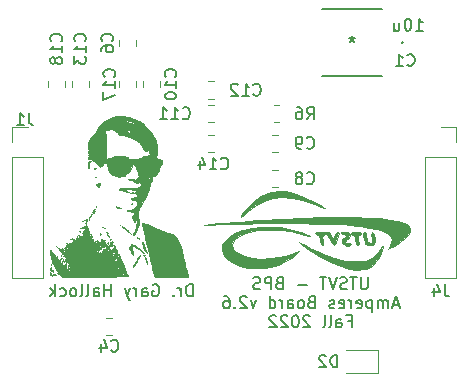
<source format=gbr>
G04 #@! TF.GenerationSoftware,KiCad,Pcbnew,(6.0.7)*
G04 #@! TF.CreationDate,2022-11-19T14:13:10-06:00*
G04 #@! TF.ProjectId,BPS-Amperes,4250532d-416d-4706-9572-65732e6b6963,rev?*
G04 #@! TF.SameCoordinates,Original*
G04 #@! TF.FileFunction,Legend,Bot*
G04 #@! TF.FilePolarity,Positive*
%FSLAX46Y46*%
G04 Gerber Fmt 4.6, Leading zero omitted, Abs format (unit mm)*
G04 Created by KiCad (PCBNEW (6.0.7)) date 2022-11-19 14:13:10*
%MOMM*%
%LPD*%
G01*
G04 APERTURE LIST*
%ADD10C,0.150000*%
%ADD11C,0.010000*%
%ADD12C,0.120000*%
%ADD13C,0.152400*%
G04 APERTURE END LIST*
D10*
X146309523Y-118842380D02*
X146309523Y-119651904D01*
X146261904Y-119747142D01*
X146214285Y-119794761D01*
X146119047Y-119842380D01*
X145928571Y-119842380D01*
X145833333Y-119794761D01*
X145785714Y-119747142D01*
X145738095Y-119651904D01*
X145738095Y-118842380D01*
X145404761Y-118842380D02*
X144833333Y-118842380D01*
X145119047Y-119842380D02*
X145119047Y-118842380D01*
X144547619Y-119794761D02*
X144404761Y-119842380D01*
X144166666Y-119842380D01*
X144071428Y-119794761D01*
X144023809Y-119747142D01*
X143976190Y-119651904D01*
X143976190Y-119556666D01*
X144023809Y-119461428D01*
X144071428Y-119413809D01*
X144166666Y-119366190D01*
X144357142Y-119318571D01*
X144452380Y-119270952D01*
X144500000Y-119223333D01*
X144547619Y-119128095D01*
X144547619Y-119032857D01*
X144500000Y-118937619D01*
X144452380Y-118890000D01*
X144357142Y-118842380D01*
X144119047Y-118842380D01*
X143976190Y-118890000D01*
X143690476Y-118842380D02*
X143357142Y-119842380D01*
X143023809Y-118842380D01*
X142833333Y-118842380D02*
X142261904Y-118842380D01*
X142547619Y-119842380D02*
X142547619Y-118842380D01*
X141166666Y-119461428D02*
X140404761Y-119461428D01*
X138833333Y-119318571D02*
X138690476Y-119366190D01*
X138642857Y-119413809D01*
X138595238Y-119509047D01*
X138595238Y-119651904D01*
X138642857Y-119747142D01*
X138690476Y-119794761D01*
X138785714Y-119842380D01*
X139166666Y-119842380D01*
X139166666Y-118842380D01*
X138833333Y-118842380D01*
X138738095Y-118890000D01*
X138690476Y-118937619D01*
X138642857Y-119032857D01*
X138642857Y-119128095D01*
X138690476Y-119223333D01*
X138738095Y-119270952D01*
X138833333Y-119318571D01*
X139166666Y-119318571D01*
X138166666Y-119842380D02*
X138166666Y-118842380D01*
X137785714Y-118842380D01*
X137690476Y-118890000D01*
X137642857Y-118937619D01*
X137595238Y-119032857D01*
X137595238Y-119175714D01*
X137642857Y-119270952D01*
X137690476Y-119318571D01*
X137785714Y-119366190D01*
X138166666Y-119366190D01*
X137214285Y-119794761D02*
X137071428Y-119842380D01*
X136833333Y-119842380D01*
X136738095Y-119794761D01*
X136690476Y-119747142D01*
X136642857Y-119651904D01*
X136642857Y-119556666D01*
X136690476Y-119461428D01*
X136738095Y-119413809D01*
X136833333Y-119366190D01*
X137023809Y-119318571D01*
X137119047Y-119270952D01*
X137166666Y-119223333D01*
X137214285Y-119128095D01*
X137214285Y-119032857D01*
X137166666Y-118937619D01*
X137119047Y-118890000D01*
X137023809Y-118842380D01*
X136785714Y-118842380D01*
X136642857Y-118890000D01*
X148928571Y-121166666D02*
X148452380Y-121166666D01*
X149023809Y-121452380D02*
X148690476Y-120452380D01*
X148357142Y-121452380D01*
X148023809Y-121452380D02*
X148023809Y-120785714D01*
X148023809Y-120880952D02*
X147976190Y-120833333D01*
X147880952Y-120785714D01*
X147738095Y-120785714D01*
X147642857Y-120833333D01*
X147595238Y-120928571D01*
X147595238Y-121452380D01*
X147595238Y-120928571D02*
X147547619Y-120833333D01*
X147452380Y-120785714D01*
X147309523Y-120785714D01*
X147214285Y-120833333D01*
X147166666Y-120928571D01*
X147166666Y-121452380D01*
X146690476Y-120785714D02*
X146690476Y-121785714D01*
X146690476Y-120833333D02*
X146595238Y-120785714D01*
X146404761Y-120785714D01*
X146309523Y-120833333D01*
X146261904Y-120880952D01*
X146214285Y-120976190D01*
X146214285Y-121261904D01*
X146261904Y-121357142D01*
X146309523Y-121404761D01*
X146404761Y-121452380D01*
X146595238Y-121452380D01*
X146690476Y-121404761D01*
X145404761Y-121404761D02*
X145500000Y-121452380D01*
X145690476Y-121452380D01*
X145785714Y-121404761D01*
X145833333Y-121309523D01*
X145833333Y-120928571D01*
X145785714Y-120833333D01*
X145690476Y-120785714D01*
X145500000Y-120785714D01*
X145404761Y-120833333D01*
X145357142Y-120928571D01*
X145357142Y-121023809D01*
X145833333Y-121119047D01*
X144928571Y-121452380D02*
X144928571Y-120785714D01*
X144928571Y-120976190D02*
X144880952Y-120880952D01*
X144833333Y-120833333D01*
X144738095Y-120785714D01*
X144642857Y-120785714D01*
X143928571Y-121404761D02*
X144023809Y-121452380D01*
X144214285Y-121452380D01*
X144309523Y-121404761D01*
X144357142Y-121309523D01*
X144357142Y-120928571D01*
X144309523Y-120833333D01*
X144214285Y-120785714D01*
X144023809Y-120785714D01*
X143928571Y-120833333D01*
X143880952Y-120928571D01*
X143880952Y-121023809D01*
X144357142Y-121119047D01*
X143500000Y-121404761D02*
X143404761Y-121452380D01*
X143214285Y-121452380D01*
X143119047Y-121404761D01*
X143071428Y-121309523D01*
X143071428Y-121261904D01*
X143119047Y-121166666D01*
X143214285Y-121119047D01*
X143357142Y-121119047D01*
X143452380Y-121071428D01*
X143500000Y-120976190D01*
X143500000Y-120928571D01*
X143452380Y-120833333D01*
X143357142Y-120785714D01*
X143214285Y-120785714D01*
X143119047Y-120833333D01*
X141547619Y-120928571D02*
X141404761Y-120976190D01*
X141357142Y-121023809D01*
X141309523Y-121119047D01*
X141309523Y-121261904D01*
X141357142Y-121357142D01*
X141404761Y-121404761D01*
X141500000Y-121452380D01*
X141880952Y-121452380D01*
X141880952Y-120452380D01*
X141547619Y-120452380D01*
X141452380Y-120500000D01*
X141404761Y-120547619D01*
X141357142Y-120642857D01*
X141357142Y-120738095D01*
X141404761Y-120833333D01*
X141452380Y-120880952D01*
X141547619Y-120928571D01*
X141880952Y-120928571D01*
X140738095Y-121452380D02*
X140833333Y-121404761D01*
X140880952Y-121357142D01*
X140928571Y-121261904D01*
X140928571Y-120976190D01*
X140880952Y-120880952D01*
X140833333Y-120833333D01*
X140738095Y-120785714D01*
X140595238Y-120785714D01*
X140500000Y-120833333D01*
X140452380Y-120880952D01*
X140404761Y-120976190D01*
X140404761Y-121261904D01*
X140452380Y-121357142D01*
X140500000Y-121404761D01*
X140595238Y-121452380D01*
X140738095Y-121452380D01*
X139547619Y-121452380D02*
X139547619Y-120928571D01*
X139595238Y-120833333D01*
X139690476Y-120785714D01*
X139880952Y-120785714D01*
X139976190Y-120833333D01*
X139547619Y-121404761D02*
X139642857Y-121452380D01*
X139880952Y-121452380D01*
X139976190Y-121404761D01*
X140023809Y-121309523D01*
X140023809Y-121214285D01*
X139976190Y-121119047D01*
X139880952Y-121071428D01*
X139642857Y-121071428D01*
X139547619Y-121023809D01*
X139071428Y-121452380D02*
X139071428Y-120785714D01*
X139071428Y-120976190D02*
X139023809Y-120880952D01*
X138976190Y-120833333D01*
X138880952Y-120785714D01*
X138785714Y-120785714D01*
X138023809Y-121452380D02*
X138023809Y-120452380D01*
X138023809Y-121404761D02*
X138119047Y-121452380D01*
X138309523Y-121452380D01*
X138404761Y-121404761D01*
X138452380Y-121357142D01*
X138500000Y-121261904D01*
X138500000Y-120976190D01*
X138452380Y-120880952D01*
X138404761Y-120833333D01*
X138309523Y-120785714D01*
X138119047Y-120785714D01*
X138023809Y-120833333D01*
X136880952Y-120785714D02*
X136642857Y-121452380D01*
X136404761Y-120785714D01*
X136071428Y-120547619D02*
X136023809Y-120500000D01*
X135928571Y-120452380D01*
X135690476Y-120452380D01*
X135595238Y-120500000D01*
X135547619Y-120547619D01*
X135500000Y-120642857D01*
X135500000Y-120738095D01*
X135547619Y-120880952D01*
X136119047Y-121452380D01*
X135500000Y-121452380D01*
X135071428Y-121357142D02*
X135023809Y-121404761D01*
X135071428Y-121452380D01*
X135119047Y-121404761D01*
X135071428Y-121357142D01*
X135071428Y-121452380D01*
X134166666Y-120452380D02*
X134357142Y-120452380D01*
X134452380Y-120500000D01*
X134500000Y-120547619D01*
X134595238Y-120690476D01*
X134642857Y-120880952D01*
X134642857Y-121261904D01*
X134595238Y-121357142D01*
X134547619Y-121404761D01*
X134452380Y-121452380D01*
X134261904Y-121452380D01*
X134166666Y-121404761D01*
X134119047Y-121357142D01*
X134071428Y-121261904D01*
X134071428Y-121023809D01*
X134119047Y-120928571D01*
X134166666Y-120880952D01*
X134261904Y-120833333D01*
X134452380Y-120833333D01*
X134547619Y-120880952D01*
X134595238Y-120928571D01*
X134642857Y-121023809D01*
X144619047Y-122538571D02*
X144952380Y-122538571D01*
X144952380Y-123062380D02*
X144952380Y-122062380D01*
X144476190Y-122062380D01*
X143666666Y-123062380D02*
X143666666Y-122538571D01*
X143714285Y-122443333D01*
X143809523Y-122395714D01*
X144000000Y-122395714D01*
X144095238Y-122443333D01*
X143666666Y-123014761D02*
X143761904Y-123062380D01*
X144000000Y-123062380D01*
X144095238Y-123014761D01*
X144142857Y-122919523D01*
X144142857Y-122824285D01*
X144095238Y-122729047D01*
X144000000Y-122681428D01*
X143761904Y-122681428D01*
X143666666Y-122633809D01*
X143047619Y-123062380D02*
X143142857Y-123014761D01*
X143190476Y-122919523D01*
X143190476Y-122062380D01*
X142523809Y-123062380D02*
X142619047Y-123014761D01*
X142666666Y-122919523D01*
X142666666Y-122062380D01*
X141428571Y-122157619D02*
X141380952Y-122110000D01*
X141285714Y-122062380D01*
X141047619Y-122062380D01*
X140952380Y-122110000D01*
X140904761Y-122157619D01*
X140857142Y-122252857D01*
X140857142Y-122348095D01*
X140904761Y-122490952D01*
X141476190Y-123062380D01*
X140857142Y-123062380D01*
X140238095Y-122062380D02*
X140142857Y-122062380D01*
X140047619Y-122110000D01*
X140000000Y-122157619D01*
X139952380Y-122252857D01*
X139904761Y-122443333D01*
X139904761Y-122681428D01*
X139952380Y-122871904D01*
X140000000Y-122967142D01*
X140047619Y-123014761D01*
X140142857Y-123062380D01*
X140238095Y-123062380D01*
X140333333Y-123014761D01*
X140380952Y-122967142D01*
X140428571Y-122871904D01*
X140476190Y-122681428D01*
X140476190Y-122443333D01*
X140428571Y-122252857D01*
X140380952Y-122157619D01*
X140333333Y-122110000D01*
X140238095Y-122062380D01*
X139523809Y-122157619D02*
X139476190Y-122110000D01*
X139380952Y-122062380D01*
X139142857Y-122062380D01*
X139047619Y-122110000D01*
X139000000Y-122157619D01*
X138952380Y-122252857D01*
X138952380Y-122348095D01*
X139000000Y-122490952D01*
X139571428Y-123062380D01*
X138952380Y-123062380D01*
X138571428Y-122157619D02*
X138523809Y-122110000D01*
X138428571Y-122062380D01*
X138190476Y-122062380D01*
X138095238Y-122110000D01*
X138047619Y-122157619D01*
X138000000Y-122252857D01*
X138000000Y-122348095D01*
X138047619Y-122490952D01*
X138619047Y-123062380D01*
X138000000Y-123062380D01*
X131500000Y-120452380D02*
X131500000Y-119452380D01*
X131261904Y-119452380D01*
X131119047Y-119500000D01*
X131023809Y-119595238D01*
X130976190Y-119690476D01*
X130928571Y-119880952D01*
X130928571Y-120023809D01*
X130976190Y-120214285D01*
X131023809Y-120309523D01*
X131119047Y-120404761D01*
X131261904Y-120452380D01*
X131500000Y-120452380D01*
X130500000Y-120452380D02*
X130500000Y-119785714D01*
X130500000Y-119976190D02*
X130452380Y-119880952D01*
X130404761Y-119833333D01*
X130309523Y-119785714D01*
X130214285Y-119785714D01*
X129880952Y-120357142D02*
X129833333Y-120404761D01*
X129880952Y-120452380D01*
X129928571Y-120404761D01*
X129880952Y-120357142D01*
X129880952Y-120452380D01*
X128119047Y-119500000D02*
X128214285Y-119452380D01*
X128357142Y-119452380D01*
X128500000Y-119500000D01*
X128595238Y-119595238D01*
X128642857Y-119690476D01*
X128690476Y-119880952D01*
X128690476Y-120023809D01*
X128642857Y-120214285D01*
X128595238Y-120309523D01*
X128500000Y-120404761D01*
X128357142Y-120452380D01*
X128261904Y-120452380D01*
X128119047Y-120404761D01*
X128071428Y-120357142D01*
X128071428Y-120023809D01*
X128261904Y-120023809D01*
X127214285Y-120452380D02*
X127214285Y-119928571D01*
X127261904Y-119833333D01*
X127357142Y-119785714D01*
X127547619Y-119785714D01*
X127642857Y-119833333D01*
X127214285Y-120404761D02*
X127309523Y-120452380D01*
X127547619Y-120452380D01*
X127642857Y-120404761D01*
X127690476Y-120309523D01*
X127690476Y-120214285D01*
X127642857Y-120119047D01*
X127547619Y-120071428D01*
X127309523Y-120071428D01*
X127214285Y-120023809D01*
X126738095Y-120452380D02*
X126738095Y-119785714D01*
X126738095Y-119976190D02*
X126690476Y-119880952D01*
X126642857Y-119833333D01*
X126547619Y-119785714D01*
X126452380Y-119785714D01*
X126214285Y-119785714D02*
X125976190Y-120452380D01*
X125738095Y-119785714D02*
X125976190Y-120452380D01*
X126071428Y-120690476D01*
X126119047Y-120738095D01*
X126214285Y-120785714D01*
X124595238Y-120452380D02*
X124595238Y-119452380D01*
X124595238Y-119928571D02*
X124023809Y-119928571D01*
X124023809Y-120452380D02*
X124023809Y-119452380D01*
X123119047Y-120452380D02*
X123119047Y-119928571D01*
X123166666Y-119833333D01*
X123261904Y-119785714D01*
X123452380Y-119785714D01*
X123547619Y-119833333D01*
X123119047Y-120404761D02*
X123214285Y-120452380D01*
X123452380Y-120452380D01*
X123547619Y-120404761D01*
X123595238Y-120309523D01*
X123595238Y-120214285D01*
X123547619Y-120119047D01*
X123452380Y-120071428D01*
X123214285Y-120071428D01*
X123119047Y-120023809D01*
X122500000Y-120452380D02*
X122595238Y-120404761D01*
X122642857Y-120309523D01*
X122642857Y-119452380D01*
X121976190Y-120452380D02*
X122071428Y-120404761D01*
X122119047Y-120309523D01*
X122119047Y-119452380D01*
X121452380Y-120452380D02*
X121547619Y-120404761D01*
X121595238Y-120357142D01*
X121642857Y-120261904D01*
X121642857Y-119976190D01*
X121595238Y-119880952D01*
X121547619Y-119833333D01*
X121452380Y-119785714D01*
X121309523Y-119785714D01*
X121214285Y-119833333D01*
X121166666Y-119880952D01*
X121119047Y-119976190D01*
X121119047Y-120261904D01*
X121166666Y-120357142D01*
X121214285Y-120404761D01*
X121309523Y-120452380D01*
X121452380Y-120452380D01*
X120261904Y-120404761D02*
X120357142Y-120452380D01*
X120547619Y-120452380D01*
X120642857Y-120404761D01*
X120690476Y-120357142D01*
X120738095Y-120261904D01*
X120738095Y-119976190D01*
X120690476Y-119880952D01*
X120642857Y-119833333D01*
X120547619Y-119785714D01*
X120357142Y-119785714D01*
X120261904Y-119833333D01*
X119833333Y-120452380D02*
X119833333Y-119452380D01*
X119738095Y-120071428D02*
X119452380Y-120452380D01*
X119452380Y-119785714D02*
X119833333Y-120166666D01*
X130642857Y-105357142D02*
X130690476Y-105404761D01*
X130833333Y-105452380D01*
X130928571Y-105452380D01*
X131071428Y-105404761D01*
X131166666Y-105309523D01*
X131214285Y-105214285D01*
X131261904Y-105023809D01*
X131261904Y-104880952D01*
X131214285Y-104690476D01*
X131166666Y-104595238D01*
X131071428Y-104500000D01*
X130928571Y-104452380D01*
X130833333Y-104452380D01*
X130690476Y-104500000D01*
X130642857Y-104547619D01*
X129690476Y-105452380D02*
X130261904Y-105452380D01*
X129976190Y-105452380D02*
X129976190Y-104452380D01*
X130071428Y-104595238D01*
X130166666Y-104690476D01*
X130261904Y-104738095D01*
X128738095Y-105452380D02*
X129309523Y-105452380D01*
X129023809Y-105452380D02*
X129023809Y-104452380D01*
X129119047Y-104595238D01*
X129214285Y-104690476D01*
X129309523Y-104738095D01*
X141166666Y-107857142D02*
X141214285Y-107904761D01*
X141357142Y-107952380D01*
X141452380Y-107952380D01*
X141595238Y-107904761D01*
X141690476Y-107809523D01*
X141738095Y-107714285D01*
X141785714Y-107523809D01*
X141785714Y-107380952D01*
X141738095Y-107190476D01*
X141690476Y-107095238D01*
X141595238Y-107000000D01*
X141452380Y-106952380D01*
X141357142Y-106952380D01*
X141214285Y-107000000D01*
X141166666Y-107047619D01*
X140690476Y-107952380D02*
X140500000Y-107952380D01*
X140404761Y-107904761D01*
X140357142Y-107857142D01*
X140261904Y-107714285D01*
X140214285Y-107523809D01*
X140214285Y-107142857D01*
X140261904Y-107047619D01*
X140309523Y-107000000D01*
X140404761Y-106952380D01*
X140595238Y-106952380D01*
X140690476Y-107000000D01*
X140738095Y-107047619D01*
X140785714Y-107142857D01*
X140785714Y-107380952D01*
X140738095Y-107476190D01*
X140690476Y-107523809D01*
X140595238Y-107571428D01*
X140404761Y-107571428D01*
X140309523Y-107523809D01*
X140261904Y-107476190D01*
X140214285Y-107380952D01*
X149666666Y-100857142D02*
X149714285Y-100904761D01*
X149857142Y-100952380D01*
X149952380Y-100952380D01*
X150095238Y-100904761D01*
X150190476Y-100809523D01*
X150238095Y-100714285D01*
X150285714Y-100523809D01*
X150285714Y-100380952D01*
X150238095Y-100190476D01*
X150190476Y-100095238D01*
X150095238Y-100000000D01*
X149952380Y-99952380D01*
X149857142Y-99952380D01*
X149714285Y-100000000D01*
X149666666Y-100047619D01*
X148714285Y-100952380D02*
X149285714Y-100952380D01*
X149000000Y-100952380D02*
X149000000Y-99952380D01*
X149095238Y-100095238D01*
X149190476Y-100190476D01*
X149285714Y-100238095D01*
X150392857Y-97952380D02*
X150964285Y-97952380D01*
X150678571Y-97952380D02*
X150678571Y-96952380D01*
X150773809Y-97095238D01*
X150869047Y-97190476D01*
X150964285Y-97238095D01*
X149773809Y-96952380D02*
X149678571Y-96952380D01*
X149583333Y-97000000D01*
X149535714Y-97047619D01*
X149488095Y-97142857D01*
X149440476Y-97333333D01*
X149440476Y-97571428D01*
X149488095Y-97761904D01*
X149535714Y-97857142D01*
X149583333Y-97904761D01*
X149678571Y-97952380D01*
X149773809Y-97952380D01*
X149869047Y-97904761D01*
X149916666Y-97857142D01*
X149964285Y-97761904D01*
X150011904Y-97571428D01*
X150011904Y-97333333D01*
X149964285Y-97142857D01*
X149916666Y-97047619D01*
X149869047Y-97000000D01*
X149773809Y-96952380D01*
X148583333Y-97285714D02*
X148583333Y-97952380D01*
X149011904Y-97285714D02*
X149011904Y-97809523D01*
X148964285Y-97904761D01*
X148869047Y-97952380D01*
X148726190Y-97952380D01*
X148630952Y-97904761D01*
X148583333Y-97857142D01*
X145000000Y-98452380D02*
X145000000Y-98690476D01*
X145238095Y-98595238D02*
X145000000Y-98690476D01*
X144761904Y-98595238D01*
X145142857Y-98880952D02*
X145000000Y-98690476D01*
X144857142Y-98880952D01*
X141166666Y-105452380D02*
X141500000Y-104976190D01*
X141738095Y-105452380D02*
X141738095Y-104452380D01*
X141357142Y-104452380D01*
X141261904Y-104500000D01*
X141214285Y-104547619D01*
X141166666Y-104642857D01*
X141166666Y-104785714D01*
X141214285Y-104880952D01*
X141261904Y-104928571D01*
X141357142Y-104976190D01*
X141738095Y-104976190D01*
X140309523Y-104452380D02*
X140500000Y-104452380D01*
X140595238Y-104500000D01*
X140642857Y-104547619D01*
X140738095Y-104690476D01*
X140785714Y-104880952D01*
X140785714Y-105261904D01*
X140738095Y-105357142D01*
X140690476Y-105404761D01*
X140595238Y-105452380D01*
X140404761Y-105452380D01*
X140309523Y-105404761D01*
X140261904Y-105357142D01*
X140214285Y-105261904D01*
X140214285Y-105023809D01*
X140261904Y-104928571D01*
X140309523Y-104880952D01*
X140404761Y-104833333D01*
X140595238Y-104833333D01*
X140690476Y-104880952D01*
X140738095Y-104928571D01*
X140785714Y-105023809D01*
X124857142Y-101857142D02*
X124904761Y-101809523D01*
X124952380Y-101666666D01*
X124952380Y-101571428D01*
X124904761Y-101428571D01*
X124809523Y-101333333D01*
X124714285Y-101285714D01*
X124523809Y-101238095D01*
X124380952Y-101238095D01*
X124190476Y-101285714D01*
X124095238Y-101333333D01*
X124000000Y-101428571D01*
X123952380Y-101571428D01*
X123952380Y-101666666D01*
X124000000Y-101809523D01*
X124047619Y-101857142D01*
X124952380Y-102809523D02*
X124952380Y-102238095D01*
X124952380Y-102523809D02*
X123952380Y-102523809D01*
X124095238Y-102428571D01*
X124190476Y-102333333D01*
X124238095Y-102238095D01*
X123952380Y-103142857D02*
X123952380Y-103809523D01*
X124952380Y-103380952D01*
X141166666Y-110857142D02*
X141214285Y-110904761D01*
X141357142Y-110952380D01*
X141452380Y-110952380D01*
X141595238Y-110904761D01*
X141690476Y-110809523D01*
X141738095Y-110714285D01*
X141785714Y-110523809D01*
X141785714Y-110380952D01*
X141738095Y-110190476D01*
X141690476Y-110095238D01*
X141595238Y-110000000D01*
X141452380Y-109952380D01*
X141357142Y-109952380D01*
X141214285Y-110000000D01*
X141166666Y-110047619D01*
X140595238Y-110380952D02*
X140690476Y-110333333D01*
X140738095Y-110285714D01*
X140785714Y-110190476D01*
X140785714Y-110142857D01*
X140738095Y-110047619D01*
X140690476Y-110000000D01*
X140595238Y-109952380D01*
X140404761Y-109952380D01*
X140309523Y-110000000D01*
X140261904Y-110047619D01*
X140214285Y-110142857D01*
X140214285Y-110190476D01*
X140261904Y-110285714D01*
X140309523Y-110333333D01*
X140404761Y-110380952D01*
X140595238Y-110380952D01*
X140690476Y-110428571D01*
X140738095Y-110476190D01*
X140785714Y-110571428D01*
X140785714Y-110761904D01*
X140738095Y-110857142D01*
X140690476Y-110904761D01*
X140595238Y-110952380D01*
X140404761Y-110952380D01*
X140309523Y-110904761D01*
X140261904Y-110857142D01*
X140214285Y-110761904D01*
X140214285Y-110571428D01*
X140261904Y-110476190D01*
X140309523Y-110428571D01*
X140404761Y-110380952D01*
X143738095Y-126452380D02*
X143738095Y-125452380D01*
X143500000Y-125452380D01*
X143357142Y-125500000D01*
X143261904Y-125595238D01*
X143214285Y-125690476D01*
X143166666Y-125880952D01*
X143166666Y-126023809D01*
X143214285Y-126214285D01*
X143261904Y-126309523D01*
X143357142Y-126404761D01*
X143500000Y-126452380D01*
X143738095Y-126452380D01*
X142785714Y-125547619D02*
X142738095Y-125500000D01*
X142642857Y-125452380D01*
X142404761Y-125452380D01*
X142309523Y-125500000D01*
X142261904Y-125547619D01*
X142214285Y-125642857D01*
X142214285Y-125738095D01*
X142261904Y-125880952D01*
X142833333Y-126452380D01*
X142214285Y-126452380D01*
X124599166Y-125037142D02*
X124646785Y-125084761D01*
X124789642Y-125132380D01*
X124884880Y-125132380D01*
X125027738Y-125084761D01*
X125122976Y-124989523D01*
X125170595Y-124894285D01*
X125218214Y-124703809D01*
X125218214Y-124560952D01*
X125170595Y-124370476D01*
X125122976Y-124275238D01*
X125027738Y-124180000D01*
X124884880Y-124132380D01*
X124789642Y-124132380D01*
X124646785Y-124180000D01*
X124599166Y-124227619D01*
X123742023Y-124465714D02*
X123742023Y-125132380D01*
X123980119Y-124084761D02*
X124218214Y-124799047D01*
X123599166Y-124799047D01*
X133892857Y-109607142D02*
X133940476Y-109654761D01*
X134083333Y-109702380D01*
X134178571Y-109702380D01*
X134321428Y-109654761D01*
X134416666Y-109559523D01*
X134464285Y-109464285D01*
X134511904Y-109273809D01*
X134511904Y-109130952D01*
X134464285Y-108940476D01*
X134416666Y-108845238D01*
X134321428Y-108750000D01*
X134178571Y-108702380D01*
X134083333Y-108702380D01*
X133940476Y-108750000D01*
X133892857Y-108797619D01*
X132940476Y-109702380D02*
X133511904Y-109702380D01*
X133226190Y-109702380D02*
X133226190Y-108702380D01*
X133321428Y-108845238D01*
X133416666Y-108940476D01*
X133511904Y-108988095D01*
X132083333Y-109035714D02*
X132083333Y-109702380D01*
X132321428Y-108654761D02*
X132559523Y-109369047D01*
X131940476Y-109369047D01*
X136642857Y-103357142D02*
X136690476Y-103404761D01*
X136833333Y-103452380D01*
X136928571Y-103452380D01*
X137071428Y-103404761D01*
X137166666Y-103309523D01*
X137214285Y-103214285D01*
X137261904Y-103023809D01*
X137261904Y-102880952D01*
X137214285Y-102690476D01*
X137166666Y-102595238D01*
X137071428Y-102500000D01*
X136928571Y-102452380D01*
X136833333Y-102452380D01*
X136690476Y-102500000D01*
X136642857Y-102547619D01*
X135690476Y-103452380D02*
X136261904Y-103452380D01*
X135976190Y-103452380D02*
X135976190Y-102452380D01*
X136071428Y-102595238D01*
X136166666Y-102690476D01*
X136261904Y-102738095D01*
X135309523Y-102547619D02*
X135261904Y-102500000D01*
X135166666Y-102452380D01*
X134928571Y-102452380D01*
X134833333Y-102500000D01*
X134785714Y-102547619D01*
X134738095Y-102642857D01*
X134738095Y-102738095D01*
X134785714Y-102880952D01*
X135357142Y-103452380D01*
X134738095Y-103452380D01*
X117633333Y-104952380D02*
X117633333Y-105666666D01*
X117680952Y-105809523D01*
X117776190Y-105904761D01*
X117919047Y-105952380D01*
X118014285Y-105952380D01*
X116633333Y-105952380D02*
X117204761Y-105952380D01*
X116919047Y-105952380D02*
X116919047Y-104952380D01*
X117014285Y-105095238D01*
X117109523Y-105190476D01*
X117204761Y-105238095D01*
X130037142Y-101857142D02*
X130084761Y-101809523D01*
X130132380Y-101666666D01*
X130132380Y-101571428D01*
X130084761Y-101428571D01*
X129989523Y-101333333D01*
X129894285Y-101285714D01*
X129703809Y-101238095D01*
X129560952Y-101238095D01*
X129370476Y-101285714D01*
X129275238Y-101333333D01*
X129180000Y-101428571D01*
X129132380Y-101571428D01*
X129132380Y-101666666D01*
X129180000Y-101809523D01*
X129227619Y-101857142D01*
X130132380Y-102809523D02*
X130132380Y-102238095D01*
X130132380Y-102523809D02*
X129132380Y-102523809D01*
X129275238Y-102428571D01*
X129370476Y-102333333D01*
X129418095Y-102238095D01*
X129132380Y-103428571D02*
X129132380Y-103523809D01*
X129180000Y-103619047D01*
X129227619Y-103666666D01*
X129322857Y-103714285D01*
X129513333Y-103761904D01*
X129751428Y-103761904D01*
X129941904Y-103714285D01*
X130037142Y-103666666D01*
X130084761Y-103619047D01*
X130132380Y-103523809D01*
X130132380Y-103428571D01*
X130084761Y-103333333D01*
X130037142Y-103285714D01*
X129941904Y-103238095D01*
X129751428Y-103190476D01*
X129513333Y-103190476D01*
X129322857Y-103238095D01*
X129227619Y-103285714D01*
X129180000Y-103333333D01*
X129132380Y-103428571D01*
X120357142Y-98857142D02*
X120404761Y-98809523D01*
X120452380Y-98666666D01*
X120452380Y-98571428D01*
X120404761Y-98428571D01*
X120309523Y-98333333D01*
X120214285Y-98285714D01*
X120023809Y-98238095D01*
X119880952Y-98238095D01*
X119690476Y-98285714D01*
X119595238Y-98333333D01*
X119500000Y-98428571D01*
X119452380Y-98571428D01*
X119452380Y-98666666D01*
X119500000Y-98809523D01*
X119547619Y-98857142D01*
X120452380Y-99809523D02*
X120452380Y-99238095D01*
X120452380Y-99523809D02*
X119452380Y-99523809D01*
X119595238Y-99428571D01*
X119690476Y-99333333D01*
X119738095Y-99238095D01*
X119880952Y-100380952D02*
X119833333Y-100285714D01*
X119785714Y-100238095D01*
X119690476Y-100190476D01*
X119642857Y-100190476D01*
X119547619Y-100238095D01*
X119500000Y-100285714D01*
X119452380Y-100380952D01*
X119452380Y-100571428D01*
X119500000Y-100666666D01*
X119547619Y-100714285D01*
X119642857Y-100761904D01*
X119690476Y-100761904D01*
X119785714Y-100714285D01*
X119833333Y-100666666D01*
X119880952Y-100571428D01*
X119880952Y-100380952D01*
X119928571Y-100285714D01*
X119976190Y-100238095D01*
X120071428Y-100190476D01*
X120261904Y-100190476D01*
X120357142Y-100238095D01*
X120404761Y-100285714D01*
X120452380Y-100380952D01*
X120452380Y-100571428D01*
X120404761Y-100666666D01*
X120357142Y-100714285D01*
X120261904Y-100761904D01*
X120071428Y-100761904D01*
X119976190Y-100714285D01*
X119928571Y-100666666D01*
X119880952Y-100571428D01*
X124677142Y-98833333D02*
X124724761Y-98785714D01*
X124772380Y-98642857D01*
X124772380Y-98547619D01*
X124724761Y-98404761D01*
X124629523Y-98309523D01*
X124534285Y-98261904D01*
X124343809Y-98214285D01*
X124200952Y-98214285D01*
X124010476Y-98261904D01*
X123915238Y-98309523D01*
X123820000Y-98404761D01*
X123772380Y-98547619D01*
X123772380Y-98642857D01*
X123820000Y-98785714D01*
X123867619Y-98833333D01*
X123772380Y-99690476D02*
X123772380Y-99500000D01*
X123820000Y-99404761D01*
X123867619Y-99357142D01*
X124010476Y-99261904D01*
X124200952Y-99214285D01*
X124581904Y-99214285D01*
X124677142Y-99261904D01*
X124724761Y-99309523D01*
X124772380Y-99404761D01*
X124772380Y-99595238D01*
X124724761Y-99690476D01*
X124677142Y-99738095D01*
X124581904Y-99785714D01*
X124343809Y-99785714D01*
X124248571Y-99738095D01*
X124200952Y-99690476D01*
X124153333Y-99595238D01*
X124153333Y-99404761D01*
X124200952Y-99309523D01*
X124248571Y-99261904D01*
X124343809Y-99214285D01*
X152833333Y-119452380D02*
X152833333Y-120166666D01*
X152880952Y-120309523D01*
X152976190Y-120404761D01*
X153119047Y-120452380D01*
X153214285Y-120452380D01*
X151928571Y-119785714D02*
X151928571Y-120452380D01*
X152166666Y-119404761D02*
X152404761Y-120119047D01*
X151785714Y-120119047D01*
X122357142Y-98857142D02*
X122404761Y-98809523D01*
X122452380Y-98666666D01*
X122452380Y-98571428D01*
X122404761Y-98428571D01*
X122309523Y-98333333D01*
X122214285Y-98285714D01*
X122023809Y-98238095D01*
X121880952Y-98238095D01*
X121690476Y-98285714D01*
X121595238Y-98333333D01*
X121500000Y-98428571D01*
X121452380Y-98571428D01*
X121452380Y-98666666D01*
X121500000Y-98809523D01*
X121547619Y-98857142D01*
X122452380Y-99809523D02*
X122452380Y-99238095D01*
X122452380Y-99523809D02*
X121452380Y-99523809D01*
X121595238Y-99428571D01*
X121690476Y-99333333D01*
X121738095Y-99238095D01*
X121452380Y-100142857D02*
X121452380Y-100761904D01*
X121833333Y-100428571D01*
X121833333Y-100571428D01*
X121880952Y-100666666D01*
X121928571Y-100714285D01*
X122023809Y-100761904D01*
X122261904Y-100761904D01*
X122357142Y-100714285D01*
X122404761Y-100666666D01*
X122452380Y-100571428D01*
X122452380Y-100285714D01*
X122404761Y-100190476D01*
X122357142Y-100142857D01*
G36*
X124884931Y-116212681D02*
G01*
X124903665Y-116259060D01*
X124909809Y-116346500D01*
X124909495Y-116363754D01*
X124909141Y-116463353D01*
X124911224Y-116527929D01*
X124926892Y-116564840D01*
X124964814Y-116566348D01*
X124994411Y-116517636D01*
X124997464Y-116505243D01*
X125015807Y-116489312D01*
X125051808Y-116535779D01*
X125068346Y-116564086D01*
X125074571Y-116601504D01*
X125026735Y-116609572D01*
X124984730Y-116615420D01*
X124933572Y-116645857D01*
X124904816Y-116667207D01*
X124831644Y-116681587D01*
X124788969Y-116674912D01*
X124790170Y-116654373D01*
X124811734Y-116627765D01*
X124832613Y-116554812D01*
X124836517Y-116510349D01*
X124849015Y-116427812D01*
X124845919Y-116396393D01*
X124795722Y-116379051D01*
X124761399Y-116374730D01*
X124745057Y-116342765D01*
X124762938Y-116322363D01*
X124824334Y-116312937D01*
X124866601Y-116310682D01*
X124867066Y-116267579D01*
X124860604Y-116237281D01*
X124878867Y-116210429D01*
X124884931Y-116212681D01*
G37*
D11*
X124884931Y-116212681D02*
X124903665Y-116259060D01*
X124909809Y-116346500D01*
X124909495Y-116363754D01*
X124909141Y-116463353D01*
X124911224Y-116527929D01*
X124926892Y-116564840D01*
X124964814Y-116566348D01*
X124994411Y-116517636D01*
X124997464Y-116505243D01*
X125015807Y-116489312D01*
X125051808Y-116535779D01*
X125068346Y-116564086D01*
X125074571Y-116601504D01*
X125026735Y-116609572D01*
X124984730Y-116615420D01*
X124933572Y-116645857D01*
X124904816Y-116667207D01*
X124831644Y-116681587D01*
X124788969Y-116674912D01*
X124790170Y-116654373D01*
X124811734Y-116627765D01*
X124832613Y-116554812D01*
X124836517Y-116510349D01*
X124849015Y-116427812D01*
X124845919Y-116396393D01*
X124795722Y-116379051D01*
X124761399Y-116374730D01*
X124745057Y-116342765D01*
X124762938Y-116322363D01*
X124824334Y-116312937D01*
X124866601Y-116310682D01*
X124867066Y-116267579D01*
X124860604Y-116237281D01*
X124878867Y-116210429D01*
X124884931Y-116212681D01*
G36*
X120379715Y-116990572D02*
G01*
X120361572Y-117008714D01*
X120343429Y-116990572D01*
X120361572Y-116972429D01*
X120379715Y-116990572D01*
G37*
X120379715Y-116990572D02*
X120361572Y-117008714D01*
X120343429Y-116990572D01*
X120361572Y-116972429D01*
X120379715Y-116990572D01*
G36*
X124960388Y-117046055D02*
G01*
X124988000Y-117081286D01*
X124986946Y-117089959D01*
X124951715Y-117117572D01*
X124943041Y-117116517D01*
X124915429Y-117081286D01*
X124916483Y-117072613D01*
X124951715Y-117045000D01*
X124960388Y-117046055D01*
G37*
X124960388Y-117046055D02*
X124988000Y-117081286D01*
X124986946Y-117089959D01*
X124951715Y-117117572D01*
X124943041Y-117116517D01*
X124915429Y-117081286D01*
X124916483Y-117072613D01*
X124951715Y-117045000D01*
X124960388Y-117046055D01*
G36*
X125088995Y-112866700D02*
G01*
X125103348Y-112887072D01*
X125163381Y-112909715D01*
X125226550Y-112923727D01*
X125314572Y-112962857D01*
X125405286Y-113014714D01*
X125314572Y-113015864D01*
X125288970Y-113014133D01*
X125207282Y-112992239D01*
X125121887Y-112953583D01*
X125050685Y-112908758D01*
X125011580Y-112868361D01*
X125022472Y-112842986D01*
X125049022Y-112839461D01*
X125088995Y-112866700D01*
G37*
X125088995Y-112866700D02*
X125103348Y-112887072D01*
X125163381Y-112909715D01*
X125226550Y-112923727D01*
X125314572Y-112962857D01*
X125405286Y-113014714D01*
X125314572Y-113015864D01*
X125288970Y-113014133D01*
X125207282Y-112992239D01*
X125121887Y-112953583D01*
X125050685Y-112908758D01*
X125011580Y-112868361D01*
X125022472Y-112842986D01*
X125049022Y-112839461D01*
X125088995Y-112866700D01*
G36*
X119472572Y-118242429D02*
G01*
X119469953Y-118261638D01*
X119448381Y-118266619D01*
X119444038Y-118261301D01*
X119448381Y-118218238D01*
X119459295Y-118212562D01*
X119472572Y-118242429D01*
G37*
X119472572Y-118242429D02*
X119469953Y-118261638D01*
X119448381Y-118266619D01*
X119444038Y-118261301D01*
X119448381Y-118218238D01*
X119459295Y-118212562D01*
X119472572Y-118242429D01*
G36*
X123434753Y-115740892D02*
G01*
X123464000Y-115797025D01*
X123467449Y-115818471D01*
X123500286Y-115847572D01*
X123508959Y-115848626D01*
X123536572Y-115883857D01*
X123535517Y-115892531D01*
X123500286Y-115920143D01*
X123489389Y-115918281D01*
X123464000Y-115879975D01*
X123458929Y-115863799D01*
X123417151Y-115857785D01*
X123384788Y-115852418D01*
X123363239Y-115790433D01*
X123369928Y-115729308D01*
X123410089Y-115725791D01*
X123434753Y-115740892D01*
G37*
X123434753Y-115740892D02*
X123464000Y-115797025D01*
X123467449Y-115818471D01*
X123500286Y-115847572D01*
X123508959Y-115848626D01*
X123536572Y-115883857D01*
X123535517Y-115892531D01*
X123500286Y-115920143D01*
X123489389Y-115918281D01*
X123464000Y-115879975D01*
X123458929Y-115863799D01*
X123417151Y-115857785D01*
X123384788Y-115852418D01*
X123363239Y-115790433D01*
X123369928Y-115729308D01*
X123410089Y-115725791D01*
X123434753Y-115740892D01*
G36*
X120416000Y-117208286D02*
G01*
X120397857Y-117226429D01*
X120379715Y-117208286D01*
X120397857Y-117190143D01*
X120416000Y-117208286D01*
G37*
X120416000Y-117208286D02*
X120397857Y-117226429D01*
X120379715Y-117208286D01*
X120397857Y-117190143D01*
X120416000Y-117208286D01*
G36*
X123246286Y-113216857D02*
G01*
X123228143Y-113235000D01*
X123210000Y-113216857D01*
X123228143Y-113198714D01*
X123246286Y-113216857D01*
G37*
X123246286Y-113216857D02*
X123228143Y-113235000D01*
X123210000Y-113216857D01*
X123228143Y-113198714D01*
X123246286Y-113216857D01*
G36*
X124035500Y-116439416D02*
G01*
X124045796Y-116442808D01*
X124038015Y-116452227D01*
X123972000Y-116456010D01*
X123947381Y-116455659D01*
X123897207Y-116449933D01*
X123908500Y-116439416D01*
X123943471Y-116433773D01*
X124035500Y-116439416D01*
G37*
X124035500Y-116439416D02*
X124045796Y-116442808D01*
X124038015Y-116452227D01*
X123972000Y-116456010D01*
X123947381Y-116455659D01*
X123897207Y-116449933D01*
X123908500Y-116439416D01*
X123943471Y-116433773D01*
X124035500Y-116439416D01*
G36*
X124802551Y-116449794D02*
G01*
X124789921Y-116498300D01*
X124774998Y-116514375D01*
X124711124Y-116537000D01*
X124693716Y-116536405D01*
X124677257Y-116522660D01*
X124714993Y-116478252D01*
X124715424Y-116477823D01*
X124771142Y-116441209D01*
X124802551Y-116449794D01*
G37*
X124802551Y-116449794D02*
X124789921Y-116498300D01*
X124774998Y-116514375D01*
X124711124Y-116537000D01*
X124693716Y-116536405D01*
X124677257Y-116522660D01*
X124714993Y-116478252D01*
X124715424Y-116477823D01*
X124771142Y-116441209D01*
X124802551Y-116449794D01*
G36*
X124830762Y-116113667D02*
G01*
X124836439Y-116124581D01*
X124806572Y-116137857D01*
X124787362Y-116135239D01*
X124782381Y-116113667D01*
X124787699Y-116109324D01*
X124830762Y-116113667D01*
G37*
X124830762Y-116113667D02*
X124836439Y-116124581D01*
X124806572Y-116137857D01*
X124787362Y-116135239D01*
X124782381Y-116113667D01*
X124787699Y-116109324D01*
X124830762Y-116113667D01*
G36*
X124232879Y-114980674D02*
G01*
X124262286Y-115011861D01*
X124254581Y-115026876D01*
X124207857Y-115026122D01*
X124181803Y-115014372D01*
X124153429Y-114990975D01*
X124159445Y-114984478D01*
X124207857Y-114976715D01*
X124232879Y-114980674D01*
G37*
X124232879Y-114980674D02*
X124262286Y-115011861D01*
X124254581Y-115026876D01*
X124207857Y-115026122D01*
X124181803Y-115014372D01*
X124153429Y-114990975D01*
X124159445Y-114984478D01*
X124207857Y-114976715D01*
X124232879Y-114980674D01*
G36*
X119472572Y-118605286D02*
G01*
X119469953Y-118624495D01*
X119448381Y-118629476D01*
X119444038Y-118624158D01*
X119448381Y-118581095D01*
X119459295Y-118575419D01*
X119472572Y-118605286D01*
G37*
X119472572Y-118605286D02*
X119469953Y-118624495D01*
X119448381Y-118629476D01*
X119444038Y-118624158D01*
X119448381Y-118581095D01*
X119459295Y-118575419D01*
X119472572Y-118605286D01*
G36*
X125495999Y-117480575D02*
G01*
X125471810Y-117528810D01*
X125460782Y-117538200D01*
X125411462Y-117551190D01*
X125387143Y-117520597D01*
X125393555Y-117502924D01*
X125441572Y-117467307D01*
X125466346Y-117461415D01*
X125495999Y-117480575D01*
G37*
X125495999Y-117480575D02*
X125471810Y-117528810D01*
X125460782Y-117538200D01*
X125411462Y-117551190D01*
X125387143Y-117520597D01*
X125393555Y-117502924D01*
X125441572Y-117467307D01*
X125466346Y-117461415D01*
X125495999Y-117480575D01*
G36*
X120670000Y-117478287D02*
G01*
X120668606Y-117488820D01*
X120633715Y-117516714D01*
X120625503Y-117516298D01*
X120597429Y-117500713D01*
X120599099Y-117494893D01*
X120633715Y-117462286D01*
X120647770Y-117456616D01*
X120670000Y-117478287D01*
G37*
X120670000Y-117478287D02*
X120668606Y-117488820D01*
X120633715Y-117516714D01*
X120625503Y-117516298D01*
X120597429Y-117500713D01*
X120599099Y-117494893D01*
X120633715Y-117462286D01*
X120647770Y-117456616D01*
X120670000Y-117478287D01*
G36*
X127249941Y-114222448D02*
G01*
X127331456Y-114252938D01*
X127457234Y-114301745D01*
X127614329Y-114363686D01*
X127789796Y-114433576D01*
X127970686Y-114506232D01*
X128144056Y-114576471D01*
X128296957Y-114639108D01*
X128416444Y-114688961D01*
X128489572Y-114720846D01*
X128494983Y-114723336D01*
X128605964Y-114770199D01*
X128753377Y-114827418D01*
X128906857Y-114883182D01*
X128931457Y-114891793D01*
X129069047Y-114940811D01*
X129183301Y-114982846D01*
X129251572Y-115009594D01*
X129275533Y-115019178D01*
X129371788Y-115052466D01*
X129487429Y-115087939D01*
X129718339Y-115168346D01*
X129903602Y-115270882D01*
X130058757Y-115409058D01*
X130205157Y-115598050D01*
X130269052Y-115704214D01*
X130377598Y-115938437D01*
X130485799Y-116237813D01*
X130592205Y-116597698D01*
X130695363Y-117013451D01*
X130793822Y-117480429D01*
X130825823Y-117635518D01*
X130876655Y-117863404D01*
X130933433Y-118103392D01*
X130988797Y-118323650D01*
X131109577Y-118785872D01*
X129708860Y-118795365D01*
X129643019Y-118795802D01*
X129335242Y-118797597D01*
X129052125Y-118798850D01*
X128801652Y-118799554D01*
X128591809Y-118799700D01*
X128430581Y-118799282D01*
X128325951Y-118798291D01*
X128285906Y-118796721D01*
X128278259Y-118788489D01*
X128252596Y-118729157D01*
X128223919Y-118633435D01*
X128214396Y-118596279D01*
X128184038Y-118477904D01*
X128142001Y-118314041D01*
X128092520Y-118121192D01*
X128039827Y-117915857D01*
X128026276Y-117862483D01*
X127967038Y-117617713D01*
X127908637Y-117360355D01*
X127857171Y-117117941D01*
X127818742Y-116918000D01*
X127790078Y-116766485D01*
X127744837Y-116554778D01*
X127697545Y-116357985D01*
X127654732Y-116204516D01*
X127637326Y-116146772D01*
X127587352Y-115963043D01*
X127536736Y-115756106D01*
X127494139Y-115560691D01*
X127479363Y-115488291D01*
X127435503Y-115283602D01*
X127389489Y-115080347D01*
X127349146Y-114913461D01*
X127316431Y-114777308D01*
X127281675Y-114615850D01*
X127252476Y-114463458D01*
X127231562Y-114335536D01*
X127221658Y-114247487D01*
X127225490Y-114214715D01*
X127249941Y-114222448D01*
G37*
X127249941Y-114222448D02*
X127331456Y-114252938D01*
X127457234Y-114301745D01*
X127614329Y-114363686D01*
X127789796Y-114433576D01*
X127970686Y-114506232D01*
X128144056Y-114576471D01*
X128296957Y-114639108D01*
X128416444Y-114688961D01*
X128489572Y-114720846D01*
X128494983Y-114723336D01*
X128605964Y-114770199D01*
X128753377Y-114827418D01*
X128906857Y-114883182D01*
X128931457Y-114891793D01*
X129069047Y-114940811D01*
X129183301Y-114982846D01*
X129251572Y-115009594D01*
X129275533Y-115019178D01*
X129371788Y-115052466D01*
X129487429Y-115087939D01*
X129718339Y-115168346D01*
X129903602Y-115270882D01*
X130058757Y-115409058D01*
X130205157Y-115598050D01*
X130269052Y-115704214D01*
X130377598Y-115938437D01*
X130485799Y-116237813D01*
X130592205Y-116597698D01*
X130695363Y-117013451D01*
X130793822Y-117480429D01*
X130825823Y-117635518D01*
X130876655Y-117863404D01*
X130933433Y-118103392D01*
X130988797Y-118323650D01*
X131109577Y-118785872D01*
X129708860Y-118795365D01*
X129643019Y-118795802D01*
X129335242Y-118797597D01*
X129052125Y-118798850D01*
X128801652Y-118799554D01*
X128591809Y-118799700D01*
X128430581Y-118799282D01*
X128325951Y-118798291D01*
X128285906Y-118796721D01*
X128278259Y-118788489D01*
X128252596Y-118729157D01*
X128223919Y-118633435D01*
X128214396Y-118596279D01*
X128184038Y-118477904D01*
X128142001Y-118314041D01*
X128092520Y-118121192D01*
X128039827Y-117915857D01*
X128026276Y-117862483D01*
X127967038Y-117617713D01*
X127908637Y-117360355D01*
X127857171Y-117117941D01*
X127818742Y-116918000D01*
X127790078Y-116766485D01*
X127744837Y-116554778D01*
X127697545Y-116357985D01*
X127654732Y-116204516D01*
X127637326Y-116146772D01*
X127587352Y-115963043D01*
X127536736Y-115756106D01*
X127494139Y-115560691D01*
X127479363Y-115488291D01*
X127435503Y-115283602D01*
X127389489Y-115080347D01*
X127349146Y-114913461D01*
X127316431Y-114777308D01*
X127281675Y-114615850D01*
X127252476Y-114463458D01*
X127231562Y-114335536D01*
X127221658Y-114247487D01*
X127225490Y-114214715D01*
X127249941Y-114222448D01*
G36*
X123507543Y-116674886D02*
G01*
X123515878Y-116683751D01*
X123521675Y-116711111D01*
X123464000Y-116718429D01*
X123446536Y-116718164D01*
X123402596Y-116707382D01*
X123420457Y-116674886D01*
X123458166Y-116650027D01*
X123507543Y-116674886D01*
G37*
X123507543Y-116674886D02*
X123515878Y-116683751D01*
X123521675Y-116711111D01*
X123464000Y-116718429D01*
X123446536Y-116718164D01*
X123402596Y-116707382D01*
X123420457Y-116674886D01*
X123458166Y-116650027D01*
X123507543Y-116674886D01*
G36*
X122816912Y-115575429D02*
G01*
X122822000Y-115609126D01*
X122826299Y-115633104D01*
X122832221Y-115666143D01*
X122846863Y-115747826D01*
X122865741Y-115829429D01*
X122870807Y-115851332D01*
X122879907Y-115875182D01*
X122889845Y-115901229D01*
X122909238Y-115909799D01*
X122915008Y-115864943D01*
X122914816Y-115862834D01*
X122912226Y-115775042D01*
X122915069Y-115666143D01*
X122920962Y-115597455D01*
X122934087Y-115571884D01*
X122959334Y-115603406D01*
X122989280Y-115636716D01*
X123036328Y-115643207D01*
X123049166Y-115639817D01*
X123062265Y-115676624D01*
X123054166Y-115778515D01*
X123048097Y-115828490D01*
X123044579Y-115889049D01*
X123051739Y-115892703D01*
X123063919Y-115875358D01*
X123109747Y-115871032D01*
X123144536Y-115871359D01*
X123196987Y-115828550D01*
X123233986Y-115793238D01*
X123273125Y-115791688D01*
X123280626Y-115804564D01*
X123259209Y-115836136D01*
X123239183Y-115855330D01*
X123234875Y-115916713D01*
X123249705Y-115947789D01*
X123301172Y-115973098D01*
X123404302Y-115976580D01*
X123437052Y-115974745D01*
X123539018Y-115961605D01*
X123602731Y-115942249D01*
X123630354Y-115931620D01*
X123706194Y-115935697D01*
X123738019Y-115942270D01*
X123804242Y-115925804D01*
X123810938Y-115921339D01*
X123881077Y-115894798D01*
X123981072Y-115873031D01*
X124034679Y-115866373D01*
X124099058Y-115871463D01*
X124117143Y-115904282D01*
X124099292Y-115937611D01*
X124030311Y-115956429D01*
X123971102Y-115968743D01*
X123923851Y-116010306D01*
X123922270Y-116011697D01*
X123918600Y-116021855D01*
X123920900Y-116049203D01*
X123970431Y-116029840D01*
X123981679Y-116023957D01*
X124075704Y-115992514D01*
X124127275Y-116018382D01*
X124140433Y-116103307D01*
X124139475Y-116113667D01*
X124134884Y-116163323D01*
X124109792Y-116198515D01*
X124047620Y-116191740D01*
X124010011Y-116183206D01*
X123981051Y-116187209D01*
X124006392Y-116226290D01*
X124026858Y-116254755D01*
X124018423Y-116277500D01*
X123949229Y-116281846D01*
X123864270Y-116268170D01*
X123774565Y-116227418D01*
X123738443Y-116191492D01*
X123747351Y-116174143D01*
X123762195Y-116171762D01*
X123790572Y-116135197D01*
X123784789Y-116124581D01*
X123978419Y-116124581D01*
X124008286Y-116137857D01*
X124027495Y-116135239D01*
X124032476Y-116113667D01*
X124027158Y-116109324D01*
X123984095Y-116113667D01*
X123978419Y-116124581D01*
X123784789Y-116124581D01*
X123780117Y-116116003D01*
X123727072Y-116109303D01*
X123685673Y-116107449D01*
X123619369Y-116066607D01*
X123599857Y-116044313D01*
X123579477Y-116044107D01*
X123574535Y-116101572D01*
X123574011Y-116107675D01*
X123567922Y-116182380D01*
X123565685Y-116192286D01*
X123548748Y-116267321D01*
X123540712Y-116293337D01*
X123554545Y-116316398D01*
X123621320Y-116305883D01*
X123687827Y-116298245D01*
X123718000Y-116318595D01*
X123714898Y-116332247D01*
X123672643Y-116359189D01*
X123666930Y-116370039D01*
X123718000Y-116391857D01*
X123719700Y-116392402D01*
X123774302Y-116411976D01*
X123766329Y-116420686D01*
X123690786Y-116424526D01*
X123606225Y-116438957D01*
X123600562Y-116446286D01*
X123572857Y-116482144D01*
X123562733Y-116510458D01*
X123509357Y-116530823D01*
X123486960Y-116529131D01*
X123388943Y-116532275D01*
X123342917Y-116565040D01*
X123333338Y-116636786D01*
X123336947Y-116676351D01*
X123350008Y-116698881D01*
X123361340Y-116718429D01*
X123366896Y-116728014D01*
X123445857Y-116747901D01*
X123533179Y-116772002D01*
X123604606Y-116820472D01*
X123626520Y-116846430D01*
X123645014Y-116855338D01*
X123635227Y-116800108D01*
X123631623Y-116744361D01*
X123654442Y-116694716D01*
X123669426Y-116688047D01*
X123669387Y-116709020D01*
X123665629Y-116732429D01*
X123703033Y-116769055D01*
X123766236Y-116788011D01*
X123812169Y-116777056D01*
X123808714Y-116718429D01*
X123807363Y-116714062D01*
X123807278Y-116705152D01*
X123869562Y-116705152D01*
X123899429Y-116718429D01*
X123918638Y-116715810D01*
X123923619Y-116694238D01*
X123918301Y-116689896D01*
X123875238Y-116694238D01*
X123869562Y-116705152D01*
X123807278Y-116705152D01*
X123806886Y-116664000D01*
X124262286Y-116664000D01*
X124280429Y-116682143D01*
X124298572Y-116664000D01*
X124280429Y-116645857D01*
X124262286Y-116664000D01*
X123806886Y-116664000D01*
X123806847Y-116659947D01*
X123862289Y-116645857D01*
X123912764Y-116634590D01*
X123920298Y-116609572D01*
X123972000Y-116609572D01*
X123973055Y-116618245D01*
X124008286Y-116645857D01*
X124016959Y-116644803D01*
X124044572Y-116609572D01*
X124043517Y-116600898D01*
X124008286Y-116573286D01*
X123999613Y-116574340D01*
X123972000Y-116609572D01*
X123920298Y-116609572D01*
X123928234Y-116583218D01*
X123930915Y-116548744D01*
X123972000Y-116516174D01*
X124001479Y-116513750D01*
X124089929Y-116506241D01*
X124123407Y-116495093D01*
X124153429Y-116446286D01*
X124156018Y-116420281D01*
X124187742Y-116394513D01*
X124259953Y-116425933D01*
X124292602Y-116461882D01*
X124267262Y-116512861D01*
X124247592Y-116542809D01*
X124251287Y-116582508D01*
X124303158Y-116589121D01*
X124307243Y-116587649D01*
X124417256Y-116587649D01*
X124417818Y-116600036D01*
X124464881Y-116606707D01*
X124500548Y-116600896D01*
X124486804Y-116584784D01*
X124465821Y-116578987D01*
X124417256Y-116587649D01*
X124307243Y-116587649D01*
X124390024Y-116557822D01*
X124489540Y-116525082D01*
X124561456Y-116538291D01*
X124588857Y-116595311D01*
X124590350Y-116600896D01*
X124592669Y-116609572D01*
X124595135Y-116618805D01*
X124643286Y-116645857D01*
X124668669Y-116652179D01*
X124675807Y-116664000D01*
X124697715Y-116700286D01*
X124693621Y-116725325D01*
X124661429Y-116754714D01*
X124652756Y-116755769D01*
X124625143Y-116791000D01*
X124630533Y-116806998D01*
X124677430Y-116827286D01*
X124699546Y-116830505D01*
X124755395Y-116868833D01*
X124758665Y-116874782D01*
X124747512Y-116895394D01*
X124675893Y-116885778D01*
X124586180Y-116867983D01*
X124480000Y-116853303D01*
X124431078Y-116839191D01*
X124392481Y-116798630D01*
X124396792Y-116756119D01*
X124450225Y-116736109D01*
X124481471Y-116733097D01*
X124535182Y-116711628D01*
X124535519Y-116705438D01*
X124492808Y-116699522D01*
X124405222Y-116705300D01*
X124366012Y-116708575D01*
X124275602Y-116705374D01*
X124228974Y-116686954D01*
X124227140Y-116684517D01*
X124187057Y-116686949D01*
X124177820Y-116694238D01*
X124124541Y-116736284D01*
X124123344Y-116737532D01*
X124074677Y-116805263D01*
X124080018Y-116844910D01*
X124102981Y-116848632D01*
X124139424Y-116811443D01*
X124172401Y-116775866D01*
X124248025Y-116754714D01*
X124252489Y-116754745D01*
X124317377Y-116773529D01*
X124334857Y-116839381D01*
X124336615Y-116863572D01*
X124338821Y-116893943D01*
X124359677Y-116936143D01*
X124367623Y-116952222D01*
X124421561Y-116945278D01*
X124423630Y-116944004D01*
X124495319Y-116915846D01*
X124560447Y-116911577D01*
X124588857Y-116933347D01*
X124585385Y-116947578D01*
X124561330Y-116970287D01*
X124548045Y-116982830D01*
X124543500Y-116987121D01*
X124539538Y-116989087D01*
X124542402Y-116992333D01*
X124545894Y-116996292D01*
X124607706Y-116989099D01*
X124673475Y-116985889D01*
X124766720Y-117010675D01*
X124778438Y-117020810D01*
X124826220Y-117062140D01*
X124832587Y-117128284D01*
X124831924Y-117129920D01*
X124830328Y-117131171D01*
X124775256Y-117174340D01*
X124657154Y-117197032D01*
X124618749Y-117200967D01*
X124585202Y-117208286D01*
X124532070Y-117219878D01*
X124491802Y-117244840D01*
X124495284Y-117258729D01*
X124542804Y-117272254D01*
X124624019Y-117270745D01*
X124715067Y-117257042D01*
X124792088Y-117233988D01*
X124831218Y-117204424D01*
X124856216Y-117166151D01*
X124895995Y-117159423D01*
X124915429Y-117208286D01*
X124910612Y-117233425D01*
X124873095Y-117262714D01*
X124858567Y-117264119D01*
X124849759Y-117281711D01*
X124851295Y-117283105D01*
X124900223Y-117286712D01*
X124959301Y-117259626D01*
X124988000Y-117219955D01*
X125000266Y-117186426D01*
X125047216Y-117125744D01*
X125078377Y-117096095D01*
X125094326Y-117095270D01*
X125078222Y-117155410D01*
X125078221Y-117155413D01*
X125029548Y-117247650D01*
X124946591Y-117311095D01*
X124941601Y-117314912D01*
X124840887Y-117353429D01*
X124797733Y-117369933D01*
X124735090Y-117389024D01*
X124678398Y-117413244D01*
X124675685Y-117419953D01*
X124666312Y-117443134D01*
X124678497Y-117480429D01*
X124683454Y-117495604D01*
X124722837Y-117534315D01*
X124814336Y-117553000D01*
X124839875Y-117553540D01*
X124899105Y-117567952D01*
X124899961Y-117578499D01*
X124902307Y-117607429D01*
X124898853Y-117618401D01*
X124907371Y-117638289D01*
X124913335Y-117652216D01*
X124986998Y-117661857D01*
X125041713Y-117658786D01*
X125103933Y-117635608D01*
X125097314Y-117595065D01*
X125020061Y-117543583D01*
X125008790Y-117537966D01*
X124946901Y-117494625D01*
X124949586Y-117463601D01*
X124979333Y-117456484D01*
X125042429Y-117480429D01*
X125083775Y-117502255D01*
X125143690Y-117489155D01*
X125169429Y-117423859D01*
X125173169Y-117400806D01*
X125205715Y-117371572D01*
X125222407Y-117365431D01*
X125242000Y-117317143D01*
X125260033Y-117274518D01*
X125315017Y-117267284D01*
X125385209Y-117308072D01*
X125389277Y-117311829D01*
X125419033Y-117334363D01*
X125405003Y-117302465D01*
X125393005Y-117273373D01*
X125417822Y-117277392D01*
X125445259Y-117303654D01*
X125454414Y-117372717D01*
X125405286Y-117444143D01*
X125368406Y-117467761D01*
X125350857Y-117448586D01*
X125344679Y-117429795D01*
X125296429Y-117407857D01*
X125271237Y-117413056D01*
X125242283Y-117453214D01*
X125257914Y-117484278D01*
X125322007Y-117532868D01*
X125410645Y-117572745D01*
X125496514Y-117589286D01*
X125508323Y-117591470D01*
X125563298Y-117635239D01*
X125616280Y-117717517D01*
X125647051Y-117783250D01*
X125672268Y-117848178D01*
X125667412Y-117872307D01*
X125634227Y-117870500D01*
X125607500Y-117877003D01*
X125576463Y-117928433D01*
X125575429Y-117933399D01*
X125580493Y-117977595D01*
X125633444Y-117972730D01*
X125681519Y-117970057D01*
X125722132Y-118008997D01*
X125766722Y-118104316D01*
X125776843Y-118130492D01*
X125795293Y-118198534D01*
X125803910Y-118230318D01*
X125789229Y-118271686D01*
X125773356Y-118281399D01*
X125750000Y-118336167D01*
X125743576Y-118373405D01*
X125707233Y-118380453D01*
X125634929Y-118327519D01*
X125601686Y-118298571D01*
X125573758Y-118287674D01*
X125568572Y-118327519D01*
X125562905Y-118358151D01*
X125524561Y-118385910D01*
X125471279Y-118368482D01*
X125428376Y-118309177D01*
X125418354Y-118283487D01*
X125397133Y-118255430D01*
X125394117Y-118260572D01*
X125376256Y-118291035D01*
X125365474Y-118358053D01*
X125378328Y-118396643D01*
X125389436Y-118429992D01*
X125445454Y-118460143D01*
X125478107Y-118479365D01*
X125479443Y-118484540D01*
X125496000Y-118548716D01*
X125496158Y-118557694D01*
X125502822Y-118587143D01*
X125513132Y-118632711D01*
X125548007Y-118665843D01*
X125586349Y-118642164D01*
X125631921Y-118616661D01*
X125715856Y-118605286D01*
X125791090Y-118594672D01*
X125822572Y-118569000D01*
X125818462Y-118554407D01*
X125774191Y-118532714D01*
X125751120Y-118525894D01*
X125725810Y-118476724D01*
X125732388Y-118450357D01*
X125774191Y-118439300D01*
X125806485Y-118436373D01*
X125825436Y-118377361D01*
X125832010Y-118332276D01*
X125847303Y-118351286D01*
X125853326Y-118366977D01*
X125888529Y-118446264D01*
X125937142Y-118546719D01*
X125954040Y-118582953D01*
X125985781Y-118675627D01*
X125985929Y-118677857D01*
X125989132Y-118726238D01*
X125989730Y-118735280D01*
X125946729Y-118763502D01*
X125862198Y-118774435D01*
X125766333Y-118766721D01*
X125689007Y-118739900D01*
X125681893Y-118737152D01*
X125720133Y-118737152D01*
X125750000Y-118750429D01*
X125769210Y-118747810D01*
X125774191Y-118726238D01*
X125768872Y-118721896D01*
X125725810Y-118726238D01*
X125720133Y-118737152D01*
X125681893Y-118737152D01*
X125668429Y-118731951D01*
X125643897Y-118741754D01*
X125623267Y-118749998D01*
X125618681Y-118752517D01*
X125556051Y-118760548D01*
X125420983Y-118767447D01*
X125213572Y-118773212D01*
X124933915Y-118777843D01*
X124582107Y-118781337D01*
X124158245Y-118783693D01*
X123662425Y-118784910D01*
X123094742Y-118784987D01*
X122820389Y-118784854D01*
X122414079Y-118785004D01*
X122033193Y-118785557D01*
X121683625Y-118786482D01*
X121371267Y-118787750D01*
X121102014Y-118789328D01*
X120881758Y-118791187D01*
X120716393Y-118793295D01*
X120611813Y-118795623D01*
X120573910Y-118798138D01*
X120568435Y-118802410D01*
X120506979Y-118807566D01*
X120420791Y-118782279D01*
X120338683Y-118737921D01*
X120333355Y-118732286D01*
X121069143Y-118732286D01*
X121087286Y-118750429D01*
X121105429Y-118732286D01*
X121101649Y-118728506D01*
X124816399Y-118728506D01*
X124816571Y-118732286D01*
X124816961Y-118740893D01*
X124864024Y-118747564D01*
X124899691Y-118741754D01*
X124885947Y-118725642D01*
X124864963Y-118719844D01*
X124816399Y-118728506D01*
X121101649Y-118728506D01*
X121087286Y-118714143D01*
X121069143Y-118732286D01*
X120333355Y-118732286D01*
X120289467Y-118685866D01*
X120284269Y-118677857D01*
X125858857Y-118677857D01*
X125860334Y-118687803D01*
X125897285Y-118714143D01*
X125910409Y-118711294D01*
X125913286Y-118677857D01*
X125905838Y-118666998D01*
X125874859Y-118641572D01*
X125871237Y-118642515D01*
X125858857Y-118677857D01*
X120284269Y-118677857D01*
X120256332Y-118634810D01*
X120207824Y-118605286D01*
X120190695Y-118602641D01*
X120177476Y-118587143D01*
X124516286Y-118587143D01*
X124534429Y-118605286D01*
X124552572Y-118587143D01*
X124534429Y-118569000D01*
X124516286Y-118587143D01*
X120177476Y-118587143D01*
X120162000Y-118569000D01*
X120152420Y-118549509D01*
X120098500Y-118530164D01*
X120078738Y-118529183D01*
X120056773Y-118522109D01*
X120102018Y-118501241D01*
X120123616Y-118492246D01*
X120148820Y-118467083D01*
X120125340Y-118442000D01*
X120851429Y-118442000D01*
X120869572Y-118460143D01*
X120887715Y-118442000D01*
X120869572Y-118423857D01*
X120851429Y-118442000D01*
X120125340Y-118442000D01*
X120111090Y-118426777D01*
X120078771Y-118391401D01*
X120053143Y-118328700D01*
X120049789Y-118307770D01*
X120016857Y-118278714D01*
X120004543Y-118276149D01*
X119980572Y-118235696D01*
X119963621Y-118187999D01*
X119914045Y-118117767D01*
X119877471Y-118066191D01*
X119818016Y-117959556D01*
X119759831Y-117834834D01*
X119716358Y-117743497D01*
X119661184Y-117658154D01*
X119617715Y-117625635D01*
X119608483Y-117625371D01*
X119581598Y-117617597D01*
X119617715Y-117588730D01*
X119618305Y-117588342D01*
X119652785Y-117553521D01*
X119622137Y-117520771D01*
X119600218Y-117499558D01*
X119596012Y-117458506D01*
X119772685Y-117458506D01*
X119773247Y-117470893D01*
X119820310Y-117477564D01*
X119855977Y-117471754D01*
X119842232Y-117455642D01*
X119821249Y-117449844D01*
X119772685Y-117458506D01*
X119596012Y-117458506D01*
X119595256Y-117451125D01*
X119600308Y-117423365D01*
X119571646Y-117365426D01*
X119546604Y-117333047D01*
X119541175Y-117322010D01*
X119986990Y-117322010D01*
X120016857Y-117335286D01*
X120036067Y-117332667D01*
X120041048Y-117311095D01*
X120035730Y-117306753D01*
X119992667Y-117311095D01*
X119986990Y-117322010D01*
X119541175Y-117322010D01*
X119504727Y-117247919D01*
X119476303Y-117153278D01*
X119470437Y-117098699D01*
X119552896Y-117098699D01*
X119557238Y-117141762D01*
X119568152Y-117147439D01*
X119581429Y-117117572D01*
X119578810Y-117098362D01*
X119557238Y-117093381D01*
X119552896Y-117098699D01*
X119470437Y-117098699D01*
X119467770Y-117073878D01*
X119485566Y-117034474D01*
X119492382Y-117026857D01*
X119545143Y-117026857D01*
X119563286Y-117045000D01*
X119581429Y-117026857D01*
X119563286Y-117008714D01*
X119545143Y-117026857D01*
X119492382Y-117026857D01*
X119504956Y-117012804D01*
X119474755Y-116957240D01*
X119453894Y-116918000D01*
X119472572Y-116918000D01*
X119490715Y-116936143D01*
X119508857Y-116918000D01*
X119545143Y-116918000D01*
X119563286Y-116936143D01*
X119581429Y-116918000D01*
X119563286Y-116899857D01*
X119545143Y-116918000D01*
X119508857Y-116918000D01*
X119490715Y-116899857D01*
X119472572Y-116918000D01*
X119453894Y-116918000D01*
X119442359Y-116896303D01*
X119464375Y-116826927D01*
X119487891Y-116771516D01*
X119462192Y-116739159D01*
X119438845Y-116721178D01*
X119467606Y-116695894D01*
X119498896Y-116672469D01*
X119467606Y-116642021D01*
X119441392Y-116617240D01*
X119481643Y-116610127D01*
X119520015Y-116616676D01*
X119548027Y-116658854D01*
X119550498Y-116754714D01*
X119551697Y-116782658D01*
X119567366Y-116763786D01*
X119569128Y-116759966D01*
X119614460Y-116720357D01*
X119675310Y-116746751D01*
X119744856Y-116836357D01*
X119755093Y-116853943D01*
X119787689Y-116918000D01*
X119798140Y-116938540D01*
X119816179Y-116993016D01*
X119829284Y-117026857D01*
X119831196Y-117031797D01*
X119880786Y-117095393D01*
X119898775Y-117117572D01*
X119920969Y-117144938D01*
X119945572Y-117201806D01*
X119945701Y-117203796D01*
X119963603Y-117204558D01*
X120001991Y-117153857D01*
X120057125Y-117063143D01*
X120042023Y-117162929D01*
X120041484Y-117233610D01*
X120076318Y-117262714D01*
X120105125Y-117276425D01*
X120117253Y-117311095D01*
X120125715Y-117335286D01*
X120138962Y-117384174D01*
X120202168Y-117407857D01*
X120248992Y-117416827D01*
X120259432Y-117457864D01*
X120257231Y-117471754D01*
X120255178Y-117484712D01*
X120280950Y-117548579D01*
X120302547Y-117577024D01*
X120278114Y-117589286D01*
X120263028Y-117591588D01*
X120234572Y-117626263D01*
X120255629Y-117645462D01*
X120322344Y-117641211D01*
X120345413Y-117636116D01*
X120400439Y-117643299D01*
X120422129Y-117704019D01*
X120447352Y-117766551D01*
X120510958Y-117778323D01*
X120535322Y-117776754D01*
X120582990Y-117800831D01*
X120610317Y-117880514D01*
X120610678Y-117882299D01*
X120637828Y-117956498D01*
X120672735Y-117968596D01*
X120691859Y-117943268D01*
X120694707Y-117875500D01*
X120692724Y-117817861D01*
X120714123Y-117731255D01*
X120751424Y-117657337D01*
X120792925Y-117625855D01*
X120804256Y-117644357D01*
X120809170Y-117717077D01*
X120801560Y-117826159D01*
X120798577Y-117853091D01*
X120790246Y-118010325D01*
X120801124Y-118120260D01*
X120829521Y-118174935D01*
X120873750Y-118166390D01*
X120898851Y-118136389D01*
X120924000Y-118056557D01*
X120929141Y-118018673D01*
X120954238Y-117988429D01*
X120976177Y-117990961D01*
X121011252Y-118031956D01*
X120993995Y-118122205D01*
X120977918Y-118191338D01*
X120985523Y-118253907D01*
X120988643Y-118259202D01*
X121012169Y-118329528D01*
X121012430Y-118394988D01*
X120988814Y-118423857D01*
X120987538Y-118423933D01*
X120986428Y-118442000D01*
X120985897Y-118450662D01*
X121022092Y-118510967D01*
X121054106Y-118551062D01*
X121087286Y-118571859D01*
X121101029Y-118550857D01*
X123718000Y-118550857D01*
X123736143Y-118569000D01*
X123754286Y-118550857D01*
X124044572Y-118550857D01*
X124062715Y-118569000D01*
X124080857Y-118550857D01*
X124062715Y-118532714D01*
X124044572Y-118550857D01*
X123754286Y-118550857D01*
X123736143Y-118532714D01*
X123718000Y-118550857D01*
X121101029Y-118550857D01*
X121108810Y-118538967D01*
X121110358Y-118534131D01*
X121111617Y-118514572D01*
X125265164Y-118514572D01*
X125276496Y-118540746D01*
X125283630Y-118550857D01*
X125296429Y-118569000D01*
X125304011Y-118562249D01*
X125327694Y-118514572D01*
X125331960Y-118484540D01*
X125296429Y-118460143D01*
X125270560Y-118467718D01*
X125269342Y-118478286D01*
X125265164Y-118514572D01*
X121111617Y-118514572D01*
X121115429Y-118455346D01*
X121113359Y-118439859D01*
X121214286Y-118439859D01*
X121217044Y-118462111D01*
X121248376Y-118513214D01*
X121268037Y-118510710D01*
X121273836Y-118478286D01*
X123899429Y-118478286D01*
X123917572Y-118496429D01*
X123935715Y-118478286D01*
X123917572Y-118460143D01*
X123899429Y-118478286D01*
X121273836Y-118478286D01*
X121276940Y-118460927D01*
X121276371Y-118454763D01*
X121271570Y-118441271D01*
X124124896Y-118441271D01*
X124128629Y-118478286D01*
X124129238Y-118484334D01*
X124140152Y-118490010D01*
X124145364Y-118478286D01*
X124480000Y-118478286D01*
X124498143Y-118496429D01*
X124516286Y-118478286D01*
X125096857Y-118478286D01*
X125115000Y-118496429D01*
X125133143Y-118478286D01*
X125115000Y-118460143D01*
X125096857Y-118478286D01*
X124516286Y-118478286D01*
X124498143Y-118460143D01*
X124480000Y-118478286D01*
X124145364Y-118478286D01*
X124153429Y-118460143D01*
X124150810Y-118440934D01*
X124129238Y-118435953D01*
X124124896Y-118441271D01*
X121271570Y-118441271D01*
X121256501Y-118398921D01*
X121228495Y-118391494D01*
X121214286Y-118439859D01*
X121113359Y-118439859D01*
X121104598Y-118374295D01*
X124304990Y-118374295D01*
X124334857Y-118387572D01*
X124354067Y-118384953D01*
X124359048Y-118363381D01*
X124354598Y-118359747D01*
X124858066Y-118359747D01*
X124859550Y-118363381D01*
X124876044Y-118403799D01*
X124887605Y-118408648D01*
X124931656Y-118390671D01*
X124936506Y-118379110D01*
X124918528Y-118335058D01*
X124906967Y-118330209D01*
X124899777Y-118333143D01*
X124862916Y-118348187D01*
X124858066Y-118359747D01*
X124354598Y-118359747D01*
X124353730Y-118359038D01*
X124310667Y-118363381D01*
X124304990Y-118374295D01*
X121104598Y-118374295D01*
X121101794Y-118353313D01*
X121099627Y-118333143D01*
X124516286Y-118333143D01*
X124534429Y-118351286D01*
X124552572Y-118333143D01*
X124534429Y-118315000D01*
X124516286Y-118333143D01*
X121099627Y-118333143D01*
X121091014Y-118252958D01*
X121110608Y-118181760D01*
X121117147Y-118169857D01*
X123137429Y-118169857D01*
X123138483Y-118178531D01*
X123173714Y-118206143D01*
X123182388Y-118205089D01*
X123208148Y-118172220D01*
X124198611Y-118172220D01*
X124207857Y-118206143D01*
X124215312Y-118216884D01*
X124248426Y-118242429D01*
X124253389Y-118240066D01*
X124244143Y-118206143D01*
X124236688Y-118195402D01*
X124226148Y-118187271D01*
X124814324Y-118187271D01*
X124818667Y-118230334D01*
X124829581Y-118236010D01*
X124842857Y-118206143D01*
X124840239Y-118186934D01*
X124818667Y-118181953D01*
X124814324Y-118187271D01*
X124226148Y-118187271D01*
X124203574Y-118169857D01*
X124198611Y-118172220D01*
X123208148Y-118172220D01*
X123210000Y-118169857D01*
X123208946Y-118161184D01*
X123173714Y-118133572D01*
X123165041Y-118134626D01*
X123137429Y-118169857D01*
X121117147Y-118169857D01*
X121124953Y-118155646D01*
X121122531Y-118115429D01*
X124480000Y-118115429D01*
X124498143Y-118133572D01*
X124502969Y-118128746D01*
X124926276Y-118128746D01*
X124932920Y-118201590D01*
X124935593Y-118206143D01*
X124955503Y-118240066D01*
X124989776Y-118298465D01*
X125038664Y-118331636D01*
X125060572Y-118322766D01*
X125059263Y-118311389D01*
X125039408Y-118282542D01*
X125110643Y-118282542D01*
X125139357Y-118347752D01*
X125164578Y-118379110D01*
X125183071Y-118402105D01*
X125224668Y-118424427D01*
X125240846Y-118396643D01*
X125230567Y-118364136D01*
X125191887Y-118306328D01*
X125145792Y-118260572D01*
X125278286Y-118260572D01*
X125296429Y-118278714D01*
X125314572Y-118260572D01*
X125296429Y-118242429D01*
X125278286Y-118260572D01*
X125145792Y-118260572D01*
X125145185Y-118259969D01*
X125112861Y-118250616D01*
X125110643Y-118282542D01*
X125039408Y-118282542D01*
X125024286Y-118260572D01*
X124991166Y-118223510D01*
X124996266Y-118192867D01*
X125320990Y-118192867D01*
X125350857Y-118206143D01*
X125370067Y-118203524D01*
X125375048Y-118181953D01*
X125369730Y-118177610D01*
X125326667Y-118181953D01*
X125320990Y-118192867D01*
X124996266Y-118192867D01*
X124997372Y-118186219D01*
X125044313Y-118183702D01*
X125071869Y-118190051D01*
X125080007Y-118171949D01*
X125075195Y-118156451D01*
X125100322Y-118113287D01*
X125119911Y-118106588D01*
X125167315Y-118130152D01*
X125190198Y-118148853D01*
X125253973Y-118149061D01*
X125301348Y-118118115D01*
X125310078Y-118079283D01*
X125264375Y-118061000D01*
X125226829Y-118042775D01*
X125224454Y-118038975D01*
X125423429Y-118038975D01*
X125423450Y-118045284D01*
X125427346Y-118079283D01*
X125437229Y-118165541D01*
X125449387Y-118181953D01*
X125476695Y-118218819D01*
X125503994Y-118224691D01*
X125549493Y-118207658D01*
X125553628Y-118198534D01*
X125537361Y-118163885D01*
X125526724Y-118141078D01*
X125523061Y-118063428D01*
X125532574Y-117952143D01*
X125539131Y-117898658D01*
X125546786Y-117794898D01*
X125543344Y-117738196D01*
X125530131Y-117736938D01*
X125529461Y-117738872D01*
X125514253Y-117782810D01*
X125508472Y-117799513D01*
X125488543Y-117849147D01*
X125475196Y-117861429D01*
X125455482Y-117879572D01*
X125446381Y-117886157D01*
X125444785Y-117891667D01*
X125429942Y-117942939D01*
X125428292Y-117967262D01*
X125423429Y-118038975D01*
X125224454Y-118038975D01*
X125187197Y-117979357D01*
X125182890Y-117966323D01*
X125356558Y-117966323D01*
X125365220Y-118014887D01*
X125377607Y-118014325D01*
X125384278Y-117967262D01*
X125378468Y-117931595D01*
X125362356Y-117945339D01*
X125356558Y-117966323D01*
X125182890Y-117966323D01*
X125161824Y-117902581D01*
X125248419Y-117902581D01*
X125278286Y-117915857D01*
X125297495Y-117913239D01*
X125302476Y-117891667D01*
X125297158Y-117887324D01*
X125254095Y-117891667D01*
X125248419Y-117902581D01*
X125161824Y-117902581D01*
X125160216Y-117897714D01*
X125152199Y-117938838D01*
X125143859Y-117981621D01*
X125136957Y-118009825D01*
X125104034Y-118049217D01*
X125030537Y-118044312D01*
X124978799Y-118036217D01*
X124939307Y-118055422D01*
X124928642Y-118115429D01*
X124926276Y-118128746D01*
X124502969Y-118128746D01*
X124516286Y-118115429D01*
X124498143Y-118097286D01*
X124480000Y-118115429D01*
X121122531Y-118115429D01*
X121121208Y-118093462D01*
X121115721Y-118082111D01*
X121111678Y-118066624D01*
X123210000Y-118066624D01*
X123221584Y-118095183D01*
X123260347Y-118083584D01*
X123310129Y-118025207D01*
X123319499Y-118009895D01*
X123329876Y-117988429D01*
X123754286Y-117988429D01*
X123755340Y-117997102D01*
X123790572Y-118024714D01*
X123799245Y-118023660D01*
X123826857Y-117988429D01*
X124008286Y-117988429D01*
X124009340Y-117997102D01*
X124044572Y-118024714D01*
X124053245Y-118023660D01*
X124067112Y-118005967D01*
X124775729Y-118005967D01*
X124789117Y-118012767D01*
X124824967Y-117992043D01*
X124842857Y-117938838D01*
X124836451Y-117923825D01*
X124803076Y-117942513D01*
X124799919Y-117944281D01*
X124780737Y-117968688D01*
X124778085Y-117988429D01*
X124775729Y-118005967D01*
X124067112Y-118005967D01*
X124080857Y-117988429D01*
X124079803Y-117979756D01*
X124044572Y-117952143D01*
X124035898Y-117953197D01*
X124008286Y-117988429D01*
X123826857Y-117988429D01*
X123825803Y-117979756D01*
X123790572Y-117952143D01*
X123781898Y-117953197D01*
X123754286Y-117988429D01*
X123329876Y-117988429D01*
X123352073Y-117942513D01*
X123339303Y-117928392D01*
X123282572Y-117970286D01*
X123234263Y-118021834D01*
X123210000Y-118066624D01*
X121111678Y-118066624D01*
X121095896Y-118006164D01*
X121081418Y-117901372D01*
X121080985Y-117897714D01*
X123935715Y-117897714D01*
X123953857Y-117915857D01*
X123972000Y-117897714D01*
X124480000Y-117897714D01*
X124498143Y-117915857D01*
X124516286Y-117897714D01*
X124498143Y-117879572D01*
X124480000Y-117897714D01*
X123972000Y-117897714D01*
X123953857Y-117879572D01*
X123935715Y-117897714D01*
X121080985Y-117897714D01*
X121077770Y-117870569D01*
X121075480Y-117861429D01*
X123355143Y-117861429D01*
X123373286Y-117879572D01*
X123391429Y-117861429D01*
X123373286Y-117843286D01*
X123355143Y-117861429D01*
X121075480Y-117861429D01*
X121057294Y-117788857D01*
X123427714Y-117788857D01*
X123445857Y-117807000D01*
X123464000Y-117788857D01*
X123445857Y-117770714D01*
X123427714Y-117788857D01*
X121057294Y-117788857D01*
X121053363Y-117773170D01*
X121020684Y-117718427D01*
X123464000Y-117718427D01*
X123464353Y-117723500D01*
X123485358Y-117731491D01*
X123487209Y-117729517D01*
X123772429Y-117729517D01*
X123852933Y-117731973D01*
X123906624Y-117744575D01*
X123912551Y-117788857D01*
X123904747Y-117816079D01*
X123911244Y-117843286D01*
X123924590Y-117835006D01*
X123949654Y-117783173D01*
X123955972Y-117753691D01*
X124559739Y-117753691D01*
X124560628Y-117754512D01*
X124608594Y-117777591D01*
X124692786Y-117805587D01*
X124735207Y-117816566D01*
X124791586Y-117818542D01*
X124806572Y-117786324D01*
X124806417Y-117782655D01*
X124771902Y-117746158D01*
X124751025Y-117743669D01*
X125037005Y-117743669D01*
X125055814Y-117783125D01*
X125057755Y-117786324D01*
X125073370Y-117812065D01*
X125072352Y-117855696D01*
X125067326Y-117861215D01*
X125067317Y-117861429D01*
X125066619Y-117879572D01*
X125094369Y-117861429D01*
X125350857Y-117861429D01*
X125369000Y-117879572D01*
X125387143Y-117861429D01*
X125369000Y-117843286D01*
X125350857Y-117861429D01*
X125094369Y-117861429D01*
X125112304Y-117849703D01*
X125133143Y-117782810D01*
X125125236Y-117758667D01*
X125074272Y-117734429D01*
X125037005Y-117743669D01*
X124751025Y-117743669D01*
X124673524Y-117734429D01*
X124649129Y-117734765D01*
X124578503Y-117741347D01*
X124559739Y-117753691D01*
X123955972Y-117753691D01*
X123964047Y-117716012D01*
X123958757Y-117680000D01*
X124298572Y-117680000D01*
X124316715Y-117698143D01*
X124334857Y-117680000D01*
X124316797Y-117661939D01*
X125173905Y-117661939D01*
X125184722Y-117680000D01*
X125206289Y-117716012D01*
X125212972Y-117727172D01*
X125260282Y-117764617D01*
X125290542Y-117754413D01*
X125287167Y-117680000D01*
X125268746Y-117633929D01*
X125355871Y-117633929D01*
X125382479Y-117689072D01*
X125411878Y-117737955D01*
X125429900Y-117754413D01*
X125446666Y-117769724D01*
X125459715Y-117738872D01*
X125448183Y-117710698D01*
X125399345Y-117657229D01*
X125369668Y-117633849D01*
X125355871Y-117633929D01*
X125268746Y-117633929D01*
X125263330Y-117620385D01*
X125219627Y-117589286D01*
X125180054Y-117607616D01*
X125173905Y-117661939D01*
X124316797Y-117661939D01*
X124316715Y-117661857D01*
X124298572Y-117680000D01*
X123958757Y-117680000D01*
X123957518Y-117671566D01*
X123923935Y-117667403D01*
X123908990Y-117672258D01*
X123854419Y-117689987D01*
X123772429Y-117729517D01*
X123487209Y-117729517D01*
X123521894Y-117692537D01*
X123530723Y-117672258D01*
X123505892Y-117676535D01*
X123489773Y-117687736D01*
X123464000Y-117718427D01*
X121020684Y-117718427D01*
X121019096Y-117715767D01*
X120976978Y-117656318D01*
X120974254Y-117648581D01*
X123107562Y-117648581D01*
X123137429Y-117661857D01*
X123156638Y-117659239D01*
X123161619Y-117637667D01*
X123156301Y-117633324D01*
X123113238Y-117637667D01*
X123107562Y-117648581D01*
X120974254Y-117648581D01*
X120944687Y-117564585D01*
X120944142Y-117562155D01*
X120940484Y-117553000D01*
X123790572Y-117553000D01*
X123804180Y-117574090D01*
X123863143Y-117589286D01*
X123905323Y-117582482D01*
X123926583Y-117561859D01*
X124392159Y-117561859D01*
X124393143Y-117604397D01*
X124408692Y-117632783D01*
X124415736Y-117637667D01*
X124450620Y-117661857D01*
X124453311Y-117661765D01*
X124474475Y-117638289D01*
X124457726Y-117594546D01*
X124435872Y-117577854D01*
X124537345Y-117577854D01*
X124588857Y-117583557D01*
X124638773Y-117578499D01*
X124634215Y-117565255D01*
X124617790Y-117560462D01*
X124543500Y-117565255D01*
X124537345Y-117577854D01*
X124435872Y-117577854D01*
X124414208Y-117561307D01*
X124392159Y-117561859D01*
X123926583Y-117561859D01*
X123935715Y-117553000D01*
X123922106Y-117531910D01*
X123863143Y-117516714D01*
X123820963Y-117523519D01*
X123790572Y-117553000D01*
X120940484Y-117553000D01*
X120918734Y-117498572D01*
X123609143Y-117498572D01*
X123627286Y-117516714D01*
X123645429Y-117498572D01*
X123627286Y-117480429D01*
X123609143Y-117498572D01*
X120918734Y-117498572D01*
X120909933Y-117476547D01*
X120895406Y-117461557D01*
X124487753Y-117461557D01*
X124491486Y-117498572D01*
X124492095Y-117504619D01*
X124503010Y-117510296D01*
X124516286Y-117480429D01*
X124513667Y-117461219D01*
X124492095Y-117456238D01*
X124487753Y-117461557D01*
X120895406Y-117461557D01*
X120863590Y-117428726D01*
X120860273Y-117426386D01*
X123651863Y-117426386D01*
X123666291Y-117431461D01*
X123667722Y-117430867D01*
X123833276Y-117430867D01*
X123863143Y-117444143D01*
X123882353Y-117441524D01*
X123887334Y-117419953D01*
X123882015Y-117415610D01*
X123838953Y-117419953D01*
X123833276Y-117430867D01*
X123667722Y-117430867D01*
X123716232Y-117410734D01*
X123767211Y-117364380D01*
X123772428Y-117353429D01*
X124516286Y-117353429D01*
X124534429Y-117371572D01*
X124552572Y-117353429D01*
X124534429Y-117335286D01*
X124516286Y-117353429D01*
X123772428Y-117353429D01*
X123787395Y-117322010D01*
X124667847Y-117322010D01*
X124697715Y-117335286D01*
X124716924Y-117332667D01*
X124721905Y-117311095D01*
X124716587Y-117306753D01*
X124673524Y-117311095D01*
X124667847Y-117322010D01*
X123787395Y-117322010D01*
X123790572Y-117315340D01*
X123794368Y-117291974D01*
X123826857Y-117262714D01*
X123843550Y-117256574D01*
X123863143Y-117208286D01*
X123859049Y-117183247D01*
X123826857Y-117153857D01*
X123810165Y-117159998D01*
X123805295Y-117172000D01*
X123790572Y-117208286D01*
X123786628Y-117233305D01*
X123755563Y-117262714D01*
X123724735Y-117279429D01*
X123680051Y-117338394D01*
X123665115Y-117371572D01*
X123657166Y-117389230D01*
X123651863Y-117426386D01*
X120860273Y-117426386D01*
X120837869Y-117410582D01*
X120827364Y-117355776D01*
X120827579Y-117352699D01*
X122746038Y-117352699D01*
X122750381Y-117395762D01*
X122761295Y-117401439D01*
X122774572Y-117371572D01*
X122771953Y-117352362D01*
X122750381Y-117347381D01*
X122746038Y-117352699D01*
X120827579Y-117352699D01*
X120829764Y-117321454D01*
X120794843Y-117260924D01*
X120768102Y-117231809D01*
X120745877Y-117176867D01*
X121111847Y-117176867D01*
X121141715Y-117190143D01*
X121160924Y-117187524D01*
X121164509Y-117172000D01*
X123645429Y-117172000D01*
X123663572Y-117190143D01*
X123681715Y-117172000D01*
X123663572Y-117153857D01*
X123645429Y-117172000D01*
X121164509Y-117172000D01*
X121165905Y-117165953D01*
X121160587Y-117161610D01*
X121117524Y-117165953D01*
X121111847Y-117176867D01*
X120745877Y-117176867D01*
X120742572Y-117168696D01*
X120735677Y-117146622D01*
X120690791Y-117139720D01*
X120657367Y-117141221D01*
X120656965Y-117120956D01*
X124500234Y-117120956D01*
X124512513Y-117133929D01*
X124572856Y-117153857D01*
X124614601Y-117149206D01*
X124615406Y-117131171D01*
X124552522Y-117107045D01*
X124511845Y-117102412D01*
X124500234Y-117120956D01*
X120656965Y-117120956D01*
X120656412Y-117093042D01*
X120658202Y-117078828D01*
X120644131Y-117028999D01*
X123899429Y-117028999D01*
X123899782Y-117034071D01*
X123920786Y-117042062D01*
X123931405Y-117030740D01*
X124117143Y-117030740D01*
X124127200Y-117044258D01*
X124168791Y-117039210D01*
X124178449Y-117031724D01*
X124377562Y-117031724D01*
X124407429Y-117045000D01*
X124426638Y-117042382D01*
X124431619Y-117020810D01*
X124426301Y-117016467D01*
X124383238Y-117020810D01*
X124377562Y-117031724D01*
X124178449Y-117031724D01*
X124207600Y-117009130D01*
X124210913Y-116992333D01*
X124173456Y-116994869D01*
X124145606Y-117007435D01*
X124117143Y-117030740D01*
X123931405Y-117030740D01*
X123957322Y-117003108D01*
X123966151Y-116982830D01*
X123941321Y-116987107D01*
X123925202Y-116998308D01*
X123899429Y-117028999D01*
X120644131Y-117028999D01*
X120639007Y-117010853D01*
X120594942Y-116943677D01*
X120894956Y-116943677D01*
X120924000Y-116972429D01*
X120955083Y-116989536D01*
X121014715Y-117007603D01*
X121025616Y-117001181D01*
X121017062Y-116992713D01*
X123500286Y-116992713D01*
X123501229Y-116996334D01*
X123515067Y-117001181D01*
X123536572Y-117008714D01*
X123546517Y-117007238D01*
X123572857Y-116970287D01*
X123570008Y-116957163D01*
X123536572Y-116954286D01*
X123525713Y-116961733D01*
X123500286Y-116992713D01*
X121017062Y-116992713D01*
X120996572Y-116972429D01*
X120965488Y-116955321D01*
X120962072Y-116954286D01*
X121214286Y-116954286D01*
X121232429Y-116972429D01*
X121250572Y-116954286D01*
X121232429Y-116936143D01*
X121214286Y-116954286D01*
X120962072Y-116954286D01*
X120905857Y-116937254D01*
X120894956Y-116943677D01*
X120594942Y-116943677D01*
X120592255Y-116939580D01*
X120567867Y-116917271D01*
X124016038Y-116917271D01*
X124020381Y-116960334D01*
X124031295Y-116966010D01*
X124044572Y-116936143D01*
X124041953Y-116916934D01*
X124020381Y-116911953D01*
X124016038Y-116917271D01*
X120567867Y-116917271D01*
X120536375Y-116888464D01*
X120489792Y-116880960D01*
X120474991Y-116878949D01*
X120476685Y-116832535D01*
X120477130Y-116829648D01*
X121005468Y-116829648D01*
X121014715Y-116863572D01*
X121022169Y-116874313D01*
X121055283Y-116899857D01*
X121060247Y-116897495D01*
X121051000Y-116863572D01*
X123409572Y-116863572D01*
X123416999Y-116873481D01*
X123461742Y-116897495D01*
X123466142Y-116899857D01*
X123474243Y-116898819D01*
X123500286Y-116863572D01*
X123493363Y-116846231D01*
X123443716Y-116827286D01*
X123417798Y-116832507D01*
X123409572Y-116863572D01*
X121051000Y-116863572D01*
X121043545Y-116852830D01*
X121010432Y-116827286D01*
X121005468Y-116829648D01*
X120477130Y-116829648D01*
X120480055Y-116810684D01*
X120473384Y-116779879D01*
X120447802Y-116739119D01*
X120437472Y-116727384D01*
X120686166Y-116727384D01*
X120698353Y-116748907D01*
X120699485Y-116748665D01*
X120753321Y-116740237D01*
X120842357Y-116728466D01*
X120902881Y-116713797D01*
X120926989Y-116700286D01*
X121032857Y-116700286D01*
X121051000Y-116718429D01*
X121069143Y-116700286D01*
X121068414Y-116699557D01*
X121294610Y-116699557D01*
X121294684Y-116700286D01*
X121298953Y-116742619D01*
X121309867Y-116748296D01*
X121323143Y-116718429D01*
X121320524Y-116699219D01*
X121298953Y-116694238D01*
X121294610Y-116699557D01*
X121068414Y-116699557D01*
X121051000Y-116682143D01*
X121032857Y-116700286D01*
X120926989Y-116700286D01*
X120953884Y-116685213D01*
X120965450Y-116657986D01*
X120924000Y-116645857D01*
X120902910Y-116632249D01*
X120887715Y-116573286D01*
X120882918Y-116555143D01*
X120996572Y-116555143D01*
X121014715Y-116573286D01*
X121032857Y-116555143D01*
X121021163Y-116543448D01*
X122836888Y-116543448D01*
X122837523Y-116555143D01*
X122840786Y-116615288D01*
X122860219Y-116651958D01*
X122869512Y-116657986D01*
X122925143Y-116694076D01*
X122972156Y-116698881D01*
X122960407Y-116669310D01*
X122944270Y-116637127D01*
X122917849Y-116545828D01*
X122899993Y-116451152D01*
X123288990Y-116451152D01*
X123318857Y-116464429D01*
X123338067Y-116461810D01*
X123341652Y-116446286D01*
X123464000Y-116446286D01*
X123482143Y-116464429D01*
X123500286Y-116446286D01*
X123482143Y-116428143D01*
X123464000Y-116446286D01*
X123341652Y-116446286D01*
X123343048Y-116440238D01*
X123337730Y-116435896D01*
X123294667Y-116440238D01*
X123288990Y-116451152D01*
X122899993Y-116451152D01*
X122895482Y-116427236D01*
X122866584Y-116228572D01*
X122862265Y-116264857D01*
X122857947Y-116301143D01*
X122847152Y-116391857D01*
X122844284Y-116419468D01*
X122842686Y-116434866D01*
X122836888Y-116543448D01*
X121021163Y-116543448D01*
X121014715Y-116537000D01*
X120996572Y-116555143D01*
X120882918Y-116555143D01*
X120874984Y-116525136D01*
X120812698Y-116500714D01*
X120809621Y-116500730D01*
X120757617Y-116516374D01*
X120760715Y-116573286D01*
X120767485Y-116617509D01*
X120748899Y-116645857D01*
X120730129Y-116652238D01*
X120693164Y-116700286D01*
X120686166Y-116727384D01*
X120437472Y-116727384D01*
X120396334Y-116680652D01*
X120312004Y-116596725D01*
X120187837Y-116479585D01*
X120016857Y-116321480D01*
X119889857Y-116204512D01*
X120016857Y-116270423D01*
X120024035Y-116274204D01*
X120139342Y-116345311D01*
X120241477Y-116423238D01*
X120251792Y-116432067D01*
X120331722Y-116480889D01*
X120393834Y-116489137D01*
X120429398Y-116487189D01*
X120469976Y-116535575D01*
X120495488Y-116591231D01*
X120558299Y-116652028D01*
X120627442Y-116665503D01*
X120683307Y-116630726D01*
X120706286Y-116546768D01*
X120709829Y-116497086D01*
X120732463Y-116470588D01*
X120791902Y-116464435D01*
X120905857Y-116471992D01*
X120988632Y-116475926D01*
X121072813Y-116471160D01*
X121105429Y-116456201D01*
X121103697Y-116446879D01*
X121072923Y-116443950D01*
X121072803Y-116444023D01*
X121024730Y-116437512D01*
X120974549Y-116406220D01*
X121405542Y-116406220D01*
X121406104Y-116418607D01*
X121453167Y-116425278D01*
X121488834Y-116419468D01*
X121475089Y-116403356D01*
X121454106Y-116397558D01*
X121405542Y-116406220D01*
X120974549Y-116406220D01*
X120954994Y-116394026D01*
X120909298Y-116352611D01*
X120890739Y-116305208D01*
X120892602Y-116301143D01*
X121577143Y-116301143D01*
X121595286Y-116319286D01*
X121613429Y-116301143D01*
X121595286Y-116283000D01*
X121577143Y-116301143D01*
X120892602Y-116301143D01*
X120909236Y-116264857D01*
X120996572Y-116264857D01*
X121014715Y-116283000D01*
X121032857Y-116264857D01*
X121014715Y-116246714D01*
X120996572Y-116264857D01*
X120909236Y-116264857D01*
X120919872Y-116241654D01*
X120948625Y-116176942D01*
X120928944Y-116145553D01*
X120892378Y-116120365D01*
X120898179Y-116086361D01*
X121051000Y-116086361D01*
X121056787Y-116143116D01*
X121075247Y-116174143D01*
X121099004Y-116178135D01*
X121165961Y-116199080D01*
X121186738Y-116206504D01*
X121212827Y-116206791D01*
X121202949Y-116192286D01*
X121395714Y-116192286D01*
X121413857Y-116210429D01*
X121432000Y-116192286D01*
X122448000Y-116192286D01*
X122466143Y-116210429D01*
X122484286Y-116192286D01*
X122466143Y-116174143D01*
X122448000Y-116192286D01*
X121432000Y-116192286D01*
X121413857Y-116174143D01*
X121395714Y-116192286D01*
X121202949Y-116192286D01*
X121183948Y-116164384D01*
X121151828Y-116096331D01*
X121181607Y-116056990D01*
X121267426Y-116056159D01*
X121323663Y-116076364D01*
X121338722Y-116105721D01*
X121342622Y-116125511D01*
X121394410Y-116137857D01*
X121434901Y-116135650D01*
X121449659Y-116115018D01*
X121431396Y-116082699D01*
X122854896Y-116082699D01*
X122858155Y-116115018D01*
X122859238Y-116125762D01*
X122870152Y-116131439D01*
X122883429Y-116101572D01*
X122880810Y-116082362D01*
X122859238Y-116077381D01*
X122854896Y-116082699D01*
X121431396Y-116082699D01*
X121416214Y-116055832D01*
X121384605Y-116018753D01*
X121473438Y-116018753D01*
X121504572Y-116026466D01*
X121517628Y-116025544D01*
X121575478Y-115992714D01*
X122121429Y-115992714D01*
X122122483Y-116001388D01*
X122157714Y-116029000D01*
X123645429Y-116029000D01*
X123646406Y-116037609D01*
X123679573Y-116065286D01*
X123689753Y-116063902D01*
X123736143Y-116029000D01*
X123739557Y-116010306D01*
X123701999Y-115992714D01*
X123674964Y-115997155D01*
X123645429Y-116029000D01*
X122157714Y-116029000D01*
X122166388Y-116027946D01*
X122194000Y-115992714D01*
X122192946Y-115984041D01*
X122157714Y-115956429D01*
X122149041Y-115957483D01*
X122121429Y-115992714D01*
X121575478Y-115992714D01*
X121596736Y-115980650D01*
X121658768Y-115876634D01*
X121661283Y-115861935D01*
X122131256Y-115861935D01*
X122131818Y-115874321D01*
X122178881Y-115880993D01*
X122214548Y-115875182D01*
X122200804Y-115859070D01*
X122179821Y-115853273D01*
X122131256Y-115861935D01*
X121661283Y-115861935D01*
X121665757Y-115835782D01*
X121629724Y-115835159D01*
X121606060Y-115848274D01*
X121582956Y-115883857D01*
X121577143Y-115892811D01*
X121564775Y-115924354D01*
X121513643Y-115978489D01*
X121502075Y-115987441D01*
X121473438Y-116018753D01*
X121384605Y-116018753D01*
X121376871Y-116009681D01*
X121313395Y-115985079D01*
X121206735Y-115986193D01*
X121190215Y-115987565D01*
X121099845Y-116001449D01*
X121059954Y-116030191D01*
X121051000Y-116086361D01*
X120898179Y-116086361D01*
X120898683Y-116083404D01*
X120956254Y-116065286D01*
X120996347Y-116055531D01*
X121019754Y-116001866D01*
X121019938Y-115984571D01*
X121048975Y-115947931D01*
X121133449Y-115936218D01*
X121220668Y-115921314D01*
X121268856Y-115883857D01*
X121432000Y-115883857D01*
X121433055Y-115892531D01*
X121468286Y-115920143D01*
X121476959Y-115919089D01*
X121504572Y-115883857D01*
X121503517Y-115875184D01*
X121468286Y-115847572D01*
X121459613Y-115848626D01*
X121432000Y-115883857D01*
X121268856Y-115883857D01*
X121309340Y-115852388D01*
X121321620Y-115835814D01*
X121330151Y-115829429D01*
X121867429Y-115829429D01*
X121885572Y-115847572D01*
X121903714Y-115829429D01*
X121885572Y-115811286D01*
X121867429Y-115829429D01*
X121330151Y-115829429D01*
X121383115Y-115789786D01*
X121471784Y-115793911D01*
X121517485Y-115802486D01*
X121558809Y-115797056D01*
X121556873Y-115779850D01*
X121997426Y-115779850D01*
X122023791Y-115806153D01*
X122073954Y-115798159D01*
X122118369Y-115729643D01*
X122131883Y-115684286D01*
X122230286Y-115684286D01*
X122248429Y-115702429D01*
X122266572Y-115684286D01*
X122248429Y-115666143D01*
X122230286Y-115684286D01*
X122131883Y-115684286D01*
X122134882Y-115674222D01*
X122135330Y-115647271D01*
X122492038Y-115647271D01*
X122495772Y-115684286D01*
X122496381Y-115690334D01*
X122507295Y-115696010D01*
X122520572Y-115666143D01*
X122517953Y-115646934D01*
X122496381Y-115641953D01*
X122492038Y-115647271D01*
X122135330Y-115647271D01*
X122135565Y-115633104D01*
X122134184Y-115631855D01*
X122098272Y-115641736D01*
X122047993Y-115686177D01*
X122046415Y-115688246D01*
X122006620Y-115740457D01*
X121997426Y-115779850D01*
X121556873Y-115779850D01*
X121554414Y-115757989D01*
X121551366Y-115720572D01*
X121686000Y-115720572D01*
X121687217Y-115736157D01*
X121717557Y-115773923D01*
X121770667Y-115750810D01*
X121781396Y-115738429D01*
X121790404Y-115688246D01*
X121740429Y-115666143D01*
X121715046Y-115672465D01*
X121686000Y-115720572D01*
X121551366Y-115720572D01*
X121551116Y-115717497D01*
X121593296Y-115653942D01*
X121626661Y-115618189D01*
X121638018Y-115575429D01*
X122194000Y-115575429D01*
X122212143Y-115593572D01*
X122230286Y-115575429D01*
X122212143Y-115557286D01*
X122194000Y-115575429D01*
X121638018Y-115575429D01*
X121643205Y-115555900D01*
X121642775Y-115553774D01*
X121653237Y-115523248D01*
X121653653Y-115523142D01*
X122339143Y-115523142D01*
X122339822Y-115529915D01*
X122373287Y-115557286D01*
X122404051Y-115546340D01*
X122409790Y-115539143D01*
X122484286Y-115539143D01*
X122502429Y-115557286D01*
X122520572Y-115539143D01*
X122502429Y-115521000D01*
X122484286Y-115539143D01*
X122409790Y-115539143D01*
X122438641Y-115502964D01*
X122435905Y-115460524D01*
X122410582Y-115453231D01*
X122363248Y-115477342D01*
X122339143Y-115523142D01*
X121653653Y-115523142D01*
X121708465Y-115509159D01*
X121822072Y-115507850D01*
X121823985Y-115507899D01*
X121940858Y-115503750D01*
X122003544Y-115486905D01*
X122005918Y-115461300D01*
X121941852Y-115430874D01*
X121903371Y-115408450D01*
X121890088Y-115359031D01*
X121889713Y-115328059D01*
X121842879Y-115292526D01*
X121824663Y-115287604D01*
X121804780Y-115276705D01*
X121854475Y-115271209D01*
X121904484Y-115279310D01*
X121953122Y-115321429D01*
X121987504Y-115356275D01*
X122064058Y-115375857D01*
X122128219Y-115389051D01*
X122186883Y-115434423D01*
X122197960Y-115453008D01*
X122220749Y-115466546D01*
X122240298Y-115414060D01*
X122244707Y-115363313D01*
X122244193Y-115362581D01*
X122345562Y-115362581D01*
X122375429Y-115375857D01*
X122629429Y-115375857D01*
X122630905Y-115385803D01*
X122667856Y-115412143D01*
X122680980Y-115409294D01*
X122683857Y-115375857D01*
X122676410Y-115364998D01*
X122645430Y-115339572D01*
X122641809Y-115340515D01*
X122637902Y-115351667D01*
X122629429Y-115375857D01*
X122375429Y-115375857D01*
X122394638Y-115373239D01*
X122399619Y-115351667D01*
X122394301Y-115347324D01*
X122351238Y-115351667D01*
X122345562Y-115362581D01*
X122244193Y-115362581D01*
X122211618Y-115316206D01*
X122209159Y-115315197D01*
X122180364Y-115271110D01*
X122191131Y-115232856D01*
X122266572Y-115232856D01*
X122292485Y-115262188D01*
X122347057Y-115262614D01*
X122392022Y-115233222D01*
X122396953Y-115220138D01*
X122395611Y-115217349D01*
X122523639Y-115217349D01*
X122524441Y-115220138D01*
X122537222Y-115264586D01*
X122546545Y-115276581D01*
X122599728Y-115303286D01*
X122615815Y-115293605D01*
X122592415Y-115247980D01*
X122551798Y-115213473D01*
X122523639Y-115217349D01*
X122395611Y-115217349D01*
X122376021Y-115176652D01*
X122354502Y-115168402D01*
X122295255Y-115182266D01*
X122266572Y-115232856D01*
X122191131Y-115232856D01*
X122200063Y-115201119D01*
X122262571Y-115126394D01*
X122286625Y-115104947D01*
X122293476Y-115086523D01*
X122237285Y-115096325D01*
X122183001Y-115101354D01*
X122167694Y-115073776D01*
X122185579Y-115052664D01*
X122257001Y-115022187D01*
X122352967Y-115004648D01*
X122442874Y-115004485D01*
X122496120Y-115026138D01*
X122513099Y-115043736D01*
X122511080Y-115013000D01*
X122491686Y-114982562D01*
X122426675Y-114953357D01*
X122384500Y-114950226D01*
X122284714Y-114943000D01*
X122246978Y-114938580D01*
X122243262Y-114923961D01*
X122300841Y-114888734D01*
X122350475Y-114859390D01*
X122363478Y-114836870D01*
X122318983Y-114818859D01*
X122305599Y-114814239D01*
X122314927Y-114809442D01*
X122382338Y-114816078D01*
X122465372Y-114823114D01*
X122505076Y-114808073D01*
X122510780Y-114761462D01*
X122509248Y-114747439D01*
X122483553Y-114705301D01*
X122413156Y-114706549D01*
X122358164Y-114716467D01*
X122347326Y-114712016D01*
X122402643Y-114681638D01*
X122455869Y-114647223D01*
X122484286Y-114611709D01*
X122471699Y-114599922D01*
X122415980Y-114602305D01*
X122341653Y-114623911D01*
X122277543Y-114658250D01*
X122247361Y-114671745D01*
X122168686Y-114654113D01*
X122142648Y-114638420D01*
X122128112Y-114619375D01*
X122181905Y-114614961D01*
X122231280Y-114607080D01*
X122272619Y-114577634D01*
X122280629Y-114565952D01*
X122336021Y-114532633D01*
X122416786Y-114504227D01*
X122492797Y-114489846D01*
X122533923Y-114498602D01*
X122563947Y-114568272D01*
X122606392Y-114695899D01*
X122654620Y-114860679D01*
X122703934Y-115045002D01*
X122749638Y-115231260D01*
X122763307Y-115293605D01*
X122781340Y-115375857D01*
X122787037Y-115401843D01*
X122805005Y-115502964D01*
X122811433Y-115539143D01*
X122816912Y-115575429D01*
G37*
X122816912Y-115575429D02*
X122822000Y-115609126D01*
X122826299Y-115633104D01*
X122832221Y-115666143D01*
X122846863Y-115747826D01*
X122865741Y-115829429D01*
X122870807Y-115851332D01*
X122879907Y-115875182D01*
X122889845Y-115901229D01*
X122909238Y-115909799D01*
X122915008Y-115864943D01*
X122914816Y-115862834D01*
X122912226Y-115775042D01*
X122915069Y-115666143D01*
X122920962Y-115597455D01*
X122934087Y-115571884D01*
X122959334Y-115603406D01*
X122989280Y-115636716D01*
X123036328Y-115643207D01*
X123049166Y-115639817D01*
X123062265Y-115676624D01*
X123054166Y-115778515D01*
X123048097Y-115828490D01*
X123044579Y-115889049D01*
X123051739Y-115892703D01*
X123063919Y-115875358D01*
X123109747Y-115871032D01*
X123144536Y-115871359D01*
X123196987Y-115828550D01*
X123233986Y-115793238D01*
X123273125Y-115791688D01*
X123280626Y-115804564D01*
X123259209Y-115836136D01*
X123239183Y-115855330D01*
X123234875Y-115916713D01*
X123249705Y-115947789D01*
X123301172Y-115973098D01*
X123404302Y-115976580D01*
X123437052Y-115974745D01*
X123539018Y-115961605D01*
X123602731Y-115942249D01*
X123630354Y-115931620D01*
X123706194Y-115935697D01*
X123738019Y-115942270D01*
X123804242Y-115925804D01*
X123810938Y-115921339D01*
X123881077Y-115894798D01*
X123981072Y-115873031D01*
X124034679Y-115866373D01*
X124099058Y-115871463D01*
X124117143Y-115904282D01*
X124099292Y-115937611D01*
X124030311Y-115956429D01*
X123971102Y-115968743D01*
X123923851Y-116010306D01*
X123922270Y-116011697D01*
X123918600Y-116021855D01*
X123920900Y-116049203D01*
X123970431Y-116029840D01*
X123981679Y-116023957D01*
X124075704Y-115992514D01*
X124127275Y-116018382D01*
X124140433Y-116103307D01*
X124139475Y-116113667D01*
X124134884Y-116163323D01*
X124109792Y-116198515D01*
X124047620Y-116191740D01*
X124010011Y-116183206D01*
X123981051Y-116187209D01*
X124006392Y-116226290D01*
X124026858Y-116254755D01*
X124018423Y-116277500D01*
X123949229Y-116281846D01*
X123864270Y-116268170D01*
X123774565Y-116227418D01*
X123738443Y-116191492D01*
X123747351Y-116174143D01*
X123762195Y-116171762D01*
X123790572Y-116135197D01*
X123784789Y-116124581D01*
X123978419Y-116124581D01*
X124008286Y-116137857D01*
X124027495Y-116135239D01*
X124032476Y-116113667D01*
X124027158Y-116109324D01*
X123984095Y-116113667D01*
X123978419Y-116124581D01*
X123784789Y-116124581D01*
X123780117Y-116116003D01*
X123727072Y-116109303D01*
X123685673Y-116107449D01*
X123619369Y-116066607D01*
X123599857Y-116044313D01*
X123579477Y-116044107D01*
X123574535Y-116101572D01*
X123574011Y-116107675D01*
X123567922Y-116182380D01*
X123565685Y-116192286D01*
X123548748Y-116267321D01*
X123540712Y-116293337D01*
X123554545Y-116316398D01*
X123621320Y-116305883D01*
X123687827Y-116298245D01*
X123718000Y-116318595D01*
X123714898Y-116332247D01*
X123672643Y-116359189D01*
X123666930Y-116370039D01*
X123718000Y-116391857D01*
X123719700Y-116392402D01*
X123774302Y-116411976D01*
X123766329Y-116420686D01*
X123690786Y-116424526D01*
X123606225Y-116438957D01*
X123600562Y-116446286D01*
X123572857Y-116482144D01*
X123562733Y-116510458D01*
X123509357Y-116530823D01*
X123486960Y-116529131D01*
X123388943Y-116532275D01*
X123342917Y-116565040D01*
X123333338Y-116636786D01*
X123336947Y-116676351D01*
X123350008Y-116698881D01*
X123361340Y-116718429D01*
X123366896Y-116728014D01*
X123445857Y-116747901D01*
X123533179Y-116772002D01*
X123604606Y-116820472D01*
X123626520Y-116846430D01*
X123645014Y-116855338D01*
X123635227Y-116800108D01*
X123631623Y-116744361D01*
X123654442Y-116694716D01*
X123669426Y-116688047D01*
X123669387Y-116709020D01*
X123665629Y-116732429D01*
X123703033Y-116769055D01*
X123766236Y-116788011D01*
X123812169Y-116777056D01*
X123808714Y-116718429D01*
X123807363Y-116714062D01*
X123807278Y-116705152D01*
X123869562Y-116705152D01*
X123899429Y-116718429D01*
X123918638Y-116715810D01*
X123923619Y-116694238D01*
X123918301Y-116689896D01*
X123875238Y-116694238D01*
X123869562Y-116705152D01*
X123807278Y-116705152D01*
X123806886Y-116664000D01*
X124262286Y-116664000D01*
X124280429Y-116682143D01*
X124298572Y-116664000D01*
X124280429Y-116645857D01*
X124262286Y-116664000D01*
X123806886Y-116664000D01*
X123806847Y-116659947D01*
X123862289Y-116645857D01*
X123912764Y-116634590D01*
X123920298Y-116609572D01*
X123972000Y-116609572D01*
X123973055Y-116618245D01*
X124008286Y-116645857D01*
X124016959Y-116644803D01*
X124044572Y-116609572D01*
X124043517Y-116600898D01*
X124008286Y-116573286D01*
X123999613Y-116574340D01*
X123972000Y-116609572D01*
X123920298Y-116609572D01*
X123928234Y-116583218D01*
X123930915Y-116548744D01*
X123972000Y-116516174D01*
X124001479Y-116513750D01*
X124089929Y-116506241D01*
X124123407Y-116495093D01*
X124153429Y-116446286D01*
X124156018Y-116420281D01*
X124187742Y-116394513D01*
X124259953Y-116425933D01*
X124292602Y-116461882D01*
X124267262Y-116512861D01*
X124247592Y-116542809D01*
X124251287Y-116582508D01*
X124303158Y-116589121D01*
X124307243Y-116587649D01*
X124417256Y-116587649D01*
X124417818Y-116600036D01*
X124464881Y-116606707D01*
X124500548Y-116600896D01*
X124486804Y-116584784D01*
X124465821Y-116578987D01*
X124417256Y-116587649D01*
X124307243Y-116587649D01*
X124390024Y-116557822D01*
X124489540Y-116525082D01*
X124561456Y-116538291D01*
X124588857Y-116595311D01*
X124590350Y-116600896D01*
X124592669Y-116609572D01*
X124595135Y-116618805D01*
X124643286Y-116645857D01*
X124668669Y-116652179D01*
X124675807Y-116664000D01*
X124697715Y-116700286D01*
X124693621Y-116725325D01*
X124661429Y-116754714D01*
X124652756Y-116755769D01*
X124625143Y-116791000D01*
X124630533Y-116806998D01*
X124677430Y-116827286D01*
X124699546Y-116830505D01*
X124755395Y-116868833D01*
X124758665Y-116874782D01*
X124747512Y-116895394D01*
X124675893Y-116885778D01*
X124586180Y-116867983D01*
X124480000Y-116853303D01*
X124431078Y-116839191D01*
X124392481Y-116798630D01*
X124396792Y-116756119D01*
X124450225Y-116736109D01*
X124481471Y-116733097D01*
X124535182Y-116711628D01*
X124535519Y-116705438D01*
X124492808Y-116699522D01*
X124405222Y-116705300D01*
X124366012Y-116708575D01*
X124275602Y-116705374D01*
X124228974Y-116686954D01*
X124227140Y-116684517D01*
X124187057Y-116686949D01*
X124177820Y-116694238D01*
X124124541Y-116736284D01*
X124123344Y-116737532D01*
X124074677Y-116805263D01*
X124080018Y-116844910D01*
X124102981Y-116848632D01*
X124139424Y-116811443D01*
X124172401Y-116775866D01*
X124248025Y-116754714D01*
X124252489Y-116754745D01*
X124317377Y-116773529D01*
X124334857Y-116839381D01*
X124336615Y-116863572D01*
X124338821Y-116893943D01*
X124359677Y-116936143D01*
X124367623Y-116952222D01*
X124421561Y-116945278D01*
X124423630Y-116944004D01*
X124495319Y-116915846D01*
X124560447Y-116911577D01*
X124588857Y-116933347D01*
X124585385Y-116947578D01*
X124561330Y-116970287D01*
X124548045Y-116982830D01*
X124543500Y-116987121D01*
X124539538Y-116989087D01*
X124542402Y-116992333D01*
X124545894Y-116996292D01*
X124607706Y-116989099D01*
X124673475Y-116985889D01*
X124766720Y-117010675D01*
X124778438Y-117020810D01*
X124826220Y-117062140D01*
X124832587Y-117128284D01*
X124831924Y-117129920D01*
X124830328Y-117131171D01*
X124775256Y-117174340D01*
X124657154Y-117197032D01*
X124618749Y-117200967D01*
X124585202Y-117208286D01*
X124532070Y-117219878D01*
X124491802Y-117244840D01*
X124495284Y-117258729D01*
X124542804Y-117272254D01*
X124624019Y-117270745D01*
X124715067Y-117257042D01*
X124792088Y-117233988D01*
X124831218Y-117204424D01*
X124856216Y-117166151D01*
X124895995Y-117159423D01*
X124915429Y-117208286D01*
X124910612Y-117233425D01*
X124873095Y-117262714D01*
X124858567Y-117264119D01*
X124849759Y-117281711D01*
X124851295Y-117283105D01*
X124900223Y-117286712D01*
X124959301Y-117259626D01*
X124988000Y-117219955D01*
X125000266Y-117186426D01*
X125047216Y-117125744D01*
X125078377Y-117096095D01*
X125094326Y-117095270D01*
X125078222Y-117155410D01*
X125078221Y-117155413D01*
X125029548Y-117247650D01*
X124946591Y-117311095D01*
X124941601Y-117314912D01*
X124840887Y-117353429D01*
X124797733Y-117369933D01*
X124735090Y-117389024D01*
X124678398Y-117413244D01*
X124675685Y-117419953D01*
X124666312Y-117443134D01*
X124678497Y-117480429D01*
X124683454Y-117495604D01*
X124722837Y-117534315D01*
X124814336Y-117553000D01*
X124839875Y-117553540D01*
X124899105Y-117567952D01*
X124899961Y-117578499D01*
X124902307Y-117607429D01*
X124898853Y-117618401D01*
X124907371Y-117638289D01*
X124913335Y-117652216D01*
X124986998Y-117661857D01*
X125041713Y-117658786D01*
X125103933Y-117635608D01*
X125097314Y-117595065D01*
X125020061Y-117543583D01*
X125008790Y-117537966D01*
X124946901Y-117494625D01*
X124949586Y-117463601D01*
X124979333Y-117456484D01*
X125042429Y-117480429D01*
X125083775Y-117502255D01*
X125143690Y-117489155D01*
X125169429Y-117423859D01*
X125173169Y-117400806D01*
X125205715Y-117371572D01*
X125222407Y-117365431D01*
X125242000Y-117317143D01*
X125260033Y-117274518D01*
X125315017Y-117267284D01*
X125385209Y-117308072D01*
X125389277Y-117311829D01*
X125419033Y-117334363D01*
X125405003Y-117302465D01*
X125393005Y-117273373D01*
X125417822Y-117277392D01*
X125445259Y-117303654D01*
X125454414Y-117372717D01*
X125405286Y-117444143D01*
X125368406Y-117467761D01*
X125350857Y-117448586D01*
X125344679Y-117429795D01*
X125296429Y-117407857D01*
X125271237Y-117413056D01*
X125242283Y-117453214D01*
X125257914Y-117484278D01*
X125322007Y-117532868D01*
X125410645Y-117572745D01*
X125496514Y-117589286D01*
X125508323Y-117591470D01*
X125563298Y-117635239D01*
X125616280Y-117717517D01*
X125647051Y-117783250D01*
X125672268Y-117848178D01*
X125667412Y-117872307D01*
X125634227Y-117870500D01*
X125607500Y-117877003D01*
X125576463Y-117928433D01*
X125575429Y-117933399D01*
X125580493Y-117977595D01*
X125633444Y-117972730D01*
X125681519Y-117970057D01*
X125722132Y-118008997D01*
X125766722Y-118104316D01*
X125776843Y-118130492D01*
X125795293Y-118198534D01*
X125803910Y-118230318D01*
X125789229Y-118271686D01*
X125773356Y-118281399D01*
X125750000Y-118336167D01*
X125743576Y-118373405D01*
X125707233Y-118380453D01*
X125634929Y-118327519D01*
X125601686Y-118298571D01*
X125573758Y-118287674D01*
X125568572Y-118327519D01*
X125562905Y-118358151D01*
X125524561Y-118385910D01*
X125471279Y-118368482D01*
X125428376Y-118309177D01*
X125418354Y-118283487D01*
X125397133Y-118255430D01*
X125394117Y-118260572D01*
X125376256Y-118291035D01*
X125365474Y-118358053D01*
X125378328Y-118396643D01*
X125389436Y-118429992D01*
X125445454Y-118460143D01*
X125478107Y-118479365D01*
X125479443Y-118484540D01*
X125496000Y-118548716D01*
X125496158Y-118557694D01*
X125502822Y-118587143D01*
X125513132Y-118632711D01*
X125548007Y-118665843D01*
X125586349Y-118642164D01*
X125631921Y-118616661D01*
X125715856Y-118605286D01*
X125791090Y-118594672D01*
X125822572Y-118569000D01*
X125818462Y-118554407D01*
X125774191Y-118532714D01*
X125751120Y-118525894D01*
X125725810Y-118476724D01*
X125732388Y-118450357D01*
X125774191Y-118439300D01*
X125806485Y-118436373D01*
X125825436Y-118377361D01*
X125832010Y-118332276D01*
X125847303Y-118351286D01*
X125853326Y-118366977D01*
X125888529Y-118446264D01*
X125937142Y-118546719D01*
X125954040Y-118582953D01*
X125985781Y-118675627D01*
X125985929Y-118677857D01*
X125989132Y-118726238D01*
X125989730Y-118735280D01*
X125946729Y-118763502D01*
X125862198Y-118774435D01*
X125766333Y-118766721D01*
X125689007Y-118739900D01*
X125681893Y-118737152D01*
X125720133Y-118737152D01*
X125750000Y-118750429D01*
X125769210Y-118747810D01*
X125774191Y-118726238D01*
X125768872Y-118721896D01*
X125725810Y-118726238D01*
X125720133Y-118737152D01*
X125681893Y-118737152D01*
X125668429Y-118731951D01*
X125643897Y-118741754D01*
X125623267Y-118749998D01*
X125618681Y-118752517D01*
X125556051Y-118760548D01*
X125420983Y-118767447D01*
X125213572Y-118773212D01*
X124933915Y-118777843D01*
X124582107Y-118781337D01*
X124158245Y-118783693D01*
X123662425Y-118784910D01*
X123094742Y-118784987D01*
X122820389Y-118784854D01*
X122414079Y-118785004D01*
X122033193Y-118785557D01*
X121683625Y-118786482D01*
X121371267Y-118787750D01*
X121102014Y-118789328D01*
X120881758Y-118791187D01*
X120716393Y-118793295D01*
X120611813Y-118795623D01*
X120573910Y-118798138D01*
X120568435Y-118802410D01*
X120506979Y-118807566D01*
X120420791Y-118782279D01*
X120338683Y-118737921D01*
X120333355Y-118732286D01*
X121069143Y-118732286D01*
X121087286Y-118750429D01*
X121105429Y-118732286D01*
X121101649Y-118728506D01*
X124816399Y-118728506D01*
X124816571Y-118732286D01*
X124816961Y-118740893D01*
X124864024Y-118747564D01*
X124899691Y-118741754D01*
X124885947Y-118725642D01*
X124864963Y-118719844D01*
X124816399Y-118728506D01*
X121101649Y-118728506D01*
X121087286Y-118714143D01*
X121069143Y-118732286D01*
X120333355Y-118732286D01*
X120289467Y-118685866D01*
X120284269Y-118677857D01*
X125858857Y-118677857D01*
X125860334Y-118687803D01*
X125897285Y-118714143D01*
X125910409Y-118711294D01*
X125913286Y-118677857D01*
X125905838Y-118666998D01*
X125874859Y-118641572D01*
X125871237Y-118642515D01*
X125858857Y-118677857D01*
X120284269Y-118677857D01*
X120256332Y-118634810D01*
X120207824Y-118605286D01*
X120190695Y-118602641D01*
X120177476Y-118587143D01*
X124516286Y-118587143D01*
X124534429Y-118605286D01*
X124552572Y-118587143D01*
X124534429Y-118569000D01*
X124516286Y-118587143D01*
X120177476Y-118587143D01*
X120162000Y-118569000D01*
X120152420Y-118549509D01*
X120098500Y-118530164D01*
X120078738Y-118529183D01*
X120056773Y-118522109D01*
X120102018Y-118501241D01*
X120123616Y-118492246D01*
X120148820Y-118467083D01*
X120125340Y-118442000D01*
X120851429Y-118442000D01*
X120869572Y-118460143D01*
X120887715Y-118442000D01*
X120869572Y-118423857D01*
X120851429Y-118442000D01*
X120125340Y-118442000D01*
X120111090Y-118426777D01*
X120078771Y-118391401D01*
X120053143Y-118328700D01*
X120049789Y-118307770D01*
X120016857Y-118278714D01*
X120004543Y-118276149D01*
X119980572Y-118235696D01*
X119963621Y-118187999D01*
X119914045Y-118117767D01*
X119877471Y-118066191D01*
X119818016Y-117959556D01*
X119759831Y-117834834D01*
X119716358Y-117743497D01*
X119661184Y-117658154D01*
X119617715Y-117625635D01*
X119608483Y-117625371D01*
X119581598Y-117617597D01*
X119617715Y-117588730D01*
X119618305Y-117588342D01*
X119652785Y-117553521D01*
X119622137Y-117520771D01*
X119600218Y-117499558D01*
X119596012Y-117458506D01*
X119772685Y-117458506D01*
X119773247Y-117470893D01*
X119820310Y-117477564D01*
X119855977Y-117471754D01*
X119842232Y-117455642D01*
X119821249Y-117449844D01*
X119772685Y-117458506D01*
X119596012Y-117458506D01*
X119595256Y-117451125D01*
X119600308Y-117423365D01*
X119571646Y-117365426D01*
X119546604Y-117333047D01*
X119541175Y-117322010D01*
X119986990Y-117322010D01*
X120016857Y-117335286D01*
X120036067Y-117332667D01*
X120041048Y-117311095D01*
X120035730Y-117306753D01*
X119992667Y-117311095D01*
X119986990Y-117322010D01*
X119541175Y-117322010D01*
X119504727Y-117247919D01*
X119476303Y-117153278D01*
X119470437Y-117098699D01*
X119552896Y-117098699D01*
X119557238Y-117141762D01*
X119568152Y-117147439D01*
X119581429Y-117117572D01*
X119578810Y-117098362D01*
X119557238Y-117093381D01*
X119552896Y-117098699D01*
X119470437Y-117098699D01*
X119467770Y-117073878D01*
X119485566Y-117034474D01*
X119492382Y-117026857D01*
X119545143Y-117026857D01*
X119563286Y-117045000D01*
X119581429Y-117026857D01*
X119563286Y-117008714D01*
X119545143Y-117026857D01*
X119492382Y-117026857D01*
X119504956Y-117012804D01*
X119474755Y-116957240D01*
X119453894Y-116918000D01*
X119472572Y-116918000D01*
X119490715Y-116936143D01*
X119508857Y-116918000D01*
X119545143Y-116918000D01*
X119563286Y-116936143D01*
X119581429Y-116918000D01*
X119563286Y-116899857D01*
X119545143Y-116918000D01*
X119508857Y-116918000D01*
X119490715Y-116899857D01*
X119472572Y-116918000D01*
X119453894Y-116918000D01*
X119442359Y-116896303D01*
X119464375Y-116826927D01*
X119487891Y-116771516D01*
X119462192Y-116739159D01*
X119438845Y-116721178D01*
X119467606Y-116695894D01*
X119498896Y-116672469D01*
X119467606Y-116642021D01*
X119441392Y-116617240D01*
X119481643Y-116610127D01*
X119520015Y-116616676D01*
X119548027Y-116658854D01*
X119550498Y-116754714D01*
X119551697Y-116782658D01*
X119567366Y-116763786D01*
X119569128Y-116759966D01*
X119614460Y-116720357D01*
X119675310Y-116746751D01*
X119744856Y-116836357D01*
X119755093Y-116853943D01*
X119787689Y-116918000D01*
X119798140Y-116938540D01*
X119816179Y-116993016D01*
X119829284Y-117026857D01*
X119831196Y-117031797D01*
X119880786Y-117095393D01*
X119898775Y-117117572D01*
X119920969Y-117144938D01*
X119945572Y-117201806D01*
X119945701Y-117203796D01*
X119963603Y-117204558D01*
X120001991Y-117153857D01*
X120057125Y-117063143D01*
X120042023Y-117162929D01*
X120041484Y-117233610D01*
X120076318Y-117262714D01*
X120105125Y-117276425D01*
X120117253Y-117311095D01*
X120125715Y-117335286D01*
X120138962Y-117384174D01*
X120202168Y-117407857D01*
X120248992Y-117416827D01*
X120259432Y-117457864D01*
X120257231Y-117471754D01*
X120255178Y-117484712D01*
X120280950Y-117548579D01*
X120302547Y-117577024D01*
X120278114Y-117589286D01*
X120263028Y-117591588D01*
X120234572Y-117626263D01*
X120255629Y-117645462D01*
X120322344Y-117641211D01*
X120345413Y-117636116D01*
X120400439Y-117643299D01*
X120422129Y-117704019D01*
X120447352Y-117766551D01*
X120510958Y-117778323D01*
X120535322Y-117776754D01*
X120582990Y-117800831D01*
X120610317Y-117880514D01*
X120610678Y-117882299D01*
X120637828Y-117956498D01*
X120672735Y-117968596D01*
X120691859Y-117943268D01*
X120694707Y-117875500D01*
X120692724Y-117817861D01*
X120714123Y-117731255D01*
X120751424Y-117657337D01*
X120792925Y-117625855D01*
X120804256Y-117644357D01*
X120809170Y-117717077D01*
X120801560Y-117826159D01*
X120798577Y-117853091D01*
X120790246Y-118010325D01*
X120801124Y-118120260D01*
X120829521Y-118174935D01*
X120873750Y-118166390D01*
X120898851Y-118136389D01*
X120924000Y-118056557D01*
X120929141Y-118018673D01*
X120954238Y-117988429D01*
X120976177Y-117990961D01*
X121011252Y-118031956D01*
X120993995Y-118122205D01*
X120977918Y-118191338D01*
X120985523Y-118253907D01*
X120988643Y-118259202D01*
X121012169Y-118329528D01*
X121012430Y-118394988D01*
X120988814Y-118423857D01*
X120987538Y-118423933D01*
X120986428Y-118442000D01*
X120985897Y-118450662D01*
X121022092Y-118510967D01*
X121054106Y-118551062D01*
X121087286Y-118571859D01*
X121101029Y-118550857D01*
X123718000Y-118550857D01*
X123736143Y-118569000D01*
X123754286Y-118550857D01*
X124044572Y-118550857D01*
X124062715Y-118569000D01*
X124080857Y-118550857D01*
X124062715Y-118532714D01*
X124044572Y-118550857D01*
X123754286Y-118550857D01*
X123736143Y-118532714D01*
X123718000Y-118550857D01*
X121101029Y-118550857D01*
X121108810Y-118538967D01*
X121110358Y-118534131D01*
X121111617Y-118514572D01*
X125265164Y-118514572D01*
X125276496Y-118540746D01*
X125283630Y-118550857D01*
X125296429Y-118569000D01*
X125304011Y-118562249D01*
X125327694Y-118514572D01*
X125331960Y-118484540D01*
X125296429Y-118460143D01*
X125270560Y-118467718D01*
X125269342Y-118478286D01*
X125265164Y-118514572D01*
X121111617Y-118514572D01*
X121115429Y-118455346D01*
X121113359Y-118439859D01*
X121214286Y-118439859D01*
X121217044Y-118462111D01*
X121248376Y-118513214D01*
X121268037Y-118510710D01*
X121273836Y-118478286D01*
X123899429Y-118478286D01*
X123917572Y-118496429D01*
X123935715Y-118478286D01*
X123917572Y-118460143D01*
X123899429Y-118478286D01*
X121273836Y-118478286D01*
X121276940Y-118460927D01*
X121276371Y-118454763D01*
X121271570Y-118441271D01*
X124124896Y-118441271D01*
X124128629Y-118478286D01*
X124129238Y-118484334D01*
X124140152Y-118490010D01*
X124145364Y-118478286D01*
X124480000Y-118478286D01*
X124498143Y-118496429D01*
X124516286Y-118478286D01*
X125096857Y-118478286D01*
X125115000Y-118496429D01*
X125133143Y-118478286D01*
X125115000Y-118460143D01*
X125096857Y-118478286D01*
X124516286Y-118478286D01*
X124498143Y-118460143D01*
X124480000Y-118478286D01*
X124145364Y-118478286D01*
X124153429Y-118460143D01*
X124150810Y-118440934D01*
X124129238Y-118435953D01*
X124124896Y-118441271D01*
X121271570Y-118441271D01*
X121256501Y-118398921D01*
X121228495Y-118391494D01*
X121214286Y-118439859D01*
X121113359Y-118439859D01*
X121104598Y-118374295D01*
X124304990Y-118374295D01*
X124334857Y-118387572D01*
X124354067Y-118384953D01*
X124359048Y-118363381D01*
X124354598Y-118359747D01*
X124858066Y-118359747D01*
X124859550Y-118363381D01*
X124876044Y-118403799D01*
X124887605Y-118408648D01*
X124931656Y-118390671D01*
X124936506Y-118379110D01*
X124918528Y-118335058D01*
X124906967Y-118330209D01*
X124899777Y-118333143D01*
X124862916Y-118348187D01*
X124858066Y-118359747D01*
X124354598Y-118359747D01*
X124353730Y-118359038D01*
X124310667Y-118363381D01*
X124304990Y-118374295D01*
X121104598Y-118374295D01*
X121101794Y-118353313D01*
X121099627Y-118333143D01*
X124516286Y-118333143D01*
X124534429Y-118351286D01*
X124552572Y-118333143D01*
X124534429Y-118315000D01*
X124516286Y-118333143D01*
X121099627Y-118333143D01*
X121091014Y-118252958D01*
X121110608Y-118181760D01*
X121117147Y-118169857D01*
X123137429Y-118169857D01*
X123138483Y-118178531D01*
X123173714Y-118206143D01*
X123182388Y-118205089D01*
X123208148Y-118172220D01*
X124198611Y-118172220D01*
X124207857Y-118206143D01*
X124215312Y-118216884D01*
X124248426Y-118242429D01*
X124253389Y-118240066D01*
X124244143Y-118206143D01*
X124236688Y-118195402D01*
X124226148Y-118187271D01*
X124814324Y-118187271D01*
X124818667Y-118230334D01*
X124829581Y-118236010D01*
X124842857Y-118206143D01*
X124840239Y-118186934D01*
X124818667Y-118181953D01*
X124814324Y-118187271D01*
X124226148Y-118187271D01*
X124203574Y-118169857D01*
X124198611Y-118172220D01*
X123208148Y-118172220D01*
X123210000Y-118169857D01*
X123208946Y-118161184D01*
X123173714Y-118133572D01*
X123165041Y-118134626D01*
X123137429Y-118169857D01*
X121117147Y-118169857D01*
X121124953Y-118155646D01*
X121122531Y-118115429D01*
X124480000Y-118115429D01*
X124498143Y-118133572D01*
X124502969Y-118128746D01*
X124926276Y-118128746D01*
X124932920Y-118201590D01*
X124935593Y-118206143D01*
X124955503Y-118240066D01*
X124989776Y-118298465D01*
X125038664Y-118331636D01*
X125060572Y-118322766D01*
X125059263Y-118311389D01*
X125039408Y-118282542D01*
X125110643Y-118282542D01*
X125139357Y-118347752D01*
X125164578Y-118379110D01*
X125183071Y-118402105D01*
X125224668Y-118424427D01*
X125240846Y-118396643D01*
X125230567Y-118364136D01*
X125191887Y-118306328D01*
X125145792Y-118260572D01*
X125278286Y-118260572D01*
X125296429Y-118278714D01*
X125314572Y-118260572D01*
X125296429Y-118242429D01*
X125278286Y-118260572D01*
X125145792Y-118260572D01*
X125145185Y-118259969D01*
X125112861Y-118250616D01*
X125110643Y-118282542D01*
X125039408Y-118282542D01*
X125024286Y-118260572D01*
X124991166Y-118223510D01*
X124996266Y-118192867D01*
X125320990Y-118192867D01*
X125350857Y-118206143D01*
X125370067Y-118203524D01*
X125375048Y-118181953D01*
X125369730Y-118177610D01*
X125326667Y-118181953D01*
X125320990Y-118192867D01*
X124996266Y-118192867D01*
X124997372Y-118186219D01*
X125044313Y-118183702D01*
X125071869Y-118190051D01*
X125080007Y-118171949D01*
X125075195Y-118156451D01*
X125100322Y-118113287D01*
X125119911Y-118106588D01*
X125167315Y-118130152D01*
X125190198Y-118148853D01*
X125253973Y-118149061D01*
X125301348Y-118118115D01*
X125310078Y-118079283D01*
X125264375Y-118061000D01*
X125226829Y-118042775D01*
X125224454Y-118038975D01*
X125423429Y-118038975D01*
X125423450Y-118045284D01*
X125427346Y-118079283D01*
X125437229Y-118165541D01*
X125449387Y-118181953D01*
X125476695Y-118218819D01*
X125503994Y-118224691D01*
X125549493Y-118207658D01*
X125553628Y-118198534D01*
X125537361Y-118163885D01*
X125526724Y-118141078D01*
X125523061Y-118063428D01*
X125532574Y-117952143D01*
X125539131Y-117898658D01*
X125546786Y-117794898D01*
X125543344Y-117738196D01*
X125530131Y-117736938D01*
X125529461Y-117738872D01*
X125514253Y-117782810D01*
X125508472Y-117799513D01*
X125488543Y-117849147D01*
X125475196Y-117861429D01*
X125455482Y-117879572D01*
X125446381Y-117886157D01*
X125444785Y-117891667D01*
X125429942Y-117942939D01*
X125428292Y-117967262D01*
X125423429Y-118038975D01*
X125224454Y-118038975D01*
X125187197Y-117979357D01*
X125182890Y-117966323D01*
X125356558Y-117966323D01*
X125365220Y-118014887D01*
X125377607Y-118014325D01*
X125384278Y-117967262D01*
X125378468Y-117931595D01*
X125362356Y-117945339D01*
X125356558Y-117966323D01*
X125182890Y-117966323D01*
X125161824Y-117902581D01*
X125248419Y-117902581D01*
X125278286Y-117915857D01*
X125297495Y-117913239D01*
X125302476Y-117891667D01*
X125297158Y-117887324D01*
X125254095Y-117891667D01*
X125248419Y-117902581D01*
X125161824Y-117902581D01*
X125160216Y-117897714D01*
X125152199Y-117938838D01*
X125143859Y-117981621D01*
X125136957Y-118009825D01*
X125104034Y-118049217D01*
X125030537Y-118044312D01*
X124978799Y-118036217D01*
X124939307Y-118055422D01*
X124928642Y-118115429D01*
X124926276Y-118128746D01*
X124502969Y-118128746D01*
X124516286Y-118115429D01*
X124498143Y-118097286D01*
X124480000Y-118115429D01*
X121122531Y-118115429D01*
X121121208Y-118093462D01*
X121115721Y-118082111D01*
X121111678Y-118066624D01*
X123210000Y-118066624D01*
X123221584Y-118095183D01*
X123260347Y-118083584D01*
X123310129Y-118025207D01*
X123319499Y-118009895D01*
X123329876Y-117988429D01*
X123754286Y-117988429D01*
X123755340Y-117997102D01*
X123790572Y-118024714D01*
X123799245Y-118023660D01*
X123826857Y-117988429D01*
X124008286Y-117988429D01*
X124009340Y-117997102D01*
X124044572Y-118024714D01*
X124053245Y-118023660D01*
X124067112Y-118005967D01*
X124775729Y-118005967D01*
X124789117Y-118012767D01*
X124824967Y-117992043D01*
X124842857Y-117938838D01*
X124836451Y-117923825D01*
X124803076Y-117942513D01*
X124799919Y-117944281D01*
X124780737Y-117968688D01*
X124778085Y-117988429D01*
X124775729Y-118005967D01*
X124067112Y-118005967D01*
X124080857Y-117988429D01*
X124079803Y-117979756D01*
X124044572Y-117952143D01*
X124035898Y-117953197D01*
X124008286Y-117988429D01*
X123826857Y-117988429D01*
X123825803Y-117979756D01*
X123790572Y-117952143D01*
X123781898Y-117953197D01*
X123754286Y-117988429D01*
X123329876Y-117988429D01*
X123352073Y-117942513D01*
X123339303Y-117928392D01*
X123282572Y-117970286D01*
X123234263Y-118021834D01*
X123210000Y-118066624D01*
X121111678Y-118066624D01*
X121095896Y-118006164D01*
X121081418Y-117901372D01*
X121080985Y-117897714D01*
X123935715Y-117897714D01*
X123953857Y-117915857D01*
X123972000Y-117897714D01*
X124480000Y-117897714D01*
X124498143Y-117915857D01*
X124516286Y-117897714D01*
X124498143Y-117879572D01*
X124480000Y-117897714D01*
X123972000Y-117897714D01*
X123953857Y-117879572D01*
X123935715Y-117897714D01*
X121080985Y-117897714D01*
X121077770Y-117870569D01*
X121075480Y-117861429D01*
X123355143Y-117861429D01*
X123373286Y-117879572D01*
X123391429Y-117861429D01*
X123373286Y-117843286D01*
X123355143Y-117861429D01*
X121075480Y-117861429D01*
X121057294Y-117788857D01*
X123427714Y-117788857D01*
X123445857Y-117807000D01*
X123464000Y-117788857D01*
X123445857Y-117770714D01*
X123427714Y-117788857D01*
X121057294Y-117788857D01*
X121053363Y-117773170D01*
X121020684Y-117718427D01*
X123464000Y-117718427D01*
X123464353Y-117723500D01*
X123485358Y-117731491D01*
X123487209Y-117729517D01*
X123772429Y-117729517D01*
X123852933Y-117731973D01*
X123906624Y-117744575D01*
X123912551Y-117788857D01*
X123904747Y-117816079D01*
X123911244Y-117843286D01*
X123924590Y-117835006D01*
X123949654Y-117783173D01*
X123955972Y-117753691D01*
X124559739Y-117753691D01*
X124560628Y-117754512D01*
X124608594Y-117777591D01*
X124692786Y-117805587D01*
X124735207Y-117816566D01*
X124791586Y-117818542D01*
X124806572Y-117786324D01*
X124806417Y-117782655D01*
X124771902Y-117746158D01*
X124751025Y-117743669D01*
X125037005Y-117743669D01*
X125055814Y-117783125D01*
X125057755Y-117786324D01*
X125073370Y-117812065D01*
X125072352Y-117855696D01*
X125067326Y-117861215D01*
X125067317Y-117861429D01*
X125066619Y-117879572D01*
X125094369Y-117861429D01*
X125350857Y-117861429D01*
X125369000Y-117879572D01*
X125387143Y-117861429D01*
X125369000Y-117843286D01*
X125350857Y-117861429D01*
X125094369Y-117861429D01*
X125112304Y-117849703D01*
X125133143Y-117782810D01*
X125125236Y-117758667D01*
X125074272Y-117734429D01*
X125037005Y-117743669D01*
X124751025Y-117743669D01*
X124673524Y-117734429D01*
X124649129Y-117734765D01*
X124578503Y-117741347D01*
X124559739Y-117753691D01*
X123955972Y-117753691D01*
X123964047Y-117716012D01*
X123958757Y-117680000D01*
X124298572Y-117680000D01*
X124316715Y-117698143D01*
X124334857Y-117680000D01*
X124316797Y-117661939D01*
X125173905Y-117661939D01*
X125184722Y-117680000D01*
X125206289Y-117716012D01*
X125212972Y-117727172D01*
X125260282Y-117764617D01*
X125290542Y-117754413D01*
X125287167Y-117680000D01*
X125268746Y-117633929D01*
X125355871Y-117633929D01*
X125382479Y-117689072D01*
X125411878Y-117737955D01*
X125429900Y-117754413D01*
X125446666Y-117769724D01*
X125459715Y-117738872D01*
X125448183Y-117710698D01*
X125399345Y-117657229D01*
X125369668Y-117633849D01*
X125355871Y-117633929D01*
X125268746Y-117633929D01*
X125263330Y-117620385D01*
X125219627Y-117589286D01*
X125180054Y-117607616D01*
X125173905Y-117661939D01*
X124316797Y-117661939D01*
X124316715Y-117661857D01*
X124298572Y-117680000D01*
X123958757Y-117680000D01*
X123957518Y-117671566D01*
X123923935Y-117667403D01*
X123908990Y-117672258D01*
X123854419Y-117689987D01*
X123772429Y-117729517D01*
X123487209Y-117729517D01*
X123521894Y-117692537D01*
X123530723Y-117672258D01*
X123505892Y-117676535D01*
X123489773Y-117687736D01*
X123464000Y-117718427D01*
X121020684Y-117718427D01*
X121019096Y-117715767D01*
X120976978Y-117656318D01*
X120974254Y-117648581D01*
X123107562Y-117648581D01*
X123137429Y-117661857D01*
X123156638Y-117659239D01*
X123161619Y-117637667D01*
X123156301Y-117633324D01*
X123113238Y-117637667D01*
X123107562Y-117648581D01*
X120974254Y-117648581D01*
X120944687Y-117564585D01*
X120944142Y-117562155D01*
X120940484Y-117553000D01*
X123790572Y-117553000D01*
X123804180Y-117574090D01*
X123863143Y-117589286D01*
X123905323Y-117582482D01*
X123926583Y-117561859D01*
X124392159Y-117561859D01*
X124393143Y-117604397D01*
X124408692Y-117632783D01*
X124415736Y-117637667D01*
X124450620Y-117661857D01*
X124453311Y-117661765D01*
X124474475Y-117638289D01*
X124457726Y-117594546D01*
X124435872Y-117577854D01*
X124537345Y-117577854D01*
X124588857Y-117583557D01*
X124638773Y-117578499D01*
X124634215Y-117565255D01*
X124617790Y-117560462D01*
X124543500Y-117565255D01*
X124537345Y-117577854D01*
X124435872Y-117577854D01*
X124414208Y-117561307D01*
X124392159Y-117561859D01*
X123926583Y-117561859D01*
X123935715Y-117553000D01*
X123922106Y-117531910D01*
X123863143Y-117516714D01*
X123820963Y-117523519D01*
X123790572Y-117553000D01*
X120940484Y-117553000D01*
X120918734Y-117498572D01*
X123609143Y-117498572D01*
X123627286Y-117516714D01*
X123645429Y-117498572D01*
X123627286Y-117480429D01*
X123609143Y-117498572D01*
X120918734Y-117498572D01*
X120909933Y-117476547D01*
X120895406Y-117461557D01*
X124487753Y-117461557D01*
X124491486Y-117498572D01*
X124492095Y-117504619D01*
X124503010Y-117510296D01*
X124516286Y-117480429D01*
X124513667Y-117461219D01*
X124492095Y-117456238D01*
X124487753Y-117461557D01*
X120895406Y-117461557D01*
X120863590Y-117428726D01*
X120860273Y-117426386D01*
X123651863Y-117426386D01*
X123666291Y-117431461D01*
X123667722Y-117430867D01*
X123833276Y-117430867D01*
X123863143Y-117444143D01*
X123882353Y-117441524D01*
X123887334Y-117419953D01*
X123882015Y-117415610D01*
X123838953Y-117419953D01*
X123833276Y-117430867D01*
X123667722Y-117430867D01*
X123716232Y-117410734D01*
X123767211Y-117364380D01*
X123772428Y-117353429D01*
X124516286Y-117353429D01*
X124534429Y-117371572D01*
X124552572Y-117353429D01*
X124534429Y-117335286D01*
X124516286Y-117353429D01*
X123772428Y-117353429D01*
X123787395Y-117322010D01*
X124667847Y-117322010D01*
X124697715Y-117335286D01*
X124716924Y-117332667D01*
X124721905Y-117311095D01*
X124716587Y-117306753D01*
X124673524Y-117311095D01*
X124667847Y-117322010D01*
X123787395Y-117322010D01*
X123790572Y-117315340D01*
X123794368Y-117291974D01*
X123826857Y-117262714D01*
X123843550Y-117256574D01*
X123863143Y-117208286D01*
X123859049Y-117183247D01*
X123826857Y-117153857D01*
X123810165Y-117159998D01*
X123805295Y-117172000D01*
X123790572Y-117208286D01*
X123786628Y-117233305D01*
X123755563Y-117262714D01*
X123724735Y-117279429D01*
X123680051Y-117338394D01*
X123665115Y-117371572D01*
X123657166Y-117389230D01*
X123651863Y-117426386D01*
X120860273Y-117426386D01*
X120837869Y-117410582D01*
X120827364Y-117355776D01*
X120827579Y-117352699D01*
X122746038Y-117352699D01*
X122750381Y-117395762D01*
X122761295Y-117401439D01*
X122774572Y-117371572D01*
X122771953Y-117352362D01*
X122750381Y-117347381D01*
X122746038Y-117352699D01*
X120827579Y-117352699D01*
X120829764Y-117321454D01*
X120794843Y-117260924D01*
X120768102Y-117231809D01*
X120745877Y-117176867D01*
X121111847Y-117176867D01*
X121141715Y-117190143D01*
X121160924Y-117187524D01*
X121164509Y-117172000D01*
X123645429Y-117172000D01*
X123663572Y-117190143D01*
X123681715Y-117172000D01*
X123663572Y-117153857D01*
X123645429Y-117172000D01*
X121164509Y-117172000D01*
X121165905Y-117165953D01*
X121160587Y-117161610D01*
X121117524Y-117165953D01*
X121111847Y-117176867D01*
X120745877Y-117176867D01*
X120742572Y-117168696D01*
X120735677Y-117146622D01*
X120690791Y-117139720D01*
X120657367Y-117141221D01*
X120656965Y-117120956D01*
X124500234Y-117120956D01*
X124512513Y-117133929D01*
X124572856Y-117153857D01*
X124614601Y-117149206D01*
X124615406Y-117131171D01*
X124552522Y-117107045D01*
X124511845Y-117102412D01*
X124500234Y-117120956D01*
X120656965Y-117120956D01*
X120656412Y-117093042D01*
X120658202Y-117078828D01*
X120644131Y-117028999D01*
X123899429Y-117028999D01*
X123899782Y-117034071D01*
X123920786Y-117042062D01*
X123931405Y-117030740D01*
X124117143Y-117030740D01*
X124127200Y-117044258D01*
X124168791Y-117039210D01*
X124178449Y-117031724D01*
X124377562Y-117031724D01*
X124407429Y-117045000D01*
X124426638Y-117042382D01*
X124431619Y-117020810D01*
X124426301Y-117016467D01*
X124383238Y-117020810D01*
X124377562Y-117031724D01*
X124178449Y-117031724D01*
X124207600Y-117009130D01*
X124210913Y-116992333D01*
X124173456Y-116994869D01*
X124145606Y-117007435D01*
X124117143Y-117030740D01*
X123931405Y-117030740D01*
X123957322Y-117003108D01*
X123966151Y-116982830D01*
X123941321Y-116987107D01*
X123925202Y-116998308D01*
X123899429Y-117028999D01*
X120644131Y-117028999D01*
X120639007Y-117010853D01*
X120594942Y-116943677D01*
X120894956Y-116943677D01*
X120924000Y-116972429D01*
X120955083Y-116989536D01*
X121014715Y-117007603D01*
X121025616Y-117001181D01*
X121017062Y-116992713D01*
X123500286Y-116992713D01*
X123501229Y-116996334D01*
X123515067Y-117001181D01*
X123536572Y-117008714D01*
X123546517Y-117007238D01*
X123572857Y-116970287D01*
X123570008Y-116957163D01*
X123536572Y-116954286D01*
X123525713Y-116961733D01*
X123500286Y-116992713D01*
X121017062Y-116992713D01*
X120996572Y-116972429D01*
X120965488Y-116955321D01*
X120962072Y-116954286D01*
X121214286Y-116954286D01*
X121232429Y-116972429D01*
X121250572Y-116954286D01*
X121232429Y-116936143D01*
X121214286Y-116954286D01*
X120962072Y-116954286D01*
X120905857Y-116937254D01*
X120894956Y-116943677D01*
X120594942Y-116943677D01*
X120592255Y-116939580D01*
X120567867Y-116917271D01*
X124016038Y-116917271D01*
X124020381Y-116960334D01*
X124031295Y-116966010D01*
X124044572Y-116936143D01*
X124041953Y-116916934D01*
X124020381Y-116911953D01*
X124016038Y-116917271D01*
X120567867Y-116917271D01*
X120536375Y-116888464D01*
X120489792Y-116880960D01*
X120474991Y-116878949D01*
X120476685Y-116832535D01*
X120477130Y-116829648D01*
X121005468Y-116829648D01*
X121014715Y-116863572D01*
X121022169Y-116874313D01*
X121055283Y-116899857D01*
X121060247Y-116897495D01*
X121051000Y-116863572D01*
X123409572Y-116863572D01*
X123416999Y-116873481D01*
X123461742Y-116897495D01*
X123466142Y-116899857D01*
X123474243Y-116898819D01*
X123500286Y-116863572D01*
X123493363Y-116846231D01*
X123443716Y-116827286D01*
X123417798Y-116832507D01*
X123409572Y-116863572D01*
X121051000Y-116863572D01*
X121043545Y-116852830D01*
X121010432Y-116827286D01*
X121005468Y-116829648D01*
X120477130Y-116829648D01*
X120480055Y-116810684D01*
X120473384Y-116779879D01*
X120447802Y-116739119D01*
X120437472Y-116727384D01*
X120686166Y-116727384D01*
X120698353Y-116748907D01*
X120699485Y-116748665D01*
X120753321Y-116740237D01*
X120842357Y-116728466D01*
X120902881Y-116713797D01*
X120926989Y-116700286D01*
X121032857Y-116700286D01*
X121051000Y-116718429D01*
X121069143Y-116700286D01*
X121068414Y-116699557D01*
X121294610Y-116699557D01*
X121294684Y-116700286D01*
X121298953Y-116742619D01*
X121309867Y-116748296D01*
X121323143Y-116718429D01*
X121320524Y-116699219D01*
X121298953Y-116694238D01*
X121294610Y-116699557D01*
X121068414Y-116699557D01*
X121051000Y-116682143D01*
X121032857Y-116700286D01*
X120926989Y-116700286D01*
X120953884Y-116685213D01*
X120965450Y-116657986D01*
X120924000Y-116645857D01*
X120902910Y-116632249D01*
X120887715Y-116573286D01*
X120882918Y-116555143D01*
X120996572Y-116555143D01*
X121014715Y-116573286D01*
X121032857Y-116555143D01*
X121021163Y-116543448D01*
X122836888Y-116543448D01*
X122837523Y-116555143D01*
X122840786Y-116615288D01*
X122860219Y-116651958D01*
X122869512Y-116657986D01*
X122925143Y-116694076D01*
X122972156Y-116698881D01*
X122960407Y-116669310D01*
X122944270Y-116637127D01*
X122917849Y-116545828D01*
X122899993Y-116451152D01*
X123288990Y-116451152D01*
X123318857Y-116464429D01*
X123338067Y-116461810D01*
X123341652Y-116446286D01*
X123464000Y-116446286D01*
X123482143Y-116464429D01*
X123500286Y-116446286D01*
X123482143Y-116428143D01*
X123464000Y-116446286D01*
X123341652Y-116446286D01*
X123343048Y-116440238D01*
X123337730Y-116435896D01*
X123294667Y-116440238D01*
X123288990Y-116451152D01*
X122899993Y-116451152D01*
X122895482Y-116427236D01*
X122866584Y-116228572D01*
X122862265Y-116264857D01*
X122857947Y-116301143D01*
X122847152Y-116391857D01*
X122844284Y-116419468D01*
X122842686Y-116434866D01*
X122836888Y-116543448D01*
X121021163Y-116543448D01*
X121014715Y-116537000D01*
X120996572Y-116555143D01*
X120882918Y-116555143D01*
X120874984Y-116525136D01*
X120812698Y-116500714D01*
X120809621Y-116500730D01*
X120757617Y-116516374D01*
X120760715Y-116573286D01*
X120767485Y-116617509D01*
X120748899Y-116645857D01*
X120730129Y-116652238D01*
X120693164Y-116700286D01*
X120686166Y-116727384D01*
X120437472Y-116727384D01*
X120396334Y-116680652D01*
X120312004Y-116596725D01*
X120187837Y-116479585D01*
X120016857Y-116321480D01*
X119889857Y-116204512D01*
X120016857Y-116270423D01*
X120024035Y-116274204D01*
X120139342Y-116345311D01*
X120241477Y-116423238D01*
X120251792Y-116432067D01*
X120331722Y-116480889D01*
X120393834Y-116489137D01*
X120429398Y-116487189D01*
X120469976Y-116535575D01*
X120495488Y-116591231D01*
X120558299Y-116652028D01*
X120627442Y-116665503D01*
X120683307Y-116630726D01*
X120706286Y-116546768D01*
X120709829Y-116497086D01*
X120732463Y-116470588D01*
X120791902Y-116464435D01*
X120905857Y-116471992D01*
X120988632Y-116475926D01*
X121072813Y-116471160D01*
X121105429Y-116456201D01*
X121103697Y-116446879D01*
X121072923Y-116443950D01*
X121072803Y-116444023D01*
X121024730Y-116437512D01*
X120974549Y-116406220D01*
X121405542Y-116406220D01*
X121406104Y-116418607D01*
X121453167Y-116425278D01*
X121488834Y-116419468D01*
X121475089Y-116403356D01*
X121454106Y-116397558D01*
X121405542Y-116406220D01*
X120974549Y-116406220D01*
X120954994Y-116394026D01*
X120909298Y-116352611D01*
X120890739Y-116305208D01*
X120892602Y-116301143D01*
X121577143Y-116301143D01*
X121595286Y-116319286D01*
X121613429Y-116301143D01*
X121595286Y-116283000D01*
X121577143Y-116301143D01*
X120892602Y-116301143D01*
X120909236Y-116264857D01*
X120996572Y-116264857D01*
X121014715Y-116283000D01*
X121032857Y-116264857D01*
X121014715Y-116246714D01*
X120996572Y-116264857D01*
X120909236Y-116264857D01*
X120919872Y-116241654D01*
X120948625Y-116176942D01*
X120928944Y-116145553D01*
X120892378Y-116120365D01*
X120898179Y-116086361D01*
X121051000Y-116086361D01*
X121056787Y-116143116D01*
X121075247Y-116174143D01*
X121099004Y-116178135D01*
X121165961Y-116199080D01*
X121186738Y-116206504D01*
X121212827Y-116206791D01*
X121202949Y-116192286D01*
X121395714Y-116192286D01*
X121413857Y-116210429D01*
X121432000Y-116192286D01*
X122448000Y-116192286D01*
X122466143Y-116210429D01*
X122484286Y-116192286D01*
X122466143Y-116174143D01*
X122448000Y-116192286D01*
X121432000Y-116192286D01*
X121413857Y-116174143D01*
X121395714Y-116192286D01*
X121202949Y-116192286D01*
X121183948Y-116164384D01*
X121151828Y-116096331D01*
X121181607Y-116056990D01*
X121267426Y-116056159D01*
X121323663Y-116076364D01*
X121338722Y-116105721D01*
X121342622Y-116125511D01*
X121394410Y-116137857D01*
X121434901Y-116135650D01*
X121449659Y-116115018D01*
X121431396Y-116082699D01*
X122854896Y-116082699D01*
X122858155Y-116115018D01*
X122859238Y-116125762D01*
X122870152Y-116131439D01*
X122883429Y-116101572D01*
X122880810Y-116082362D01*
X122859238Y-116077381D01*
X122854896Y-116082699D01*
X121431396Y-116082699D01*
X121416214Y-116055832D01*
X121384605Y-116018753D01*
X121473438Y-116018753D01*
X121504572Y-116026466D01*
X121517628Y-116025544D01*
X121575478Y-115992714D01*
X122121429Y-115992714D01*
X122122483Y-116001388D01*
X122157714Y-116029000D01*
X123645429Y-116029000D01*
X123646406Y-116037609D01*
X123679573Y-116065286D01*
X123689753Y-116063902D01*
X123736143Y-116029000D01*
X123739557Y-116010306D01*
X123701999Y-115992714D01*
X123674964Y-115997155D01*
X123645429Y-116029000D01*
X122157714Y-116029000D01*
X122166388Y-116027946D01*
X122194000Y-115992714D01*
X122192946Y-115984041D01*
X122157714Y-115956429D01*
X122149041Y-115957483D01*
X122121429Y-115992714D01*
X121575478Y-115992714D01*
X121596736Y-115980650D01*
X121658768Y-115876634D01*
X121661283Y-115861935D01*
X122131256Y-115861935D01*
X122131818Y-115874321D01*
X122178881Y-115880993D01*
X122214548Y-115875182D01*
X122200804Y-115859070D01*
X122179821Y-115853273D01*
X122131256Y-115861935D01*
X121661283Y-115861935D01*
X121665757Y-115835782D01*
X121629724Y-115835159D01*
X121606060Y-115848274D01*
X121582956Y-115883857D01*
X121577143Y-115892811D01*
X121564775Y-115924354D01*
X121513643Y-115978489D01*
X121502075Y-115987441D01*
X121473438Y-116018753D01*
X121384605Y-116018753D01*
X121376871Y-116009681D01*
X121313395Y-115985079D01*
X121206735Y-115986193D01*
X121190215Y-115987565D01*
X121099845Y-116001449D01*
X121059954Y-116030191D01*
X121051000Y-116086361D01*
X120898179Y-116086361D01*
X120898683Y-116083404D01*
X120956254Y-116065286D01*
X120996347Y-116055531D01*
X121019754Y-116001866D01*
X121019938Y-115984571D01*
X121048975Y-115947931D01*
X121133449Y-115936218D01*
X121220668Y-115921314D01*
X121268856Y-115883857D01*
X121432000Y-115883857D01*
X121433055Y-115892531D01*
X121468286Y-115920143D01*
X121476959Y-115919089D01*
X121504572Y-115883857D01*
X121503517Y-115875184D01*
X121468286Y-115847572D01*
X121459613Y-115848626D01*
X121432000Y-115883857D01*
X121268856Y-115883857D01*
X121309340Y-115852388D01*
X121321620Y-115835814D01*
X121330151Y-115829429D01*
X121867429Y-115829429D01*
X121885572Y-115847572D01*
X121903714Y-115829429D01*
X121885572Y-115811286D01*
X121867429Y-115829429D01*
X121330151Y-115829429D01*
X121383115Y-115789786D01*
X121471784Y-115793911D01*
X121517485Y-115802486D01*
X121558809Y-115797056D01*
X121556873Y-115779850D01*
X121997426Y-115779850D01*
X122023791Y-115806153D01*
X122073954Y-115798159D01*
X122118369Y-115729643D01*
X122131883Y-115684286D01*
X122230286Y-115684286D01*
X122248429Y-115702429D01*
X122266572Y-115684286D01*
X122248429Y-115666143D01*
X122230286Y-115684286D01*
X122131883Y-115684286D01*
X122134882Y-115674222D01*
X122135330Y-115647271D01*
X122492038Y-115647271D01*
X122495772Y-115684286D01*
X122496381Y-115690334D01*
X122507295Y-115696010D01*
X122520572Y-115666143D01*
X122517953Y-115646934D01*
X122496381Y-115641953D01*
X122492038Y-115647271D01*
X122135330Y-115647271D01*
X122135565Y-115633104D01*
X122134184Y-115631855D01*
X122098272Y-115641736D01*
X122047993Y-115686177D01*
X122046415Y-115688246D01*
X122006620Y-115740457D01*
X121997426Y-115779850D01*
X121556873Y-115779850D01*
X121554414Y-115757989D01*
X121551366Y-115720572D01*
X121686000Y-115720572D01*
X121687217Y-115736157D01*
X121717557Y-115773923D01*
X121770667Y-115750810D01*
X121781396Y-115738429D01*
X121790404Y-115688246D01*
X121740429Y-115666143D01*
X121715046Y-115672465D01*
X121686000Y-115720572D01*
X121551366Y-115720572D01*
X121551116Y-115717497D01*
X121593296Y-115653942D01*
X121626661Y-115618189D01*
X121638018Y-115575429D01*
X122194000Y-115575429D01*
X122212143Y-115593572D01*
X122230286Y-115575429D01*
X122212143Y-115557286D01*
X122194000Y-115575429D01*
X121638018Y-115575429D01*
X121643205Y-115555900D01*
X121642775Y-115553774D01*
X121653237Y-115523248D01*
X121653653Y-115523142D01*
X122339143Y-115523142D01*
X122339822Y-115529915D01*
X122373287Y-115557286D01*
X122404051Y-115546340D01*
X122409790Y-115539143D01*
X122484286Y-115539143D01*
X122502429Y-115557286D01*
X122520572Y-115539143D01*
X122502429Y-115521000D01*
X122484286Y-115539143D01*
X122409790Y-115539143D01*
X122438641Y-115502964D01*
X122435905Y-115460524D01*
X122410582Y-115453231D01*
X122363248Y-115477342D01*
X122339143Y-115523142D01*
X121653653Y-115523142D01*
X121708465Y-115509159D01*
X121822072Y-115507850D01*
X121823985Y-115507899D01*
X121940858Y-115503750D01*
X122003544Y-115486905D01*
X122005918Y-115461300D01*
X121941852Y-115430874D01*
X121903371Y-115408450D01*
X121890088Y-115359031D01*
X121889713Y-115328059D01*
X121842879Y-115292526D01*
X121824663Y-115287604D01*
X121804780Y-115276705D01*
X121854475Y-115271209D01*
X121904484Y-115279310D01*
X121953122Y-115321429D01*
X121987504Y-115356275D01*
X122064058Y-115375857D01*
X122128219Y-115389051D01*
X122186883Y-115434423D01*
X122197960Y-115453008D01*
X122220749Y-115466546D01*
X122240298Y-115414060D01*
X122244707Y-115363313D01*
X122244193Y-115362581D01*
X122345562Y-115362581D01*
X122375429Y-115375857D01*
X122629429Y-115375857D01*
X122630905Y-115385803D01*
X122667856Y-115412143D01*
X122680980Y-115409294D01*
X122683857Y-115375857D01*
X122676410Y-115364998D01*
X122645430Y-115339572D01*
X122641809Y-115340515D01*
X122637902Y-115351667D01*
X122629429Y-115375857D01*
X122375429Y-115375857D01*
X122394638Y-115373239D01*
X122399619Y-115351667D01*
X122394301Y-115347324D01*
X122351238Y-115351667D01*
X122345562Y-115362581D01*
X122244193Y-115362581D01*
X122211618Y-115316206D01*
X122209159Y-115315197D01*
X122180364Y-115271110D01*
X122191131Y-115232856D01*
X122266572Y-115232856D01*
X122292485Y-115262188D01*
X122347057Y-115262614D01*
X122392022Y-115233222D01*
X122396953Y-115220138D01*
X122395611Y-115217349D01*
X122523639Y-115217349D01*
X122524441Y-115220138D01*
X122537222Y-115264586D01*
X122546545Y-115276581D01*
X122599728Y-115303286D01*
X122615815Y-115293605D01*
X122592415Y-115247980D01*
X122551798Y-115213473D01*
X122523639Y-115217349D01*
X122395611Y-115217349D01*
X122376021Y-115176652D01*
X122354502Y-115168402D01*
X122295255Y-115182266D01*
X122266572Y-115232856D01*
X122191131Y-115232856D01*
X122200063Y-115201119D01*
X122262571Y-115126394D01*
X122286625Y-115104947D01*
X122293476Y-115086523D01*
X122237285Y-115096325D01*
X122183001Y-115101354D01*
X122167694Y-115073776D01*
X122185579Y-115052664D01*
X122257001Y-115022187D01*
X122352967Y-115004648D01*
X122442874Y-115004485D01*
X122496120Y-115026138D01*
X122513099Y-115043736D01*
X122511080Y-115013000D01*
X122491686Y-114982562D01*
X122426675Y-114953357D01*
X122384500Y-114950226D01*
X122284714Y-114943000D01*
X122246978Y-114938580D01*
X122243262Y-114923961D01*
X122300841Y-114888734D01*
X122350475Y-114859390D01*
X122363478Y-114836870D01*
X122318983Y-114818859D01*
X122305599Y-114814239D01*
X122314927Y-114809442D01*
X122382338Y-114816078D01*
X122465372Y-114823114D01*
X122505076Y-114808073D01*
X122510780Y-114761462D01*
X122509248Y-114747439D01*
X122483553Y-114705301D01*
X122413156Y-114706549D01*
X122358164Y-114716467D01*
X122347326Y-114712016D01*
X122402643Y-114681638D01*
X122455869Y-114647223D01*
X122484286Y-114611709D01*
X122471699Y-114599922D01*
X122415980Y-114602305D01*
X122341653Y-114623911D01*
X122277543Y-114658250D01*
X122247361Y-114671745D01*
X122168686Y-114654113D01*
X122142648Y-114638420D01*
X122128112Y-114619375D01*
X122181905Y-114614961D01*
X122231280Y-114607080D01*
X122272619Y-114577634D01*
X122280629Y-114565952D01*
X122336021Y-114532633D01*
X122416786Y-114504227D01*
X122492797Y-114489846D01*
X122533923Y-114498602D01*
X122563947Y-114568272D01*
X122606392Y-114695899D01*
X122654620Y-114860679D01*
X122703934Y-115045002D01*
X122749638Y-115231260D01*
X122763307Y-115293605D01*
X122781340Y-115375857D01*
X122787037Y-115401843D01*
X122805005Y-115502964D01*
X122811433Y-115539143D01*
X122816912Y-115575429D01*
G36*
X125665334Y-118472238D02*
G01*
X125671010Y-118483152D01*
X125641143Y-118496429D01*
X125621934Y-118493810D01*
X125616953Y-118472238D01*
X125622271Y-118467896D01*
X125665334Y-118472238D01*
G37*
X125665334Y-118472238D02*
X125671010Y-118483152D01*
X125641143Y-118496429D01*
X125621934Y-118493810D01*
X125616953Y-118472238D01*
X125622271Y-118467896D01*
X125665334Y-118472238D01*
G36*
X119662673Y-118316055D02*
G01*
X119690286Y-118351286D01*
X119689232Y-118359959D01*
X119654000Y-118387572D01*
X119645327Y-118386517D01*
X119617715Y-118351286D01*
X119618769Y-118342613D01*
X119654000Y-118315000D01*
X119662673Y-118316055D01*
G37*
X119662673Y-118316055D02*
X119690286Y-118351286D01*
X119689232Y-118359959D01*
X119654000Y-118387572D01*
X119645327Y-118386517D01*
X119617715Y-118351286D01*
X119618769Y-118342613D01*
X119654000Y-118315000D01*
X119662673Y-118316055D01*
G36*
X122484286Y-114359857D02*
G01*
X122481667Y-114379067D01*
X122460095Y-114384048D01*
X122455753Y-114378730D01*
X122460095Y-114335667D01*
X122471010Y-114329990D01*
X122484286Y-114359857D01*
G37*
X122484286Y-114359857D02*
X122481667Y-114379067D01*
X122460095Y-114384048D01*
X122455753Y-114378730D01*
X122460095Y-114335667D01*
X122471010Y-114329990D01*
X122484286Y-114359857D01*
G36*
X120858179Y-115924584D02*
G01*
X120887715Y-115956429D01*
X120886737Y-115965038D01*
X120853570Y-115992714D01*
X120843390Y-115991330D01*
X120797000Y-115956429D01*
X120793587Y-115937734D01*
X120831144Y-115920143D01*
X120858179Y-115924584D01*
G37*
X120858179Y-115924584D02*
X120887715Y-115956429D01*
X120886737Y-115965038D01*
X120853570Y-115992714D01*
X120843390Y-115991330D01*
X120797000Y-115956429D01*
X120793587Y-115937734D01*
X120831144Y-115920143D01*
X120858179Y-115924584D01*
G36*
X124286476Y-116222524D02*
G01*
X124292153Y-116233438D01*
X124262286Y-116246714D01*
X124243076Y-116244096D01*
X124238095Y-116222524D01*
X124243414Y-116218181D01*
X124286476Y-116222524D01*
G37*
X124286476Y-116222524D02*
X124292153Y-116233438D01*
X124262286Y-116246714D01*
X124243076Y-116244096D01*
X124238095Y-116222524D01*
X124243414Y-116218181D01*
X124286476Y-116222524D01*
G36*
X120795116Y-116124012D02*
G01*
X120822966Y-116136578D01*
X120851429Y-116159882D01*
X120841372Y-116173400D01*
X120799781Y-116168353D01*
X120760971Y-116138273D01*
X120757659Y-116121476D01*
X120795116Y-116124012D01*
G37*
X120795116Y-116124012D02*
X120822966Y-116136578D01*
X120851429Y-116159882D01*
X120841372Y-116173400D01*
X120799781Y-116168353D01*
X120760971Y-116138273D01*
X120757659Y-116121476D01*
X120795116Y-116124012D01*
G36*
X123724804Y-115859070D02*
G01*
X123741599Y-115872131D01*
X123702881Y-115880993D01*
X123666078Y-115878427D01*
X123655256Y-115861935D01*
X123668094Y-115854744D01*
X123724804Y-115859070D01*
G37*
X123724804Y-115859070D02*
X123741599Y-115872131D01*
X123702881Y-115880993D01*
X123666078Y-115878427D01*
X123655256Y-115861935D01*
X123668094Y-115854744D01*
X123724804Y-115859070D01*
G36*
X123681715Y-115140000D02*
G01*
X123663572Y-115158143D01*
X123645429Y-115140000D01*
X123663572Y-115121857D01*
X123681715Y-115140000D01*
G37*
X123681715Y-115140000D02*
X123663572Y-115158143D01*
X123645429Y-115140000D01*
X123663572Y-115121857D01*
X123681715Y-115140000D01*
G36*
X126342768Y-115992738D02*
G01*
X126392423Y-116014238D01*
X126486692Y-116069879D01*
X126612470Y-116150687D01*
X126756651Y-116247686D01*
X126906131Y-116351904D01*
X127047804Y-116454366D01*
X127168566Y-116546097D01*
X127255313Y-116618124D01*
X127338106Y-116700324D01*
X127397965Y-116775261D01*
X127415352Y-116820515D01*
X127387377Y-116823682D01*
X127318582Y-116781612D01*
X127219386Y-116698166D01*
X127176443Y-116660098D01*
X127061596Y-116566196D01*
X126927937Y-116464440D01*
X126788123Y-116363599D01*
X126654811Y-116272441D01*
X126540658Y-116199732D01*
X126458320Y-116154242D01*
X126420455Y-116144736D01*
X126397154Y-116192808D01*
X126380538Y-116297364D01*
X126378241Y-116427147D01*
X126390422Y-116556537D01*
X126417240Y-116659915D01*
X126427902Y-116686669D01*
X126461977Y-116793380D01*
X126475715Y-116873627D01*
X126474687Y-116906940D01*
X126459725Y-116926587D01*
X126412215Y-116889856D01*
X126375480Y-116847205D01*
X126310730Y-116752379D01*
X126243260Y-116637211D01*
X126137806Y-116442100D01*
X126224933Y-116217407D01*
X126272297Y-116105582D01*
X126314753Y-116023904D01*
X126342036Y-115992714D01*
X126342768Y-115992738D01*
G37*
X126342768Y-115992738D02*
X126392423Y-116014238D01*
X126486692Y-116069879D01*
X126612470Y-116150687D01*
X126756651Y-116247686D01*
X126906131Y-116351904D01*
X127047804Y-116454366D01*
X127168566Y-116546097D01*
X127255313Y-116618124D01*
X127338106Y-116700324D01*
X127397965Y-116775261D01*
X127415352Y-116820515D01*
X127387377Y-116823682D01*
X127318582Y-116781612D01*
X127219386Y-116698166D01*
X127176443Y-116660098D01*
X127061596Y-116566196D01*
X126927937Y-116464440D01*
X126788123Y-116363599D01*
X126654811Y-116272441D01*
X126540658Y-116199732D01*
X126458320Y-116154242D01*
X126420455Y-116144736D01*
X126397154Y-116192808D01*
X126380538Y-116297364D01*
X126378241Y-116427147D01*
X126390422Y-116556537D01*
X126417240Y-116659915D01*
X126427902Y-116686669D01*
X126461977Y-116793380D01*
X126475715Y-116873627D01*
X126474687Y-116906940D01*
X126459725Y-116926587D01*
X126412215Y-116889856D01*
X126375480Y-116847205D01*
X126310730Y-116752379D01*
X126243260Y-116637211D01*
X126137806Y-116442100D01*
X126224933Y-116217407D01*
X126272297Y-116105582D01*
X126314753Y-116023904D01*
X126342036Y-115992714D01*
X126342768Y-115992738D01*
G36*
X123196402Y-113076293D02*
G01*
X123174865Y-113141259D01*
X123156902Y-113210510D01*
X123175297Y-113310529D01*
X123184601Y-113329336D01*
X123187474Y-113378876D01*
X123129945Y-113412594D01*
X123090413Y-113422450D01*
X123025107Y-113405787D01*
X123005378Y-113350113D01*
X123043452Y-113274891D01*
X123078885Y-113227661D01*
X123101143Y-113173086D01*
X123110304Y-113144618D01*
X123156727Y-113088898D01*
X123185269Y-113067548D01*
X123196402Y-113076293D01*
G37*
X123196402Y-113076293D02*
X123174865Y-113141259D01*
X123156902Y-113210510D01*
X123175297Y-113310529D01*
X123184601Y-113329336D01*
X123187474Y-113378876D01*
X123129945Y-113412594D01*
X123090413Y-113422450D01*
X123025107Y-113405787D01*
X123005378Y-113350113D01*
X123043452Y-113274891D01*
X123078885Y-113227661D01*
X123101143Y-113173086D01*
X123110304Y-113144618D01*
X123156727Y-113088898D01*
X123185269Y-113067548D01*
X123196402Y-113076293D01*
G36*
X126403143Y-112557359D02*
G01*
X126401714Y-112575233D01*
X126378953Y-112630238D01*
X126341388Y-112649754D01*
X126285500Y-112651124D01*
X126258000Y-112626871D01*
X126274036Y-112599629D01*
X126330572Y-112553993D01*
X126346054Y-112544583D01*
X126391840Y-112527394D01*
X126403143Y-112557359D01*
G37*
X126403143Y-112557359D02*
X126401714Y-112575233D01*
X126378953Y-112630238D01*
X126341388Y-112649754D01*
X126285500Y-112651124D01*
X126258000Y-112626871D01*
X126274036Y-112599629D01*
X126330572Y-112553993D01*
X126346054Y-112544583D01*
X126391840Y-112527394D01*
X126403143Y-112557359D01*
G36*
X123764224Y-115617856D02*
G01*
X123821588Y-115638444D01*
X123913307Y-115655134D01*
X124005871Y-115670459D01*
X124040568Y-115695232D01*
X124026832Y-115738062D01*
X124002210Y-115759179D01*
X123950627Y-115736033D01*
X123941975Y-115729109D01*
X123907919Y-115718449D01*
X123899429Y-115770557D01*
X123898985Y-115786273D01*
X123878992Y-115840310D01*
X123831005Y-115828982D01*
X123757414Y-115752592D01*
X123727856Y-115708607D01*
X123704092Y-115642619D01*
X123716499Y-115606743D01*
X123764224Y-115617856D01*
G37*
X123764224Y-115617856D02*
X123821588Y-115638444D01*
X123913307Y-115655134D01*
X124005871Y-115670459D01*
X124040568Y-115695232D01*
X124026832Y-115738062D01*
X124002210Y-115759179D01*
X123950627Y-115736033D01*
X123941975Y-115729109D01*
X123907919Y-115718449D01*
X123899429Y-115770557D01*
X123898985Y-115786273D01*
X123878992Y-115840310D01*
X123831005Y-115828982D01*
X123757414Y-115752592D01*
X123727856Y-115708607D01*
X123704092Y-115642619D01*
X123716499Y-115606743D01*
X123764224Y-115617856D01*
G36*
X122019375Y-114661642D02*
G01*
X122036171Y-114674702D01*
X121997453Y-114683564D01*
X121960649Y-114680998D01*
X121949828Y-114664506D01*
X121962665Y-114657316D01*
X122019375Y-114661642D01*
G37*
X122019375Y-114661642D02*
X122036171Y-114674702D01*
X121997453Y-114683564D01*
X121960649Y-114680998D01*
X121949828Y-114664506D01*
X121962665Y-114657316D01*
X122019375Y-114661642D01*
G36*
X122738286Y-113942572D02*
G01*
X122720143Y-113960715D01*
X122702000Y-113942572D01*
X122720143Y-113924429D01*
X122738286Y-113942572D01*
G37*
X122738286Y-113942572D02*
X122720143Y-113960715D01*
X122702000Y-113942572D01*
X122720143Y-113924429D01*
X122738286Y-113942572D01*
G36*
X120754615Y-117327476D02*
G01*
X120759165Y-117374079D01*
X120749664Y-117387998D01*
X120718244Y-117403714D01*
X120706286Y-117351287D01*
X120711608Y-117325392D01*
X120743164Y-117317509D01*
X120754615Y-117327476D01*
G37*
X120754615Y-117327476D02*
X120759165Y-117374079D01*
X120749664Y-117387998D01*
X120718244Y-117403714D01*
X120706286Y-117351287D01*
X120711608Y-117325392D01*
X120743164Y-117317509D01*
X120754615Y-117327476D01*
G36*
X122796179Y-113701108D02*
G01*
X122784978Y-113717227D01*
X122754287Y-113743000D01*
X122749215Y-113742647D01*
X122741224Y-113721643D01*
X122780178Y-113685107D01*
X122800456Y-113676278D01*
X122796179Y-113701108D01*
G37*
X122796179Y-113701108D02*
X122784978Y-113717227D01*
X122754287Y-113743000D01*
X122749215Y-113742647D01*
X122741224Y-113721643D01*
X122780178Y-113685107D01*
X122800456Y-113676278D01*
X122796179Y-113701108D01*
G36*
X120561143Y-117026857D02*
G01*
X120543000Y-117045000D01*
X120524857Y-117026857D01*
X120543000Y-117008714D01*
X120561143Y-117026857D01*
G37*
X120561143Y-117026857D02*
X120543000Y-117045000D01*
X120524857Y-117026857D01*
X120543000Y-117008714D01*
X120561143Y-117026857D01*
G36*
X119738266Y-118541550D02*
G01*
X119823995Y-118574092D01*
X119926143Y-118615469D01*
X119835429Y-118643046D01*
X119793487Y-118655546D01*
X119723305Y-118670382D01*
X119695328Y-118655300D01*
X119690286Y-118605286D01*
X119690591Y-118576944D01*
X119700278Y-118540988D01*
X119738266Y-118541550D01*
G37*
X119738266Y-118541550D02*
X119823995Y-118574092D01*
X119926143Y-118615469D01*
X119835429Y-118643046D01*
X119793487Y-118655546D01*
X119723305Y-118670382D01*
X119695328Y-118655300D01*
X119690286Y-118605286D01*
X119690591Y-118576944D01*
X119700278Y-118540988D01*
X119738266Y-118541550D01*
G36*
X123908500Y-114589826D02*
G01*
X123914655Y-114602426D01*
X123863143Y-114608128D01*
X123813228Y-114603070D01*
X123817786Y-114589826D01*
X123834211Y-114585033D01*
X123908500Y-114589826D01*
G37*
X123908500Y-114589826D02*
X123914655Y-114602426D01*
X123863143Y-114608128D01*
X123813228Y-114603070D01*
X123817786Y-114589826D01*
X123834211Y-114585033D01*
X123908500Y-114589826D01*
G36*
X124417235Y-115328844D02*
G01*
X124443715Y-115380140D01*
X124440919Y-115392342D01*
X124407429Y-115394000D01*
X124397623Y-115386585D01*
X124371143Y-115335289D01*
X124373939Y-115323087D01*
X124407429Y-115321429D01*
X124417235Y-115328844D01*
G37*
X124417235Y-115328844D02*
X124443715Y-115380140D01*
X124440919Y-115392342D01*
X124407429Y-115394000D01*
X124397623Y-115386585D01*
X124371143Y-115335289D01*
X124373939Y-115323087D01*
X124407429Y-115321429D01*
X124417235Y-115328844D01*
G36*
X121323143Y-115529698D02*
G01*
X121333751Y-115562929D01*
X121389849Y-115569333D01*
X121399304Y-115567083D01*
X121442448Y-115574956D01*
X121447302Y-115636231D01*
X121440834Y-115691073D01*
X121435024Y-115729643D01*
X121429512Y-115733312D01*
X121382107Y-115738714D01*
X121375707Y-115737554D01*
X121339581Y-115696904D01*
X121309141Y-115621223D01*
X121294244Y-115542072D01*
X121304748Y-115491014D01*
X121314124Y-115489663D01*
X121323143Y-115529698D01*
G37*
X121323143Y-115529698D02*
X121333751Y-115562929D01*
X121389849Y-115569333D01*
X121399304Y-115567083D01*
X121442448Y-115574956D01*
X121447302Y-115636231D01*
X121440834Y-115691073D01*
X121435024Y-115729643D01*
X121429512Y-115733312D01*
X121382107Y-115738714D01*
X121375707Y-115737554D01*
X121339581Y-115696904D01*
X121309141Y-115621223D01*
X121294244Y-115542072D01*
X121304748Y-115491014D01*
X121314124Y-115489663D01*
X121323143Y-115529698D01*
G36*
X124552572Y-115593572D02*
G01*
X124549953Y-115612781D01*
X124528381Y-115617762D01*
X124524038Y-115612444D01*
X124528381Y-115569381D01*
X124539295Y-115563704D01*
X124552572Y-115593572D01*
G37*
X124552572Y-115593572D02*
X124549953Y-115612781D01*
X124528381Y-115617762D01*
X124524038Y-115612444D01*
X124528381Y-115569381D01*
X124539295Y-115563704D01*
X124552572Y-115593572D01*
G36*
X121165905Y-115569381D02*
G01*
X121171582Y-115580295D01*
X121141715Y-115593572D01*
X121122505Y-115590953D01*
X121117524Y-115569381D01*
X121122842Y-115565038D01*
X121165905Y-115569381D01*
G37*
X121165905Y-115569381D02*
X121171582Y-115580295D01*
X121141715Y-115593572D01*
X121122505Y-115590953D01*
X121117524Y-115569381D01*
X121122842Y-115565038D01*
X121165905Y-115569381D01*
G36*
X121940000Y-114958572D02*
G01*
X121921857Y-114976715D01*
X121903714Y-114958572D01*
X121921857Y-114940429D01*
X121940000Y-114958572D01*
G37*
X121940000Y-114958572D02*
X121921857Y-114976715D01*
X121903714Y-114958572D01*
X121921857Y-114940429D01*
X121940000Y-114958572D01*
G36*
X119684165Y-118217308D02*
G01*
X119637994Y-118257609D01*
X119591612Y-118291327D01*
X119530551Y-118312838D01*
X119508857Y-118278714D01*
X119509806Y-118270129D01*
X119542175Y-118242429D01*
X119569234Y-118239335D01*
X119641961Y-118221324D01*
X119673889Y-118211951D01*
X119684165Y-118217308D01*
G37*
X119684165Y-118217308D02*
X119637994Y-118257609D01*
X119591612Y-118291327D01*
X119530551Y-118312838D01*
X119508857Y-118278714D01*
X119509806Y-118270129D01*
X119542175Y-118242429D01*
X119569234Y-118239335D01*
X119641961Y-118221324D01*
X119673889Y-118211951D01*
X119684165Y-118217308D01*
G36*
X122892102Y-115159197D02*
G01*
X122919714Y-115194429D01*
X122918660Y-115203102D01*
X122883429Y-115230715D01*
X122874756Y-115229660D01*
X122847143Y-115194429D01*
X122848197Y-115185756D01*
X122883429Y-115158143D01*
X122892102Y-115159197D01*
G37*
X122892102Y-115159197D02*
X122919714Y-115194429D01*
X122918660Y-115203102D01*
X122883429Y-115230715D01*
X122874756Y-115229660D01*
X122847143Y-115194429D01*
X122848197Y-115185756D01*
X122883429Y-115158143D01*
X122892102Y-115159197D01*
G36*
X122919714Y-115502857D02*
G01*
X122901572Y-115521000D01*
X122883429Y-115502857D01*
X122901572Y-115484715D01*
X122919714Y-115502857D01*
G37*
X122919714Y-115502857D02*
X122901572Y-115521000D01*
X122883429Y-115502857D01*
X122901572Y-115484715D01*
X122919714Y-115502857D01*
G36*
X126442074Y-111643142D02*
G01*
X126493857Y-111674714D01*
X126501357Y-111701441D01*
X126469625Y-111706768D01*
X126403143Y-111674714D01*
X126395841Y-111669941D01*
X126369465Y-111644857D01*
X126410073Y-111638984D01*
X126442074Y-111643142D01*
G37*
X126442074Y-111643142D02*
X126493857Y-111674714D01*
X126501357Y-111701441D01*
X126469625Y-111706768D01*
X126403143Y-111674714D01*
X126395841Y-111669941D01*
X126369465Y-111644857D01*
X126410073Y-111638984D01*
X126442074Y-111643142D01*
G36*
X122956000Y-113481225D02*
G01*
X122953658Y-113496761D01*
X122919714Y-113525286D01*
X122910826Y-113526143D01*
X122887726Y-113552500D01*
X122888188Y-113556010D01*
X122884861Y-113616000D01*
X122878686Y-113627530D01*
X122858210Y-113603365D01*
X122858584Y-113561238D01*
X122897360Y-113495804D01*
X122937593Y-113464637D01*
X122956000Y-113481225D01*
G37*
X122956000Y-113481225D02*
X122953658Y-113496761D01*
X122919714Y-113525286D01*
X122910826Y-113526143D01*
X122887726Y-113552500D01*
X122888188Y-113556010D01*
X122884861Y-113616000D01*
X122878686Y-113627530D01*
X122858210Y-113603365D01*
X122858584Y-113561238D01*
X122897360Y-113495804D01*
X122937593Y-113464637D01*
X122956000Y-113481225D01*
G36*
X124718187Y-115822671D02*
G01*
X124721815Y-115877345D01*
X124666199Y-115942657D01*
X124603408Y-116001707D01*
X124594361Y-116047265D01*
X124643286Y-116065286D01*
X124649256Y-116065732D01*
X124687766Y-116100176D01*
X124697423Y-116164689D01*
X124671901Y-116224147D01*
X124649630Y-116223842D01*
X124618642Y-116175766D01*
X124591108Y-116131657D01*
X124534321Y-116101572D01*
X124528916Y-116101493D01*
X124496351Y-116085955D01*
X124514879Y-116031629D01*
X124531791Y-115980713D01*
X124527999Y-115898329D01*
X124521437Y-115853570D01*
X124563455Y-115857908D01*
X124601898Y-115862184D01*
X124658029Y-115818850D01*
X124669734Y-115798628D01*
X124694617Y-115777083D01*
X124718187Y-115822671D01*
G37*
X124718187Y-115822671D02*
X124721815Y-115877345D01*
X124666199Y-115942657D01*
X124603408Y-116001707D01*
X124594361Y-116047265D01*
X124643286Y-116065286D01*
X124649256Y-116065732D01*
X124687766Y-116100176D01*
X124697423Y-116164689D01*
X124671901Y-116224147D01*
X124649630Y-116223842D01*
X124618642Y-116175766D01*
X124591108Y-116131657D01*
X124534321Y-116101572D01*
X124528916Y-116101493D01*
X124496351Y-116085955D01*
X124514879Y-116031629D01*
X124531791Y-115980713D01*
X124527999Y-115898329D01*
X124521437Y-115853570D01*
X124563455Y-115857908D01*
X124601898Y-115862184D01*
X124658029Y-115818850D01*
X124669734Y-115798628D01*
X124694617Y-115777083D01*
X124718187Y-115822671D01*
G36*
X127512870Y-117169983D02*
G01*
X127544133Y-117222965D01*
X127564286Y-117289595D01*
X127579318Y-117353113D01*
X127616771Y-117440385D01*
X127645164Y-117522523D01*
X127644730Y-117629083D01*
X127620203Y-117716286D01*
X127606910Y-117625572D01*
X127591401Y-117560228D01*
X127560685Y-117494705D01*
X127548222Y-117472086D01*
X127520315Y-117388746D01*
X127494603Y-117277110D01*
X127483893Y-117217931D01*
X127475095Y-117149142D01*
X127484193Y-117136445D01*
X127512870Y-117169983D01*
G37*
X127512870Y-117169983D02*
X127544133Y-117222965D01*
X127564286Y-117289595D01*
X127579318Y-117353113D01*
X127616771Y-117440385D01*
X127645164Y-117522523D01*
X127644730Y-117629083D01*
X127620203Y-117716286D01*
X127606910Y-117625572D01*
X127591401Y-117560228D01*
X127560685Y-117494705D01*
X127548222Y-117472086D01*
X127520315Y-117388746D01*
X127494603Y-117277110D01*
X127483893Y-117217931D01*
X127475095Y-117149142D01*
X127484193Y-117136445D01*
X127512870Y-117169983D01*
G36*
X123355143Y-112854000D02*
G01*
X123337000Y-112872143D01*
X123318857Y-112854000D01*
X123337000Y-112835857D01*
X123355143Y-112854000D01*
G37*
X123355143Y-112854000D02*
X123337000Y-112872143D01*
X123318857Y-112854000D01*
X123337000Y-112835857D01*
X123355143Y-112854000D01*
G36*
X120488572Y-117498572D02*
G01*
X120470429Y-117516714D01*
X120452286Y-117498572D01*
X120470429Y-117480429D01*
X120488572Y-117498572D01*
G37*
X120488572Y-117498572D02*
X120470429Y-117516714D01*
X120452286Y-117498572D01*
X120470429Y-117480429D01*
X120488572Y-117498572D01*
G36*
X125541357Y-114536657D02*
G01*
X125580061Y-114569868D01*
X125604857Y-114600157D01*
X125604262Y-114606525D01*
X125580620Y-114606770D01*
X125527657Y-114550357D01*
X125507388Y-114524066D01*
X125498377Y-114505276D01*
X125541357Y-114536657D01*
G37*
X125541357Y-114536657D02*
X125580061Y-114569868D01*
X125604857Y-114600157D01*
X125604262Y-114606525D01*
X125580620Y-114606770D01*
X125527657Y-114550357D01*
X125507388Y-114524066D01*
X125498377Y-114505276D01*
X125541357Y-114536657D01*
G36*
X122575816Y-113890378D02*
G01*
X122581724Y-113909200D01*
X122536710Y-113962930D01*
X122509204Y-113995216D01*
X122490678Y-114039798D01*
X122522014Y-114074549D01*
X122529640Y-114079883D01*
X122556088Y-114102670D01*
X122520572Y-114095643D01*
X122495595Y-114081568D01*
X122470750Y-114022905D01*
X122470812Y-114004124D01*
X122448662Y-113982748D01*
X122380036Y-113999794D01*
X122284714Y-114033682D01*
X122370377Y-113960912D01*
X122449639Y-113910914D01*
X122530215Y-113888143D01*
X122575816Y-113890378D01*
G37*
X122575816Y-113890378D02*
X122581724Y-113909200D01*
X122536710Y-113962930D01*
X122509204Y-113995216D01*
X122490678Y-114039798D01*
X122522014Y-114074549D01*
X122529640Y-114079883D01*
X122556088Y-114102670D01*
X122520572Y-114095643D01*
X122495595Y-114081568D01*
X122470750Y-114022905D01*
X122470812Y-114004124D01*
X122448662Y-113982748D01*
X122380036Y-113999794D01*
X122284714Y-114033682D01*
X122370377Y-113960912D01*
X122449639Y-113910914D01*
X122530215Y-113888143D01*
X122575816Y-113890378D01*
G36*
X127067112Y-116976348D02*
G01*
X127042705Y-117039623D01*
X126989007Y-117128902D01*
X126958315Y-117174823D01*
X126884524Y-117292399D01*
X126829282Y-117389714D01*
X126825916Y-117396127D01*
X126773193Y-117483555D01*
X126693935Y-117602402D01*
X126603944Y-117728884D01*
X126581218Y-117759333D01*
X126502867Y-117857546D01*
X126443443Y-117921709D01*
X126414356Y-117939166D01*
X126412350Y-117930109D01*
X126430522Y-117873938D01*
X126472845Y-117788090D01*
X126527044Y-117694362D01*
X126580846Y-117614550D01*
X126621978Y-117570451D01*
X126645639Y-117544271D01*
X126695355Y-117467076D01*
X126752914Y-117361592D01*
X126799387Y-117275093D01*
X126880595Y-117143687D01*
X126958270Y-117038688D01*
X127022580Y-116972835D01*
X127063697Y-116958866D01*
X127067112Y-116976348D01*
G37*
X127067112Y-116976348D02*
X127042705Y-117039623D01*
X126989007Y-117128902D01*
X126958315Y-117174823D01*
X126884524Y-117292399D01*
X126829282Y-117389714D01*
X126825916Y-117396127D01*
X126773193Y-117483555D01*
X126693935Y-117602402D01*
X126603944Y-117728884D01*
X126581218Y-117759333D01*
X126502867Y-117857546D01*
X126443443Y-117921709D01*
X126414356Y-117939166D01*
X126412350Y-117930109D01*
X126430522Y-117873938D01*
X126472845Y-117788090D01*
X126527044Y-117694362D01*
X126580846Y-117614550D01*
X126621978Y-117570451D01*
X126645639Y-117544271D01*
X126695355Y-117467076D01*
X126752914Y-117361592D01*
X126799387Y-117275093D01*
X126880595Y-117143687D01*
X126958270Y-117038688D01*
X127022580Y-116972835D01*
X127063697Y-116958866D01*
X127067112Y-116976348D01*
G36*
X122963561Y-115331057D02*
G01*
X123008359Y-115352614D01*
X122986282Y-115380336D01*
X122961227Y-115394921D01*
X122902393Y-115407364D01*
X122883429Y-115361112D01*
X122896105Y-115331338D01*
X122959068Y-115329860D01*
X122963561Y-115331057D01*
G37*
X122963561Y-115331057D02*
X123008359Y-115352614D01*
X122986282Y-115380336D01*
X122961227Y-115394921D01*
X122902393Y-115407364D01*
X122883429Y-115361112D01*
X122896105Y-115331338D01*
X122959068Y-115329860D01*
X122963561Y-115331057D01*
G36*
X119545143Y-117770714D02*
G01*
X119542524Y-117789924D01*
X119520953Y-117794905D01*
X119516610Y-117789587D01*
X119520953Y-117746524D01*
X119531867Y-117740847D01*
X119545143Y-117770714D01*
G37*
X119545143Y-117770714D02*
X119542524Y-117789924D01*
X119520953Y-117794905D01*
X119516610Y-117789587D01*
X119520953Y-117746524D01*
X119531867Y-117740847D01*
X119545143Y-117770714D01*
G36*
X123616384Y-110869156D02*
G01*
X123637743Y-110911845D01*
X123638922Y-110983257D01*
X123616434Y-111044749D01*
X123576549Y-111065423D01*
X123543716Y-111078144D01*
X123545165Y-111147066D01*
X123549543Y-111209004D01*
X123534173Y-111239286D01*
X123529905Y-111238748D01*
X123483023Y-111204452D01*
X123425123Y-111135532D01*
X123375924Y-111058400D01*
X123355143Y-110999467D01*
X123359242Y-110982230D01*
X123406250Y-110930487D01*
X123483522Y-110885043D01*
X123562940Y-110859924D01*
X123616384Y-110869156D01*
G37*
X123616384Y-110869156D02*
X123637743Y-110911845D01*
X123638922Y-110983257D01*
X123616434Y-111044749D01*
X123576549Y-111065423D01*
X123543716Y-111078144D01*
X123545165Y-111147066D01*
X123549543Y-111209004D01*
X123534173Y-111239286D01*
X123529905Y-111238748D01*
X123483023Y-111204452D01*
X123425123Y-111135532D01*
X123375924Y-111058400D01*
X123355143Y-110999467D01*
X123359242Y-110982230D01*
X123406250Y-110930487D01*
X123483522Y-110885043D01*
X123562940Y-110859924D01*
X123616384Y-110869156D01*
G36*
X123705905Y-115206524D02*
G01*
X123711582Y-115217438D01*
X123681715Y-115230715D01*
X123662505Y-115228096D01*
X123657524Y-115206524D01*
X123662842Y-115202181D01*
X123705905Y-115206524D01*
G37*
X123705905Y-115206524D02*
X123711582Y-115217438D01*
X123681715Y-115230715D01*
X123662505Y-115228096D01*
X123657524Y-115206524D01*
X123662842Y-115202181D01*
X123705905Y-115206524D01*
G36*
X125387143Y-114414286D02*
G01*
X125369000Y-114432429D01*
X125350857Y-114414286D01*
X125369000Y-114396143D01*
X125387143Y-114414286D01*
G37*
X125387143Y-114414286D02*
X125369000Y-114432429D01*
X125350857Y-114414286D01*
X125369000Y-114396143D01*
X125387143Y-114414286D01*
G36*
X124044572Y-114668286D02*
G01*
X124026429Y-114686429D01*
X124008286Y-114668286D01*
X124026429Y-114650143D01*
X124044572Y-114668286D01*
G37*
X124044572Y-114668286D02*
X124026429Y-114686429D01*
X124008286Y-114668286D01*
X124026429Y-114650143D01*
X124044572Y-114668286D01*
G36*
X119609951Y-118647588D02*
G01*
X119617715Y-118696000D01*
X119613755Y-118721022D01*
X119582568Y-118750429D01*
X119567553Y-118742724D01*
X119568307Y-118696000D01*
X119580057Y-118669945D01*
X119603454Y-118641572D01*
X119609951Y-118647588D01*
G37*
X119609951Y-118647588D02*
X119617715Y-118696000D01*
X119613755Y-118721022D01*
X119582568Y-118750429D01*
X119567553Y-118742724D01*
X119568307Y-118696000D01*
X119580057Y-118669945D01*
X119603454Y-118641572D01*
X119609951Y-118647588D01*
G36*
X124283741Y-115911895D02*
G01*
X124340244Y-115930345D01*
X124371143Y-115960659D01*
X124362832Y-115979441D01*
X124315169Y-115992537D01*
X124254518Y-115979488D01*
X124215052Y-115943951D01*
X124220758Y-115910402D01*
X124283741Y-115911895D01*
G37*
X124283741Y-115911895D02*
X124340244Y-115930345D01*
X124371143Y-115960659D01*
X124362832Y-115979441D01*
X124315169Y-115992537D01*
X124254518Y-115979488D01*
X124215052Y-115943951D01*
X124220758Y-115910402D01*
X124283741Y-115911895D01*
G36*
X120765567Y-116298960D02*
G01*
X120776735Y-116312934D01*
X120770651Y-116336920D01*
X120702067Y-116343476D01*
X120692408Y-116343456D01*
X120615602Y-116338882D01*
X120606528Y-116322352D01*
X120660929Y-116288141D01*
X120701071Y-116274243D01*
X120765567Y-116298960D01*
G37*
X120765567Y-116298960D02*
X120776735Y-116312934D01*
X120770651Y-116336920D01*
X120702067Y-116343476D01*
X120692408Y-116343456D01*
X120615602Y-116338882D01*
X120606528Y-116322352D01*
X120660929Y-116288141D01*
X120701071Y-116274243D01*
X120765567Y-116298960D01*
G36*
X124504191Y-116440238D02*
G01*
X124509867Y-116451152D01*
X124480000Y-116464429D01*
X124460791Y-116461810D01*
X124455810Y-116440238D01*
X124461128Y-116435896D01*
X124504191Y-116440238D01*
G37*
X124504191Y-116440238D02*
X124509867Y-116451152D01*
X124480000Y-116464429D01*
X124460791Y-116461810D01*
X124455810Y-116440238D01*
X124461128Y-116435896D01*
X124504191Y-116440238D01*
G36*
X126245905Y-111723095D02*
G01*
X126251582Y-111734010D01*
X126221715Y-111747286D01*
X126202505Y-111744667D01*
X126197524Y-111723095D01*
X126202842Y-111718753D01*
X126245905Y-111723095D01*
G37*
X126245905Y-111723095D02*
X126251582Y-111734010D01*
X126221715Y-111747286D01*
X126202505Y-111744667D01*
X126197524Y-111723095D01*
X126202842Y-111718753D01*
X126245905Y-111723095D01*
G36*
X120541550Y-117305141D02*
G01*
X120561143Y-117353429D01*
X120557049Y-117378467D01*
X120524857Y-117407857D01*
X120508165Y-117401717D01*
X120488572Y-117353429D01*
X120492665Y-117328390D01*
X120524857Y-117299000D01*
X120541550Y-117305141D01*
G37*
X120541550Y-117305141D02*
X120561143Y-117353429D01*
X120557049Y-117378467D01*
X120524857Y-117407857D01*
X120508165Y-117401717D01*
X120488572Y-117353429D01*
X120492665Y-117328390D01*
X120524857Y-117299000D01*
X120541550Y-117305141D01*
G36*
X123257950Y-109610663D02*
G01*
X123277114Y-109618862D01*
X123228143Y-109642715D01*
X123182732Y-109661956D01*
X123146500Y-109676450D01*
X123144374Y-109676035D01*
X123137429Y-109642715D01*
X123155428Y-109620614D01*
X123219072Y-109608979D01*
X123257950Y-109610663D01*
G37*
X123257950Y-109610663D02*
X123277114Y-109618862D01*
X123228143Y-109642715D01*
X123182732Y-109661956D01*
X123146500Y-109676450D01*
X123144374Y-109676035D01*
X123137429Y-109642715D01*
X123155428Y-109620614D01*
X123219072Y-109608979D01*
X123257950Y-109610663D01*
G36*
X124506763Y-116152525D02*
G01*
X124507790Y-116155438D01*
X124493403Y-116200475D01*
X124453919Y-116277856D01*
X124421056Y-116322160D01*
X124362719Y-116370750D01*
X124307273Y-116395691D01*
X124272800Y-116389951D01*
X124277382Y-116346500D01*
X124288895Y-116320366D01*
X124320046Y-116240998D01*
X124332832Y-116219971D01*
X124389832Y-116175417D01*
X124458850Y-116147704D01*
X124506763Y-116152525D01*
G37*
X124506763Y-116152525D02*
X124507790Y-116155438D01*
X124493403Y-116200475D01*
X124453919Y-116277856D01*
X124421056Y-116322160D01*
X124362719Y-116370750D01*
X124307273Y-116395691D01*
X124272800Y-116389951D01*
X124277382Y-116346500D01*
X124288895Y-116320366D01*
X124320046Y-116240998D01*
X124332832Y-116219971D01*
X124389832Y-116175417D01*
X124458850Y-116147704D01*
X124506763Y-116152525D01*
G36*
X124312611Y-115115218D02*
G01*
X124315224Y-115130035D01*
X124278833Y-115146048D01*
X124265425Y-115145832D01*
X124228091Y-115135049D01*
X124259779Y-115105264D01*
X124270537Y-115100499D01*
X124312611Y-115115218D01*
G37*
X124312611Y-115115218D02*
X124315224Y-115130035D01*
X124278833Y-115146048D01*
X124265425Y-115145832D01*
X124228091Y-115135049D01*
X124259779Y-115105264D01*
X124270537Y-115100499D01*
X124312611Y-115115218D01*
G36*
X120343429Y-117280857D02*
G01*
X120325286Y-117299000D01*
X120307143Y-117280857D01*
X120325286Y-117262714D01*
X120343429Y-117280857D01*
G37*
X120343429Y-117280857D02*
X120325286Y-117299000D01*
X120307143Y-117280857D01*
X120325286Y-117262714D01*
X120343429Y-117280857D01*
G36*
X122484286Y-114212573D02*
G01*
X122482892Y-114223105D01*
X122448000Y-114251000D01*
X122439788Y-114250584D01*
X122411714Y-114234999D01*
X122413384Y-114229178D01*
X122448000Y-114196572D01*
X122462056Y-114190902D01*
X122484286Y-114212573D01*
G37*
X122484286Y-114212573D02*
X122482892Y-114223105D01*
X122448000Y-114251000D01*
X122439788Y-114250584D01*
X122411714Y-114234999D01*
X122413384Y-114229178D01*
X122448000Y-114196572D01*
X122462056Y-114190902D01*
X122484286Y-114212573D01*
G36*
X126924823Y-105629354D02*
G01*
X127112662Y-105726165D01*
X127228496Y-105796662D01*
X127255666Y-105813198D01*
X127372540Y-105902822D01*
X127380876Y-105910787D01*
X127470052Y-105996000D01*
X127481986Y-106007404D01*
X127635015Y-106173348D01*
X127672851Y-106218411D01*
X127743088Y-106302066D01*
X127760305Y-106322572D01*
X127839986Y-106417476D01*
X127856031Y-106436586D01*
X127856142Y-106436719D01*
X127953208Y-106564634D01*
X128054224Y-106697755D01*
X128063245Y-106709644D01*
X128242396Y-106973472D01*
X128379671Y-107209554D01*
X128401579Y-107262978D01*
X128437745Y-107413454D01*
X128463792Y-107607425D01*
X128479133Y-107825957D01*
X128483183Y-108050120D01*
X128475354Y-108260982D01*
X128456475Y-108427147D01*
X128455060Y-108439609D01*
X128421716Y-108567069D01*
X128408499Y-108600572D01*
X128382599Y-108687237D01*
X128380828Y-108735756D01*
X128383866Y-108738856D01*
X128436972Y-108762037D01*
X128538888Y-108792705D01*
X128670873Y-108825090D01*
X128943143Y-108885665D01*
X128943143Y-109022709D01*
X128930452Y-109124236D01*
X128873887Y-109222428D01*
X128821588Y-109284842D01*
X128769391Y-109382266D01*
X128691513Y-109594759D01*
X128621757Y-109777872D01*
X128566389Y-109911977D01*
X128520769Y-110007539D01*
X128480259Y-110075024D01*
X128440221Y-110124897D01*
X128407038Y-110157918D01*
X128295409Y-110244425D01*
X128179196Y-110307642D01*
X128084854Y-110332143D01*
X128064963Y-110335306D01*
X128036000Y-110368429D01*
X128037668Y-110378865D01*
X128075310Y-110404714D01*
X128090556Y-110409011D01*
X128095020Y-110428881D01*
X128099779Y-110450072D01*
X128098161Y-110453348D01*
X128047204Y-110480825D01*
X127937375Y-110507981D01*
X127780803Y-110531714D01*
X127476668Y-110568000D01*
X127578054Y-110634400D01*
X127586943Y-110640078D01*
X127659968Y-110675735D01*
X127702455Y-110677784D01*
X127706356Y-110659571D01*
X127694437Y-110645438D01*
X127788419Y-110645438D01*
X127818286Y-110658714D01*
X127837495Y-110656096D01*
X127842476Y-110634524D01*
X127837158Y-110630181D01*
X127794095Y-110634524D01*
X127788419Y-110645438D01*
X127694437Y-110645438D01*
X127672092Y-110618943D01*
X127664474Y-110613791D01*
X127637404Y-110590097D01*
X127673143Y-110591476D01*
X127675688Y-110591820D01*
X127749885Y-110588656D01*
X127849087Y-110571176D01*
X127943013Y-110559903D01*
X128012372Y-110587796D01*
X128035487Y-110617414D01*
X128008786Y-110607468D01*
X127982347Y-110601282D01*
X127966341Y-110634524D01*
X127963429Y-110640572D01*
X127968973Y-110668241D01*
X127999715Y-110676857D01*
X128007398Y-110672323D01*
X128039243Y-110665191D01*
X128032980Y-110692815D01*
X127997686Y-110738173D01*
X127962430Y-110767572D01*
X127942440Y-110784242D01*
X127940685Y-110785403D01*
X127881271Y-110842212D01*
X127867168Y-110893202D01*
X127872380Y-110929312D01*
X127863271Y-111028829D01*
X127862712Y-111034940D01*
X127833480Y-111181645D01*
X127789170Y-111352765D01*
X127734268Y-111531638D01*
X127673260Y-111701603D01*
X127610632Y-111845998D01*
X127567924Y-111931347D01*
X127474946Y-112111059D01*
X127367039Y-112314171D01*
X127253789Y-112523076D01*
X127144779Y-112720166D01*
X127049594Y-112887834D01*
X126977821Y-113008472D01*
X126956140Y-113046665D01*
X126929801Y-113115837D01*
X126914341Y-113205682D01*
X126907330Y-113333471D01*
X126906337Y-113516472D01*
X126907536Y-113618312D01*
X126912769Y-113817130D01*
X126920930Y-114003114D01*
X126930854Y-114146396D01*
X126935151Y-114195139D01*
X126939757Y-114310376D01*
X126927412Y-114403206D01*
X126892085Y-114502281D01*
X126827744Y-114636253D01*
X126758773Y-114783409D01*
X126688343Y-114951861D01*
X126636806Y-115094643D01*
X126616265Y-115157459D01*
X126577883Y-115248897D01*
X126538607Y-115292294D01*
X126487231Y-115303286D01*
X126451984Y-115300650D01*
X126409491Y-115272200D01*
X126422692Y-115208202D01*
X126491706Y-115103310D01*
X126538985Y-115027954D01*
X126602735Y-114897747D01*
X126657817Y-114756999D01*
X126676169Y-114695964D01*
X126707575Y-114558561D01*
X126733504Y-114404865D01*
X126752637Y-114249479D01*
X126763657Y-114107007D01*
X126765246Y-113992051D01*
X126756087Y-113919216D01*
X126734862Y-113903104D01*
X126718879Y-113917386D01*
X126713280Y-113963478D01*
X126715865Y-113984455D01*
X126677586Y-114019282D01*
X126644609Y-114046337D01*
X126620857Y-114117826D01*
X126620424Y-114136239D01*
X126610392Y-114163034D01*
X126577852Y-114143895D01*
X126510713Y-114074010D01*
X126507376Y-114070333D01*
X126433396Y-113965944D01*
X126421475Y-113887548D01*
X126426739Y-113847490D01*
X126404811Y-113798460D01*
X126396284Y-113785648D01*
X126406629Y-113718180D01*
X126457764Y-113605195D01*
X126491427Y-113539305D01*
X126532323Y-113449145D01*
X126548286Y-113398361D01*
X126527969Y-113364717D01*
X126447893Y-113320884D01*
X126320012Y-113281812D01*
X126158255Y-113252704D01*
X126122137Y-113247516D01*
X126021506Y-113226419D01*
X125955984Y-113203061D01*
X125937600Y-113182884D01*
X125978382Y-113171330D01*
X126071505Y-113161972D01*
X126274607Y-113122732D01*
X126442596Y-113063810D01*
X126556972Y-112990974D01*
X126673840Y-112859235D01*
X126762417Y-112712386D01*
X126806350Y-112574627D01*
X126801858Y-112458320D01*
X126745159Y-112375826D01*
X126723016Y-112363120D01*
X126631339Y-112330893D01*
X126516172Y-112306764D01*
X126470248Y-112298553D01*
X126359380Y-112266261D01*
X126285503Y-112227341D01*
X126251938Y-112194844D01*
X126250191Y-112163359D01*
X126308660Y-112127179D01*
X126387184Y-112102983D01*
X126495194Y-112101518D01*
X126520068Y-112105817D01*
X126570918Y-112104523D01*
X126566215Y-112073512D01*
X126554949Y-112049719D01*
X126573868Y-112049099D01*
X126576929Y-112050757D01*
X126634489Y-112051442D01*
X126708718Y-112025315D01*
X126770351Y-111986115D01*
X126790123Y-111947581D01*
X126802044Y-111907221D01*
X126853932Y-111849003D01*
X126874170Y-111830894D01*
X126896404Y-111792392D01*
X126856149Y-111777214D01*
X126749556Y-111782923D01*
X126721455Y-111785188D01*
X126698847Y-111773939D01*
X126731413Y-111726380D01*
X126753945Y-111697643D01*
X126758692Y-111673232D01*
X126702500Y-111683168D01*
X126647815Y-111691960D01*
X126624165Y-111670095D01*
X126655623Y-111603360D01*
X126657851Y-111599685D01*
X126665688Y-111531004D01*
X126616057Y-111478148D01*
X126523315Y-111457000D01*
X126457826Y-111449291D01*
X126356338Y-111415085D01*
X126348316Y-111411168D01*
X126262151Y-111389645D01*
X126145602Y-111381465D01*
X126019205Y-111385223D01*
X125903496Y-111399514D01*
X125819011Y-111422933D01*
X125786286Y-111454075D01*
X125790878Y-111462468D01*
X125841963Y-111494141D01*
X125931429Y-111529572D01*
X125971792Y-111544721D01*
X126041899Y-111581906D01*
X126078513Y-111615228D01*
X126072086Y-111633476D01*
X126013072Y-111625440D01*
X126009524Y-111624456D01*
X125927554Y-111604726D01*
X125822572Y-111582600D01*
X125795407Y-111576548D01*
X125670184Y-111538763D01*
X125543795Y-111489381D01*
X125499686Y-111471283D01*
X125402199Y-111443198D01*
X125338822Y-111441535D01*
X125282421Y-111438991D01*
X125251610Y-111396082D01*
X125270687Y-111341228D01*
X125274149Y-111338725D01*
X125335351Y-111325000D01*
X125457661Y-111315022D01*
X125631247Y-111309350D01*
X125846283Y-111308541D01*
X125968533Y-111308951D01*
X126315695Y-111302282D01*
X126596308Y-111282603D01*
X126814252Y-111248839D01*
X126973409Y-111199918D01*
X127077658Y-111134766D01*
X127130882Y-111052309D01*
X127136960Y-110951474D01*
X127133189Y-110932401D01*
X127542221Y-110932401D01*
X127582429Y-110985286D01*
X127636078Y-111034767D01*
X127688682Y-111057256D01*
X127709429Y-111028829D01*
X127695699Y-110990941D01*
X127638927Y-110937066D01*
X127569548Y-110912714D01*
X127554635Y-110913661D01*
X127542221Y-110932401D01*
X127133189Y-110932401D01*
X127131004Y-110921353D01*
X127085859Y-110843585D01*
X126997148Y-110812647D01*
X126855993Y-110824530D01*
X126735469Y-110829512D01*
X126600407Y-110781934D01*
X126574967Y-110767572D01*
X127782000Y-110767572D01*
X127783055Y-110776245D01*
X127818286Y-110803857D01*
X127826959Y-110802803D01*
X127854572Y-110767572D01*
X127853517Y-110758898D01*
X127818286Y-110731286D01*
X127809613Y-110732340D01*
X127782000Y-110767572D01*
X126574967Y-110767572D01*
X126572489Y-110766173D01*
X126498601Y-110712990D01*
X126474103Y-110673912D01*
X126506448Y-110658714D01*
X126552202Y-110637733D01*
X126620857Y-110586143D01*
X126692258Y-110535733D01*
X126751563Y-110513572D01*
X126765543Y-110509990D01*
X126824030Y-110466836D01*
X126892487Y-110390470D01*
X126893961Y-110388537D01*
X127455120Y-110388537D01*
X127490841Y-110407833D01*
X127521428Y-110421311D01*
X127554398Y-110449236D01*
X127527127Y-110478594D01*
X127511925Y-110491633D01*
X127531603Y-110506291D01*
X127618714Y-110508807D01*
X127643308Y-110508065D01*
X127788460Y-110495402D01*
X127866384Y-110469397D01*
X127880914Y-110428881D01*
X127854725Y-110409553D01*
X127767404Y-110389505D01*
X127633977Y-110378755D01*
X127549452Y-110376607D01*
X127472185Y-110378631D01*
X127455120Y-110388537D01*
X126893961Y-110388537D01*
X126986381Y-110267368D01*
X126907591Y-110072970D01*
X126902897Y-110061309D01*
X126850217Y-109923799D01*
X126788785Y-109754835D01*
X126730943Y-109588286D01*
X126692953Y-109477898D01*
X126653038Y-109377854D01*
X126617363Y-109322177D01*
X126575840Y-109296549D01*
X126518375Y-109286649D01*
X126467382Y-109284157D01*
X126404394Y-109305687D01*
X126363087Y-109377364D01*
X126330374Y-109458323D01*
X126245977Y-109649341D01*
X126165285Y-109797487D01*
X126076472Y-109922728D01*
X125967715Y-110045031D01*
X125899370Y-110115095D01*
X125812486Y-110194183D01*
X125733868Y-110241700D01*
X125638255Y-110271231D01*
X125500387Y-110296362D01*
X125276991Y-110317148D01*
X125011880Y-110294531D01*
X124781857Y-110218150D01*
X124593906Y-110090558D01*
X124455015Y-109914310D01*
X124411595Y-109821371D01*
X124358371Y-109676163D01*
X124314526Y-109524927D01*
X124277494Y-109398096D01*
X124212571Y-109266516D01*
X124129280Y-109193525D01*
X124020879Y-109171000D01*
X123965569Y-109184385D01*
X123929167Y-109249782D01*
X123926334Y-109261861D01*
X123873275Y-109336503D01*
X123768519Y-109411255D01*
X123619467Y-109493947D01*
X123572315Y-109405844D01*
X123518106Y-109331319D01*
X123433917Y-109253442D01*
X123395144Y-109224599D01*
X123298063Y-109146583D01*
X123194692Y-109058222D01*
X123140985Y-109012581D01*
X123579276Y-109012581D01*
X123609143Y-109025857D01*
X123628353Y-109023239D01*
X123630690Y-109013119D01*
X124008286Y-109013119D01*
X124021752Y-109050836D01*
X124059656Y-109058320D01*
X124084714Y-109016786D01*
X124087420Y-108983550D01*
X124093786Y-108900068D01*
X124094176Y-108895956D01*
X124110912Y-108858870D01*
X124159962Y-108827735D01*
X124254432Y-108796692D01*
X124407429Y-108759882D01*
X124438250Y-108752787D01*
X124608942Y-108707125D01*
X124771147Y-108654715D01*
X124893430Y-108605539D01*
X124965759Y-108573611D01*
X125055318Y-108543548D01*
X125103736Y-108540252D01*
X125111404Y-108543278D01*
X125178115Y-108554773D01*
X125292207Y-108566220D01*
X125434163Y-108575534D01*
X125587946Y-108588245D01*
X125757365Y-108614414D01*
X125895334Y-108649011D01*
X125988158Y-108688457D01*
X126022143Y-108729174D01*
X126022358Y-108734640D01*
X126042938Y-108786604D01*
X126075750Y-108802856D01*
X126171411Y-108823469D01*
X126305685Y-108838969D01*
X126458433Y-108847826D01*
X126609513Y-108848509D01*
X126738786Y-108839488D01*
X126767443Y-108835277D01*
X126901367Y-108805019D01*
X127037149Y-108760851D01*
X127156624Y-108710240D01*
X127241629Y-108660648D01*
X127274000Y-108619540D01*
X127281385Y-108608883D01*
X127328109Y-108613470D01*
X127390134Y-108613018D01*
X127495332Y-108590200D01*
X127619541Y-108552138D01*
X127739019Y-108506119D01*
X127830022Y-108459431D01*
X127865762Y-108427147D01*
X127857237Y-108392504D01*
X127833871Y-108361633D01*
X127818286Y-108286794D01*
X127809087Y-108227360D01*
X127767832Y-108136157D01*
X127742775Y-108105932D01*
X127695305Y-108086365D01*
X127619943Y-108111552D01*
X127570719Y-108130786D01*
X127504818Y-108130405D01*
X127429105Y-108082477D01*
X127421936Y-108076701D01*
X127331426Y-107980064D01*
X127264101Y-107868115D01*
X127237714Y-107769853D01*
X127234310Y-107748651D01*
X127201429Y-107719572D01*
X127186582Y-107715253D01*
X127165143Y-107670525D01*
X127140201Y-107606254D01*
X127065542Y-107514822D01*
X126956217Y-107413471D01*
X126827498Y-107314924D01*
X126694655Y-107231906D01*
X126572960Y-107177138D01*
X126545552Y-107167386D01*
X126460010Y-107125675D01*
X126416882Y-107086179D01*
X126395270Y-107063944D01*
X126319101Y-107022719D01*
X126210779Y-106982353D01*
X126142915Y-106961431D01*
X125939539Y-106899842D01*
X125790325Y-106857127D01*
X125683718Y-106830308D01*
X125608165Y-106816402D01*
X125552111Y-106812429D01*
X125503276Y-106809971D01*
X125402735Y-106793110D01*
X125307003Y-106765331D01*
X125229117Y-106732643D01*
X125182117Y-106701061D01*
X125179677Y-106681649D01*
X125941256Y-106681649D01*
X125941818Y-106694036D01*
X125988881Y-106700707D01*
X126024548Y-106694896D01*
X126010804Y-106678784D01*
X125989821Y-106672987D01*
X125941256Y-106681649D01*
X125179677Y-106681649D01*
X125179042Y-106676595D01*
X125232929Y-106665259D01*
X125245576Y-106661011D01*
X125222312Y-106637871D01*
X125147867Y-106601759D01*
X125110326Y-106584718D01*
X125035646Y-106536158D01*
X125027098Y-106519237D01*
X125695572Y-106519237D01*
X125890515Y-106520690D01*
X125955406Y-106521743D01*
X126033175Y-106528435D01*
X126057311Y-106545161D01*
X126040286Y-106576572D01*
X126022020Y-106602147D01*
X126030306Y-106625379D01*
X126099343Y-106630445D01*
X126182104Y-106621201D01*
X126258000Y-106594714D01*
X126271803Y-106585241D01*
X126274388Y-106579988D01*
X126450754Y-106579988D01*
X126491721Y-106614027D01*
X126544765Y-106646906D01*
X126606682Y-106667286D01*
X126638113Y-106670132D01*
X126717675Y-106688169D01*
X126739637Y-106694896D01*
X126748441Y-106697593D01*
X126763982Y-106697755D01*
X126717968Y-106666725D01*
X126639502Y-106628359D01*
X126536539Y-106592584D01*
X126463843Y-106574290D01*
X126450754Y-106579988D01*
X126274388Y-106579988D01*
X126281945Y-106564634D01*
X126226343Y-106558984D01*
X126203768Y-106558382D01*
X126163585Y-106545547D01*
X126182748Y-106507231D01*
X126199008Y-106473467D01*
X126175780Y-106433496D01*
X126108234Y-106410219D01*
X126012778Y-106405651D01*
X125905819Y-106421806D01*
X125803764Y-106460698D01*
X125695572Y-106519237D01*
X125027098Y-106519237D01*
X125014819Y-106494929D01*
X125008831Y-106465965D01*
X124950295Y-106449572D01*
X124929319Y-106449166D01*
X124892298Y-106436446D01*
X124915429Y-106395143D01*
X124919366Y-106390039D01*
X126406167Y-106390039D01*
X126406184Y-106390053D01*
X126448866Y-106406413D01*
X126530143Y-106427426D01*
X126562947Y-106434250D01*
X126605055Y-106436586D01*
X126584572Y-106414944D01*
X126578361Y-106411133D01*
X126523184Y-106390489D01*
X126458384Y-106377619D01*
X126410523Y-106376233D01*
X126406167Y-106390039D01*
X124919366Y-106390039D01*
X124928939Y-106377628D01*
X124930705Y-106363724D01*
X125066990Y-106363724D01*
X125096857Y-106377000D01*
X125116067Y-106374382D01*
X125121048Y-106352810D01*
X125117981Y-106350305D01*
X126708028Y-106350305D01*
X126709334Y-106352810D01*
X126717013Y-106367541D01*
X126767650Y-106405896D01*
X126813435Y-106426709D01*
X126838572Y-106417476D01*
X126838172Y-106413938D01*
X126805843Y-106378204D01*
X126749391Y-106350268D01*
X126708028Y-106350305D01*
X125117981Y-106350305D01*
X125115730Y-106348467D01*
X125072667Y-106352810D01*
X125066990Y-106363724D01*
X124930705Y-106363724D01*
X124932874Y-106346652D01*
X124874515Y-106336437D01*
X124874102Y-106336417D01*
X124776075Y-106330879D01*
X124661429Y-106323590D01*
X124661090Y-106323567D01*
X124544896Y-106325791D01*
X124443715Y-106343060D01*
X124372849Y-106363323D01*
X124262286Y-106390618D01*
X124194555Y-106412393D01*
X124100370Y-106462212D01*
X124075422Y-106481595D01*
X124049827Y-106523630D01*
X124080714Y-106576399D01*
X124106367Y-106632803D01*
X124130103Y-106767455D01*
X124143356Y-106970397D01*
X124144693Y-107010746D01*
X124149840Y-107170213D01*
X124156166Y-107370443D01*
X124163172Y-107595249D01*
X124165234Y-107662119D01*
X124170361Y-107828448D01*
X124172759Y-107907048D01*
X124177237Y-108053853D01*
X124179729Y-108136606D01*
X124183301Y-108255279D01*
X124188057Y-108416541D01*
X124191007Y-108521453D01*
X124185892Y-108566021D01*
X124178629Y-108590013D01*
X124153551Y-108672867D01*
X124100891Y-108789929D01*
X124065842Y-108859513D01*
X124024431Y-108955180D01*
X124011477Y-109001667D01*
X124008286Y-109013119D01*
X123630690Y-109013119D01*
X123633334Y-109001667D01*
X123628015Y-108997324D01*
X123584953Y-109001667D01*
X123579276Y-109012581D01*
X123140985Y-109012581D01*
X123108125Y-108984656D01*
X122988289Y-108900310D01*
X122884194Y-108856788D01*
X122776957Y-108844429D01*
X122716775Y-108840910D01*
X122674656Y-108812796D01*
X122665714Y-108737713D01*
X122676329Y-108657396D01*
X122703762Y-108607483D01*
X122720980Y-108586172D01*
X122697620Y-108530722D01*
X122695500Y-108528156D01*
X122672575Y-108489924D01*
X122704929Y-108488596D01*
X122736039Y-108482763D01*
X122756429Y-108427143D01*
X122748700Y-108385742D01*
X122716542Y-108361820D01*
X122716152Y-108361885D01*
X122687339Y-108335175D01*
X122678659Y-108288926D01*
X123040830Y-108288926D01*
X123059350Y-108353415D01*
X123097822Y-108449068D01*
X123168588Y-108608572D01*
X123171151Y-108493235D01*
X123171164Y-108486458D01*
X123155560Y-108405191D01*
X123153660Y-108401068D01*
X123247807Y-108401068D01*
X123247809Y-108401111D01*
X123263694Y-108450541D01*
X123282013Y-108486458D01*
X123298812Y-108519398D01*
X123340198Y-108586619D01*
X123374885Y-108631141D01*
X123389908Y-108631904D01*
X123398720Y-108607866D01*
X123447742Y-108604274D01*
X123476046Y-108610633D01*
X123481886Y-108590013D01*
X123469031Y-108575988D01*
X123407430Y-108554143D01*
X123377992Y-108542141D01*
X123355143Y-108485454D01*
X123346607Y-108445362D01*
X123300714Y-108395878D01*
X123273334Y-108388913D01*
X123247807Y-108401068D01*
X123153660Y-108401068D01*
X123120111Y-108328264D01*
X123077807Y-108277565D01*
X123041636Y-108274983D01*
X123040830Y-108288926D01*
X122678659Y-108288926D01*
X122673612Y-108262034D01*
X122675603Y-108240782D01*
X123322803Y-108240782D01*
X123328285Y-108285380D01*
X123347696Y-108270762D01*
X123370694Y-108206837D01*
X123382300Y-108136606D01*
X123376818Y-108092008D01*
X123357406Y-108106626D01*
X123334408Y-108170551D01*
X123327983Y-108209429D01*
X123322803Y-108240782D01*
X122675603Y-108240782D01*
X122678541Y-108209429D01*
X123064857Y-108209429D01*
X123083000Y-108227572D01*
X123101143Y-108209429D01*
X123083000Y-108191286D01*
X123064857Y-108209429D01*
X122678541Y-108209429D01*
X122680695Y-108186444D01*
X122702000Y-108155000D01*
X122702398Y-108154992D01*
X122723409Y-108122608D01*
X122726699Y-108086383D01*
X123797630Y-108086383D01*
X123802320Y-108118714D01*
X123825690Y-108109432D01*
X123853910Y-108042009D01*
X123863143Y-107907048D01*
X123861862Y-107850393D01*
X123852065Y-107780023D01*
X123836206Y-107776140D01*
X123820996Y-107827290D01*
X123818607Y-107835326D01*
X123811161Y-107894232D01*
X123808013Y-107919143D01*
X123803587Y-107954162D01*
X123802200Y-107973572D01*
X123799993Y-108004483D01*
X123799314Y-108028000D01*
X123797630Y-108086383D01*
X122726699Y-108086383D01*
X122730341Y-108046280D01*
X122729287Y-108028000D01*
X123681715Y-108028000D01*
X123699857Y-108046143D01*
X123718000Y-108028000D01*
X123699857Y-108009857D01*
X123681715Y-108028000D01*
X122729287Y-108028000D01*
X122727934Y-108004542D01*
X122725206Y-107996932D01*
X122927185Y-107996932D01*
X122931903Y-108015467D01*
X122945490Y-108022939D01*
X122962368Y-107961749D01*
X122962944Y-107958895D01*
X122963318Y-107954699D01*
X123290324Y-107954699D01*
X123294667Y-107997762D01*
X123305581Y-108003439D01*
X123318857Y-107973572D01*
X123316239Y-107954362D01*
X123294667Y-107949381D01*
X123290324Y-107954699D01*
X122963318Y-107954699D01*
X122966485Y-107919143D01*
X123500286Y-107919143D01*
X123518429Y-107937286D01*
X123536572Y-107919143D01*
X123518429Y-107901000D01*
X123500286Y-107919143D01*
X122966485Y-107919143D01*
X122968704Y-107894232D01*
X122948091Y-107894395D01*
X122931761Y-107922961D01*
X122927185Y-107996932D01*
X122725206Y-107996932D01*
X122713124Y-107963222D01*
X122678339Y-107978151D01*
X122668403Y-107985887D01*
X122636089Y-107990634D01*
X122623713Y-107932657D01*
X122621338Y-107871588D01*
X122622800Y-107806404D01*
X123282572Y-107806404D01*
X123289257Y-107815796D01*
X123337000Y-107841551D01*
X123364831Y-107847255D01*
X123391429Y-107827290D01*
X123385297Y-107811133D01*
X123337000Y-107792143D01*
X123312202Y-107793719D01*
X123282572Y-107806404D01*
X122622800Y-107806404D01*
X122623120Y-107792143D01*
X122632745Y-107701429D01*
X122738286Y-107701429D01*
X122756429Y-107719572D01*
X122774572Y-107701429D01*
X122756429Y-107683286D01*
X122738286Y-107701429D01*
X122632745Y-107701429D01*
X122637016Y-107661180D01*
X123832558Y-107661180D01*
X123839737Y-107701429D01*
X123841220Y-107709744D01*
X123853607Y-107709182D01*
X123860278Y-107662119D01*
X123854468Y-107626452D01*
X123838356Y-107640197D01*
X123832558Y-107661180D01*
X122637016Y-107661180D01*
X122639547Y-107637323D01*
X122672209Y-107437065D01*
X122720933Y-107275417D01*
X122794939Y-107131522D01*
X122903446Y-106984525D01*
X123055672Y-106813567D01*
X123110322Y-106752976D01*
X123214893Y-106625396D01*
X123296303Y-106510675D01*
X123340405Y-106427972D01*
X123362355Y-106371647D01*
X123389875Y-106323430D01*
X125843784Y-106323430D01*
X125893138Y-106328635D01*
X126004000Y-106331825D01*
X126066205Y-106332306D01*
X126176304Y-106329134D01*
X126205169Y-106322572D01*
X126802286Y-106322572D01*
X126820429Y-106340714D01*
X126838572Y-106322572D01*
X126820429Y-106304429D01*
X126802286Y-106322572D01*
X126205169Y-106322572D01*
X126220543Y-106319077D01*
X126203572Y-106301427D01*
X126178538Y-106283243D01*
X126212117Y-106276276D01*
X126312429Y-106281016D01*
X126493857Y-106294791D01*
X126366857Y-106239439D01*
X126352179Y-106234220D01*
X126702325Y-106234220D01*
X126711572Y-106268143D01*
X126719027Y-106278884D01*
X126739647Y-106294791D01*
X126752140Y-106304429D01*
X126757104Y-106302066D01*
X126747857Y-106268143D01*
X126740402Y-106257402D01*
X126707289Y-106231857D01*
X126702325Y-106234220D01*
X126352179Y-106234220D01*
X126313687Y-106220534D01*
X126211790Y-106195949D01*
X126098202Y-106177303D01*
X125989518Y-106166124D01*
X125902335Y-106163940D01*
X125853249Y-106172279D01*
X125858857Y-106192669D01*
X125891326Y-106210364D01*
X125976786Y-106231302D01*
X125997146Y-106232117D01*
X126042732Y-106246494D01*
X126032382Y-106271382D01*
X125976645Y-106297144D01*
X125886072Y-106314146D01*
X125860565Y-106316903D01*
X125843784Y-106323430D01*
X123389875Y-106323430D01*
X123478377Y-106168370D01*
X123555111Y-106073867D01*
X126080858Y-106073867D01*
X126146464Y-106108089D01*
X126280055Y-106154152D01*
X126294104Y-106158361D01*
X126425279Y-106195351D01*
X126530635Y-106221213D01*
X126588484Y-106230572D01*
X126589952Y-106230523D01*
X126606845Y-106218411D01*
X126570113Y-106190738D01*
X126494565Y-106154616D01*
X126395009Y-106117155D01*
X126286253Y-106085463D01*
X126152030Y-106058406D01*
X126082845Y-106055852D01*
X126080858Y-106073867D01*
X123555111Y-106073867D01*
X123629621Y-105982104D01*
X124100619Y-105982104D01*
X124129094Y-106003895D01*
X124184892Y-105996000D01*
X126040286Y-105996000D01*
X126058429Y-106014143D01*
X126076572Y-105996000D01*
X126058429Y-105977857D01*
X126040286Y-105996000D01*
X124184892Y-105996000D01*
X124188680Y-105995464D01*
X124258519Y-105961822D01*
X124259954Y-105960518D01*
X124316945Y-105960518D01*
X124318851Y-105977302D01*
X124327519Y-105976604D01*
X124384422Y-105955733D01*
X124432591Y-105920806D01*
X124442607Y-105892083D01*
X124415131Y-105893136D01*
X124355079Y-105926396D01*
X124316945Y-105960518D01*
X124259954Y-105960518D01*
X124317752Y-105907979D01*
X124360310Y-105849007D01*
X124360091Y-105832465D01*
X124314148Y-105848596D01*
X124269643Y-105865759D01*
X124183153Y-105894835D01*
X124151630Y-105909088D01*
X124104186Y-105959285D01*
X124100619Y-105982104D01*
X123629621Y-105982104D01*
X123647265Y-105960375D01*
X123799569Y-105814572D01*
X124770286Y-105814572D01*
X124788429Y-105832714D01*
X124798449Y-105822695D01*
X125685824Y-105822695D01*
X125727720Y-105844249D01*
X125743081Y-105849007D01*
X125786219Y-105862369D01*
X125895388Y-105891323D01*
X125898522Y-105892083D01*
X126026676Y-105923165D01*
X126145882Y-105950250D01*
X126233415Y-105969065D01*
X126269323Y-105975307D01*
X126329275Y-105952607D01*
X126385547Y-105927146D01*
X126389740Y-105910787D01*
X126352046Y-105893442D01*
X126313777Y-105882600D01*
X126212742Y-105863047D01*
X126088998Y-105845507D01*
X126008471Y-105833766D01*
X125938625Y-105813488D01*
X125937871Y-105791680D01*
X125948576Y-105782888D01*
X125938109Y-105766829D01*
X125884858Y-105763167D01*
X125809949Y-105771802D01*
X125786468Y-105778286D01*
X125734510Y-105792634D01*
X125709611Y-105802787D01*
X125695529Y-105814572D01*
X125685824Y-105822695D01*
X124798449Y-105822695D01*
X124806572Y-105814572D01*
X124788429Y-105796429D01*
X124770286Y-105814572D01*
X123799569Y-105814572D01*
X123837473Y-105778286D01*
X124407429Y-105778286D01*
X124425572Y-105796429D01*
X124443715Y-105778286D01*
X124842857Y-105778286D01*
X124861000Y-105796429D01*
X124879143Y-105778286D01*
X124861000Y-105760143D01*
X124842857Y-105778286D01*
X124443715Y-105778286D01*
X124425572Y-105760143D01*
X124407429Y-105778286D01*
X123837473Y-105778286D01*
X123856182Y-105760376D01*
X123974831Y-105670280D01*
X125413678Y-105670280D01*
X125456212Y-105674591D01*
X125568572Y-105676101D01*
X125717039Y-105685605D01*
X125903196Y-105712356D01*
X126076572Y-105750232D01*
X126172685Y-105776086D01*
X126329427Y-105816561D01*
X126436916Y-105840186D01*
X126509037Y-105849104D01*
X126559675Y-105845455D01*
X126602715Y-105831382D01*
X126640118Y-105814621D01*
X126650662Y-105796662D01*
X126594051Y-105776275D01*
X126546278Y-105753216D01*
X126532035Y-105720796D01*
X126516053Y-105692543D01*
X126449984Y-105667861D01*
X126394183Y-105655483D01*
X126273935Y-105627968D01*
X126140259Y-105596705D01*
X125963785Y-105568309D01*
X125820727Y-105579244D01*
X125790443Y-105586278D01*
X125669923Y-105599578D01*
X125539326Y-105599079D01*
X125495787Y-105596116D01*
X125429820Y-105593235D01*
X125431105Y-105598363D01*
X125496000Y-105612643D01*
X125567741Y-105627095D01*
X125623000Y-105638227D01*
X125477857Y-105656924D01*
X125438260Y-105662597D01*
X125413678Y-105670280D01*
X123974831Y-105670280D01*
X124017328Y-105638010D01*
X125248419Y-105638010D01*
X125278286Y-105651286D01*
X125297495Y-105648667D01*
X125302476Y-105627095D01*
X125297158Y-105622753D01*
X125254095Y-105627095D01*
X125248419Y-105638010D01*
X124017328Y-105638010D01*
X124092291Y-105581087D01*
X124189824Y-105524286D01*
X126330572Y-105524286D01*
X126348715Y-105542429D01*
X126366857Y-105524286D01*
X126348715Y-105506143D01*
X126330572Y-105524286D01*
X124189824Y-105524286D01*
X124243773Y-105492867D01*
X126155562Y-105492867D01*
X126185429Y-105506143D01*
X126204638Y-105503524D01*
X126209619Y-105481953D01*
X126204301Y-105477610D01*
X126161238Y-105481953D01*
X126155562Y-105492867D01*
X124243773Y-105492867D01*
X124320926Y-105447935D01*
X125360685Y-105447935D01*
X125361247Y-105460321D01*
X125408310Y-105466993D01*
X125443977Y-105461182D01*
X125430232Y-105445070D01*
X125409249Y-105439273D01*
X125360685Y-105447935D01*
X124320926Y-105447935D01*
X124342756Y-105435222D01*
X124350515Y-105431418D01*
X124556824Y-105342866D01*
X124773549Y-105270432D01*
X124982141Y-105218745D01*
X125164055Y-105192435D01*
X125300742Y-105196130D01*
X125365789Y-105205009D01*
X125495163Y-105215265D01*
X125636483Y-105220528D01*
X125739897Y-105225723D01*
X125825847Y-105238653D01*
X125858857Y-105256043D01*
X125887575Y-105278488D01*
X125961129Y-105288429D01*
X126080376Y-105301365D01*
X126287090Y-105357543D01*
X126550523Y-105458120D01*
X126557284Y-105461182D01*
X126603142Y-105481953D01*
X126696604Y-105524286D01*
X126870366Y-105602990D01*
X126924823Y-105629354D01*
G37*
X126924823Y-105629354D02*
X127112662Y-105726165D01*
X127228496Y-105796662D01*
X127255666Y-105813198D01*
X127372540Y-105902822D01*
X127380876Y-105910787D01*
X127470052Y-105996000D01*
X127481986Y-106007404D01*
X127635015Y-106173348D01*
X127672851Y-106218411D01*
X127743088Y-106302066D01*
X127760305Y-106322572D01*
X127839986Y-106417476D01*
X127856031Y-106436586D01*
X127856142Y-106436719D01*
X127953208Y-106564634D01*
X128054224Y-106697755D01*
X128063245Y-106709644D01*
X128242396Y-106973472D01*
X128379671Y-107209554D01*
X128401579Y-107262978D01*
X128437745Y-107413454D01*
X128463792Y-107607425D01*
X128479133Y-107825957D01*
X128483183Y-108050120D01*
X128475354Y-108260982D01*
X128456475Y-108427147D01*
X128455060Y-108439609D01*
X128421716Y-108567069D01*
X128408499Y-108600572D01*
X128382599Y-108687237D01*
X128380828Y-108735756D01*
X128383866Y-108738856D01*
X128436972Y-108762037D01*
X128538888Y-108792705D01*
X128670873Y-108825090D01*
X128943143Y-108885665D01*
X128943143Y-109022709D01*
X128930452Y-109124236D01*
X128873887Y-109222428D01*
X128821588Y-109284842D01*
X128769391Y-109382266D01*
X128691513Y-109594759D01*
X128621757Y-109777872D01*
X128566389Y-109911977D01*
X128520769Y-110007539D01*
X128480259Y-110075024D01*
X128440221Y-110124897D01*
X128407038Y-110157918D01*
X128295409Y-110244425D01*
X128179196Y-110307642D01*
X128084854Y-110332143D01*
X128064963Y-110335306D01*
X128036000Y-110368429D01*
X128037668Y-110378865D01*
X128075310Y-110404714D01*
X128090556Y-110409011D01*
X128095020Y-110428881D01*
X128099779Y-110450072D01*
X128098161Y-110453348D01*
X128047204Y-110480825D01*
X127937375Y-110507981D01*
X127780803Y-110531714D01*
X127476668Y-110568000D01*
X127578054Y-110634400D01*
X127586943Y-110640078D01*
X127659968Y-110675735D01*
X127702455Y-110677784D01*
X127706356Y-110659571D01*
X127694437Y-110645438D01*
X127788419Y-110645438D01*
X127818286Y-110658714D01*
X127837495Y-110656096D01*
X127842476Y-110634524D01*
X127837158Y-110630181D01*
X127794095Y-110634524D01*
X127788419Y-110645438D01*
X127694437Y-110645438D01*
X127672092Y-110618943D01*
X127664474Y-110613791D01*
X127637404Y-110590097D01*
X127673143Y-110591476D01*
X127675688Y-110591820D01*
X127749885Y-110588656D01*
X127849087Y-110571176D01*
X127943013Y-110559903D01*
X128012372Y-110587796D01*
X128035487Y-110617414D01*
X128008786Y-110607468D01*
X127982347Y-110601282D01*
X127966341Y-110634524D01*
X127963429Y-110640572D01*
X127968973Y-110668241D01*
X127999715Y-110676857D01*
X128007398Y-110672323D01*
X128039243Y-110665191D01*
X128032980Y-110692815D01*
X127997686Y-110738173D01*
X127962430Y-110767572D01*
X127942440Y-110784242D01*
X127940685Y-110785403D01*
X127881271Y-110842212D01*
X127867168Y-110893202D01*
X127872380Y-110929312D01*
X127863271Y-111028829D01*
X127862712Y-111034940D01*
X127833480Y-111181645D01*
X127789170Y-111352765D01*
X127734268Y-111531638D01*
X127673260Y-111701603D01*
X127610632Y-111845998D01*
X127567924Y-111931347D01*
X127474946Y-112111059D01*
X127367039Y-112314171D01*
X127253789Y-112523076D01*
X127144779Y-112720166D01*
X127049594Y-112887834D01*
X126977821Y-113008472D01*
X126956140Y-113046665D01*
X126929801Y-113115837D01*
X126914341Y-113205682D01*
X126907330Y-113333471D01*
X126906337Y-113516472D01*
X126907536Y-113618312D01*
X126912769Y-113817130D01*
X126920930Y-114003114D01*
X126930854Y-114146396D01*
X126935151Y-114195139D01*
X126939757Y-114310376D01*
X126927412Y-114403206D01*
X126892085Y-114502281D01*
X126827744Y-114636253D01*
X126758773Y-114783409D01*
X126688343Y-114951861D01*
X126636806Y-115094643D01*
X126616265Y-115157459D01*
X126577883Y-115248897D01*
X126538607Y-115292294D01*
X126487231Y-115303286D01*
X126451984Y-115300650D01*
X126409491Y-115272200D01*
X126422692Y-115208202D01*
X126491706Y-115103310D01*
X126538985Y-115027954D01*
X126602735Y-114897747D01*
X126657817Y-114756999D01*
X126676169Y-114695964D01*
X126707575Y-114558561D01*
X126733504Y-114404865D01*
X126752637Y-114249479D01*
X126763657Y-114107007D01*
X126765246Y-113992051D01*
X126756087Y-113919216D01*
X126734862Y-113903104D01*
X126718879Y-113917386D01*
X126713280Y-113963478D01*
X126715865Y-113984455D01*
X126677586Y-114019282D01*
X126644609Y-114046337D01*
X126620857Y-114117826D01*
X126620424Y-114136239D01*
X126610392Y-114163034D01*
X126577852Y-114143895D01*
X126510713Y-114074010D01*
X126507376Y-114070333D01*
X126433396Y-113965944D01*
X126421475Y-113887548D01*
X126426739Y-113847490D01*
X126404811Y-113798460D01*
X126396284Y-113785648D01*
X126406629Y-113718180D01*
X126457764Y-113605195D01*
X126491427Y-113539305D01*
X126532323Y-113449145D01*
X126548286Y-113398361D01*
X126527969Y-113364717D01*
X126447893Y-113320884D01*
X126320012Y-113281812D01*
X126158255Y-113252704D01*
X126122137Y-113247516D01*
X126021506Y-113226419D01*
X125955984Y-113203061D01*
X125937600Y-113182884D01*
X125978382Y-113171330D01*
X126071505Y-113161972D01*
X126274607Y-113122732D01*
X126442596Y-113063810D01*
X126556972Y-112990974D01*
X126673840Y-112859235D01*
X126762417Y-112712386D01*
X126806350Y-112574627D01*
X126801858Y-112458320D01*
X126745159Y-112375826D01*
X126723016Y-112363120D01*
X126631339Y-112330893D01*
X126516172Y-112306764D01*
X126470248Y-112298553D01*
X126359380Y-112266261D01*
X126285503Y-112227341D01*
X126251938Y-112194844D01*
X126250191Y-112163359D01*
X126308660Y-112127179D01*
X126387184Y-112102983D01*
X126495194Y-112101518D01*
X126520068Y-112105817D01*
X126570918Y-112104523D01*
X126566215Y-112073512D01*
X126554949Y-112049
... [57431 chars truncated]
</source>
